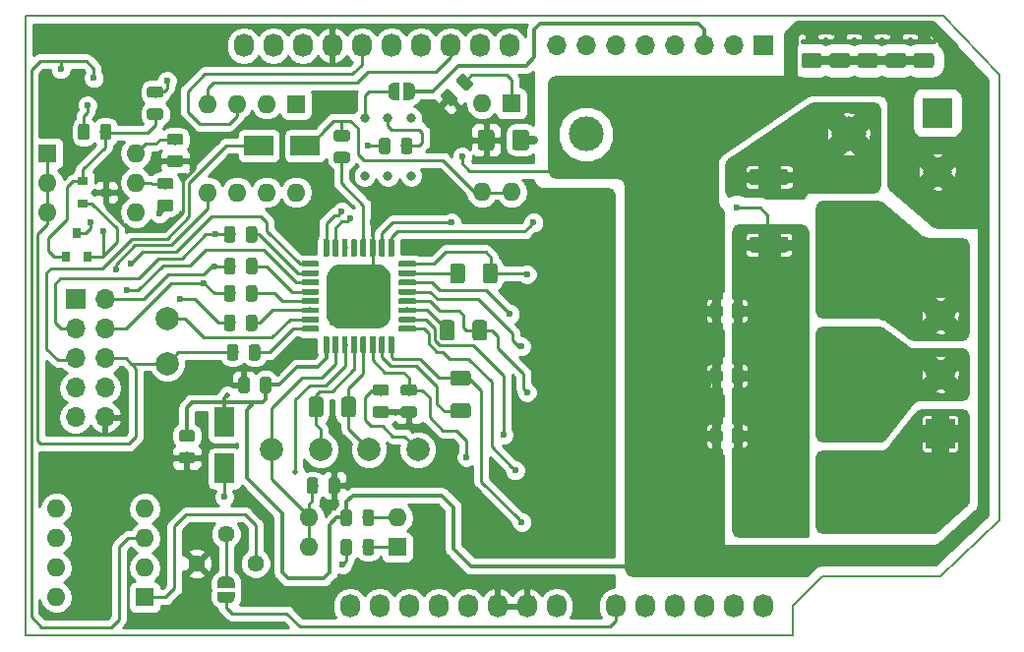
<source format=gbr>
%TF.GenerationSoftware,KiCad,Pcbnew,(5.1.2-1)-1*%
%TF.CreationDate,2019-08-21T19:10:38+02:00*%
%TF.ProjectId,Kiel_50,4b69656c-5f35-4302-9e6b-696361645f70,rev?*%
%TF.SameCoordinates,PX69db1f0PY7882d48*%
%TF.FileFunction,Copper,L2,Bot*%
%TF.FilePolarity,Positive*%
%FSLAX46Y46*%
G04 Gerber Fmt 4.6, Leading zero omitted, Abs format (unit mm)*
G04 Created by KiCad (PCBNEW (5.1.2-1)-1) date 2019-08-21 19:10:38*
%MOMM*%
%LPD*%
G04 APERTURE LIST*
%ADD10C,0.150000*%
%ADD11C,0.800000*%
%ADD12C,1.440000*%
%ADD13C,0.100000*%
%ADD14C,5.500000*%
%ADD15C,0.500000*%
%ADD16C,1.250000*%
%ADD17C,0.975000*%
%ADD18O,1.600000X1.600000*%
%ADD19R,1.600000X1.600000*%
%ADD20C,1.350000*%
%ADD21C,2.000000*%
%ADD22C,2.500000*%
%ADD23R,2.500000X2.500000*%
%ADD24O,1.700000X1.700000*%
%ADD25R,1.700000X1.700000*%
%ADD26R,0.900000X0.800000*%
%ADD27R,0.800000X0.900000*%
%ADD28C,3.000000*%
%ADD29C,1.425000*%
%ADD30R,1.800000X2.500000*%
%ADD31R,2.500000X1.800000*%
%ADD32O,1.727200X2.032000*%
%ADD33C,0.700000*%
%ADD34C,0.600000*%
%ADD35C,0.250000*%
%ADD36C,0.350000*%
%ADD37C,1.200000*%
%ADD38C,0.300000*%
%ADD39C,0.750000*%
%ADD40C,0.800000*%
%ADD41C,0.254000*%
G04 APERTURE END LIST*
D10*
X68580000Y5080000D02*
X78740000Y5080000D01*
X83820000Y9906000D02*
X78740000Y5080000D01*
X78994000Y53340000D02*
X78740000Y53340000D01*
X83820000Y48260000D02*
X78994000Y53340000D01*
X83820000Y9906000D02*
X83820000Y48260000D01*
X64516000Y53340000D02*
X78994000Y53340000D01*
X64516000Y53340000D02*
X0Y53340000D01*
X66040000Y2540000D02*
X68580000Y5080000D01*
X66040000Y0D02*
X66040000Y2540000D01*
X0Y0D02*
X66040000Y0D01*
X0Y53340000D02*
X0Y0D01*
D11*
X33210000Y39577000D03*
X31210000Y39577000D03*
X29210000Y39577000D03*
X33210000Y44577000D03*
X31210000Y44577000D03*
X29210000Y44577000D03*
D12*
X19812000Y6223000D03*
X17272000Y8763000D03*
X14732000Y6223000D03*
D13*
G36*
X30395327Y31954359D02*
G01*
X30509048Y31937490D01*
X30620568Y31909556D01*
X30728814Y31870825D01*
X30832741Y31821671D01*
X30931351Y31762567D01*
X31023692Y31694082D01*
X31108876Y31616876D01*
X31186082Y31531692D01*
X31254567Y31439351D01*
X31313671Y31340741D01*
X31362825Y31236814D01*
X31401556Y31128568D01*
X31429490Y31017048D01*
X31446359Y30903327D01*
X31452000Y30788500D01*
X31452000Y27631500D01*
X31446359Y27516673D01*
X31429490Y27402952D01*
X31401556Y27291432D01*
X31362825Y27183186D01*
X31313671Y27079259D01*
X31254567Y26980649D01*
X31186082Y26888308D01*
X31108876Y26803124D01*
X31023692Y26725918D01*
X30931351Y26657433D01*
X30832741Y26598329D01*
X30728814Y26549175D01*
X30620568Y26510444D01*
X30509048Y26482510D01*
X30395327Y26465641D01*
X30280500Y26460000D01*
X27123500Y26460000D01*
X27008673Y26465641D01*
X26894952Y26482510D01*
X26783432Y26510444D01*
X26675186Y26549175D01*
X26571259Y26598329D01*
X26472649Y26657433D01*
X26380308Y26725918D01*
X26295124Y26803124D01*
X26217918Y26888308D01*
X26149433Y26980649D01*
X26090329Y27079259D01*
X26041175Y27183186D01*
X26002444Y27291432D01*
X25974510Y27402952D01*
X25957641Y27516673D01*
X25952000Y27631500D01*
X25952000Y30788500D01*
X25957641Y30903327D01*
X25974510Y31017048D01*
X26002444Y31128568D01*
X26041175Y31236814D01*
X26090329Y31340741D01*
X26149433Y31439351D01*
X26217918Y31531692D01*
X26295124Y31616876D01*
X26380308Y31694082D01*
X26472649Y31762567D01*
X26571259Y31821671D01*
X26675186Y31870825D01*
X26783432Y31909556D01*
X26894952Y31937490D01*
X27008673Y31954359D01*
X27123500Y31960000D01*
X30280500Y31960000D01*
X30395327Y31954359D01*
X30395327Y31954359D01*
G37*
D14*
X28702000Y29210000D03*
D13*
G36*
X26039252Y25784398D02*
G01*
X26051386Y25782598D01*
X26063286Y25779618D01*
X26074835Y25775485D01*
X26085925Y25770240D01*
X26096446Y25763934D01*
X26106299Y25756626D01*
X26115388Y25748388D01*
X26123626Y25739299D01*
X26130934Y25729446D01*
X26137240Y25718925D01*
X26142485Y25707835D01*
X26146618Y25696286D01*
X26149598Y25684386D01*
X26151398Y25672252D01*
X26152000Y25660000D01*
X26152000Y24410000D01*
X26151398Y24397748D01*
X26149598Y24385614D01*
X26146618Y24373714D01*
X26142485Y24362165D01*
X26137240Y24351075D01*
X26130934Y24340554D01*
X26123626Y24330701D01*
X26115388Y24321612D01*
X26106299Y24313374D01*
X26096446Y24306066D01*
X26085925Y24299760D01*
X26074835Y24294515D01*
X26063286Y24290382D01*
X26051386Y24287402D01*
X26039252Y24285602D01*
X26027000Y24285000D01*
X25777000Y24285000D01*
X25764748Y24285602D01*
X25752614Y24287402D01*
X25740714Y24290382D01*
X25729165Y24294515D01*
X25718075Y24299760D01*
X25707554Y24306066D01*
X25697701Y24313374D01*
X25688612Y24321612D01*
X25680374Y24330701D01*
X25673066Y24340554D01*
X25666760Y24351075D01*
X25661515Y24362165D01*
X25657382Y24373714D01*
X25654402Y24385614D01*
X25652602Y24397748D01*
X25652000Y24410000D01*
X25652000Y25660000D01*
X25652602Y25672252D01*
X25654402Y25684386D01*
X25657382Y25696286D01*
X25661515Y25707835D01*
X25666760Y25718925D01*
X25673066Y25729446D01*
X25680374Y25739299D01*
X25688612Y25748388D01*
X25697701Y25756626D01*
X25707554Y25763934D01*
X25718075Y25770240D01*
X25729165Y25775485D01*
X25740714Y25779618D01*
X25752614Y25782598D01*
X25764748Y25784398D01*
X25777000Y25785000D01*
X26027000Y25785000D01*
X26039252Y25784398D01*
X26039252Y25784398D01*
G37*
D15*
X25902000Y25035000D03*
D13*
G36*
X26839252Y25784398D02*
G01*
X26851386Y25782598D01*
X26863286Y25779618D01*
X26874835Y25775485D01*
X26885925Y25770240D01*
X26896446Y25763934D01*
X26906299Y25756626D01*
X26915388Y25748388D01*
X26923626Y25739299D01*
X26930934Y25729446D01*
X26937240Y25718925D01*
X26942485Y25707835D01*
X26946618Y25696286D01*
X26949598Y25684386D01*
X26951398Y25672252D01*
X26952000Y25660000D01*
X26952000Y24410000D01*
X26951398Y24397748D01*
X26949598Y24385614D01*
X26946618Y24373714D01*
X26942485Y24362165D01*
X26937240Y24351075D01*
X26930934Y24340554D01*
X26923626Y24330701D01*
X26915388Y24321612D01*
X26906299Y24313374D01*
X26896446Y24306066D01*
X26885925Y24299760D01*
X26874835Y24294515D01*
X26863286Y24290382D01*
X26851386Y24287402D01*
X26839252Y24285602D01*
X26827000Y24285000D01*
X26577000Y24285000D01*
X26564748Y24285602D01*
X26552614Y24287402D01*
X26540714Y24290382D01*
X26529165Y24294515D01*
X26518075Y24299760D01*
X26507554Y24306066D01*
X26497701Y24313374D01*
X26488612Y24321612D01*
X26480374Y24330701D01*
X26473066Y24340554D01*
X26466760Y24351075D01*
X26461515Y24362165D01*
X26457382Y24373714D01*
X26454402Y24385614D01*
X26452602Y24397748D01*
X26452000Y24410000D01*
X26452000Y25660000D01*
X26452602Y25672252D01*
X26454402Y25684386D01*
X26457382Y25696286D01*
X26461515Y25707835D01*
X26466760Y25718925D01*
X26473066Y25729446D01*
X26480374Y25739299D01*
X26488612Y25748388D01*
X26497701Y25756626D01*
X26507554Y25763934D01*
X26518075Y25770240D01*
X26529165Y25775485D01*
X26540714Y25779618D01*
X26552614Y25782598D01*
X26564748Y25784398D01*
X26577000Y25785000D01*
X26827000Y25785000D01*
X26839252Y25784398D01*
X26839252Y25784398D01*
G37*
D15*
X26702000Y25035000D03*
D13*
G36*
X27639252Y25784398D02*
G01*
X27651386Y25782598D01*
X27663286Y25779618D01*
X27674835Y25775485D01*
X27685925Y25770240D01*
X27696446Y25763934D01*
X27706299Y25756626D01*
X27715388Y25748388D01*
X27723626Y25739299D01*
X27730934Y25729446D01*
X27737240Y25718925D01*
X27742485Y25707835D01*
X27746618Y25696286D01*
X27749598Y25684386D01*
X27751398Y25672252D01*
X27752000Y25660000D01*
X27752000Y24410000D01*
X27751398Y24397748D01*
X27749598Y24385614D01*
X27746618Y24373714D01*
X27742485Y24362165D01*
X27737240Y24351075D01*
X27730934Y24340554D01*
X27723626Y24330701D01*
X27715388Y24321612D01*
X27706299Y24313374D01*
X27696446Y24306066D01*
X27685925Y24299760D01*
X27674835Y24294515D01*
X27663286Y24290382D01*
X27651386Y24287402D01*
X27639252Y24285602D01*
X27627000Y24285000D01*
X27377000Y24285000D01*
X27364748Y24285602D01*
X27352614Y24287402D01*
X27340714Y24290382D01*
X27329165Y24294515D01*
X27318075Y24299760D01*
X27307554Y24306066D01*
X27297701Y24313374D01*
X27288612Y24321612D01*
X27280374Y24330701D01*
X27273066Y24340554D01*
X27266760Y24351075D01*
X27261515Y24362165D01*
X27257382Y24373714D01*
X27254402Y24385614D01*
X27252602Y24397748D01*
X27252000Y24410000D01*
X27252000Y25660000D01*
X27252602Y25672252D01*
X27254402Y25684386D01*
X27257382Y25696286D01*
X27261515Y25707835D01*
X27266760Y25718925D01*
X27273066Y25729446D01*
X27280374Y25739299D01*
X27288612Y25748388D01*
X27297701Y25756626D01*
X27307554Y25763934D01*
X27318075Y25770240D01*
X27329165Y25775485D01*
X27340714Y25779618D01*
X27352614Y25782598D01*
X27364748Y25784398D01*
X27377000Y25785000D01*
X27627000Y25785000D01*
X27639252Y25784398D01*
X27639252Y25784398D01*
G37*
D15*
X27502000Y25035000D03*
D13*
G36*
X28439252Y25784398D02*
G01*
X28451386Y25782598D01*
X28463286Y25779618D01*
X28474835Y25775485D01*
X28485925Y25770240D01*
X28496446Y25763934D01*
X28506299Y25756626D01*
X28515388Y25748388D01*
X28523626Y25739299D01*
X28530934Y25729446D01*
X28537240Y25718925D01*
X28542485Y25707835D01*
X28546618Y25696286D01*
X28549598Y25684386D01*
X28551398Y25672252D01*
X28552000Y25660000D01*
X28552000Y24410000D01*
X28551398Y24397748D01*
X28549598Y24385614D01*
X28546618Y24373714D01*
X28542485Y24362165D01*
X28537240Y24351075D01*
X28530934Y24340554D01*
X28523626Y24330701D01*
X28515388Y24321612D01*
X28506299Y24313374D01*
X28496446Y24306066D01*
X28485925Y24299760D01*
X28474835Y24294515D01*
X28463286Y24290382D01*
X28451386Y24287402D01*
X28439252Y24285602D01*
X28427000Y24285000D01*
X28177000Y24285000D01*
X28164748Y24285602D01*
X28152614Y24287402D01*
X28140714Y24290382D01*
X28129165Y24294515D01*
X28118075Y24299760D01*
X28107554Y24306066D01*
X28097701Y24313374D01*
X28088612Y24321612D01*
X28080374Y24330701D01*
X28073066Y24340554D01*
X28066760Y24351075D01*
X28061515Y24362165D01*
X28057382Y24373714D01*
X28054402Y24385614D01*
X28052602Y24397748D01*
X28052000Y24410000D01*
X28052000Y25660000D01*
X28052602Y25672252D01*
X28054402Y25684386D01*
X28057382Y25696286D01*
X28061515Y25707835D01*
X28066760Y25718925D01*
X28073066Y25729446D01*
X28080374Y25739299D01*
X28088612Y25748388D01*
X28097701Y25756626D01*
X28107554Y25763934D01*
X28118075Y25770240D01*
X28129165Y25775485D01*
X28140714Y25779618D01*
X28152614Y25782598D01*
X28164748Y25784398D01*
X28177000Y25785000D01*
X28427000Y25785000D01*
X28439252Y25784398D01*
X28439252Y25784398D01*
G37*
D15*
X28302000Y25035000D03*
D13*
G36*
X29239252Y25784398D02*
G01*
X29251386Y25782598D01*
X29263286Y25779618D01*
X29274835Y25775485D01*
X29285925Y25770240D01*
X29296446Y25763934D01*
X29306299Y25756626D01*
X29315388Y25748388D01*
X29323626Y25739299D01*
X29330934Y25729446D01*
X29337240Y25718925D01*
X29342485Y25707835D01*
X29346618Y25696286D01*
X29349598Y25684386D01*
X29351398Y25672252D01*
X29352000Y25660000D01*
X29352000Y24410000D01*
X29351398Y24397748D01*
X29349598Y24385614D01*
X29346618Y24373714D01*
X29342485Y24362165D01*
X29337240Y24351075D01*
X29330934Y24340554D01*
X29323626Y24330701D01*
X29315388Y24321612D01*
X29306299Y24313374D01*
X29296446Y24306066D01*
X29285925Y24299760D01*
X29274835Y24294515D01*
X29263286Y24290382D01*
X29251386Y24287402D01*
X29239252Y24285602D01*
X29227000Y24285000D01*
X28977000Y24285000D01*
X28964748Y24285602D01*
X28952614Y24287402D01*
X28940714Y24290382D01*
X28929165Y24294515D01*
X28918075Y24299760D01*
X28907554Y24306066D01*
X28897701Y24313374D01*
X28888612Y24321612D01*
X28880374Y24330701D01*
X28873066Y24340554D01*
X28866760Y24351075D01*
X28861515Y24362165D01*
X28857382Y24373714D01*
X28854402Y24385614D01*
X28852602Y24397748D01*
X28852000Y24410000D01*
X28852000Y25660000D01*
X28852602Y25672252D01*
X28854402Y25684386D01*
X28857382Y25696286D01*
X28861515Y25707835D01*
X28866760Y25718925D01*
X28873066Y25729446D01*
X28880374Y25739299D01*
X28888612Y25748388D01*
X28897701Y25756626D01*
X28907554Y25763934D01*
X28918075Y25770240D01*
X28929165Y25775485D01*
X28940714Y25779618D01*
X28952614Y25782598D01*
X28964748Y25784398D01*
X28977000Y25785000D01*
X29227000Y25785000D01*
X29239252Y25784398D01*
X29239252Y25784398D01*
G37*
D15*
X29102000Y25035000D03*
D13*
G36*
X30039252Y25784398D02*
G01*
X30051386Y25782598D01*
X30063286Y25779618D01*
X30074835Y25775485D01*
X30085925Y25770240D01*
X30096446Y25763934D01*
X30106299Y25756626D01*
X30115388Y25748388D01*
X30123626Y25739299D01*
X30130934Y25729446D01*
X30137240Y25718925D01*
X30142485Y25707835D01*
X30146618Y25696286D01*
X30149598Y25684386D01*
X30151398Y25672252D01*
X30152000Y25660000D01*
X30152000Y24410000D01*
X30151398Y24397748D01*
X30149598Y24385614D01*
X30146618Y24373714D01*
X30142485Y24362165D01*
X30137240Y24351075D01*
X30130934Y24340554D01*
X30123626Y24330701D01*
X30115388Y24321612D01*
X30106299Y24313374D01*
X30096446Y24306066D01*
X30085925Y24299760D01*
X30074835Y24294515D01*
X30063286Y24290382D01*
X30051386Y24287402D01*
X30039252Y24285602D01*
X30027000Y24285000D01*
X29777000Y24285000D01*
X29764748Y24285602D01*
X29752614Y24287402D01*
X29740714Y24290382D01*
X29729165Y24294515D01*
X29718075Y24299760D01*
X29707554Y24306066D01*
X29697701Y24313374D01*
X29688612Y24321612D01*
X29680374Y24330701D01*
X29673066Y24340554D01*
X29666760Y24351075D01*
X29661515Y24362165D01*
X29657382Y24373714D01*
X29654402Y24385614D01*
X29652602Y24397748D01*
X29652000Y24410000D01*
X29652000Y25660000D01*
X29652602Y25672252D01*
X29654402Y25684386D01*
X29657382Y25696286D01*
X29661515Y25707835D01*
X29666760Y25718925D01*
X29673066Y25729446D01*
X29680374Y25739299D01*
X29688612Y25748388D01*
X29697701Y25756626D01*
X29707554Y25763934D01*
X29718075Y25770240D01*
X29729165Y25775485D01*
X29740714Y25779618D01*
X29752614Y25782598D01*
X29764748Y25784398D01*
X29777000Y25785000D01*
X30027000Y25785000D01*
X30039252Y25784398D01*
X30039252Y25784398D01*
G37*
D15*
X29902000Y25035000D03*
D13*
G36*
X30839252Y25784398D02*
G01*
X30851386Y25782598D01*
X30863286Y25779618D01*
X30874835Y25775485D01*
X30885925Y25770240D01*
X30896446Y25763934D01*
X30906299Y25756626D01*
X30915388Y25748388D01*
X30923626Y25739299D01*
X30930934Y25729446D01*
X30937240Y25718925D01*
X30942485Y25707835D01*
X30946618Y25696286D01*
X30949598Y25684386D01*
X30951398Y25672252D01*
X30952000Y25660000D01*
X30952000Y24410000D01*
X30951398Y24397748D01*
X30949598Y24385614D01*
X30946618Y24373714D01*
X30942485Y24362165D01*
X30937240Y24351075D01*
X30930934Y24340554D01*
X30923626Y24330701D01*
X30915388Y24321612D01*
X30906299Y24313374D01*
X30896446Y24306066D01*
X30885925Y24299760D01*
X30874835Y24294515D01*
X30863286Y24290382D01*
X30851386Y24287402D01*
X30839252Y24285602D01*
X30827000Y24285000D01*
X30577000Y24285000D01*
X30564748Y24285602D01*
X30552614Y24287402D01*
X30540714Y24290382D01*
X30529165Y24294515D01*
X30518075Y24299760D01*
X30507554Y24306066D01*
X30497701Y24313374D01*
X30488612Y24321612D01*
X30480374Y24330701D01*
X30473066Y24340554D01*
X30466760Y24351075D01*
X30461515Y24362165D01*
X30457382Y24373714D01*
X30454402Y24385614D01*
X30452602Y24397748D01*
X30452000Y24410000D01*
X30452000Y25660000D01*
X30452602Y25672252D01*
X30454402Y25684386D01*
X30457382Y25696286D01*
X30461515Y25707835D01*
X30466760Y25718925D01*
X30473066Y25729446D01*
X30480374Y25739299D01*
X30488612Y25748388D01*
X30497701Y25756626D01*
X30507554Y25763934D01*
X30518075Y25770240D01*
X30529165Y25775485D01*
X30540714Y25779618D01*
X30552614Y25782598D01*
X30564748Y25784398D01*
X30577000Y25785000D01*
X30827000Y25785000D01*
X30839252Y25784398D01*
X30839252Y25784398D01*
G37*
D15*
X30702000Y25035000D03*
D13*
G36*
X31639252Y25784398D02*
G01*
X31651386Y25782598D01*
X31663286Y25779618D01*
X31674835Y25775485D01*
X31685925Y25770240D01*
X31696446Y25763934D01*
X31706299Y25756626D01*
X31715388Y25748388D01*
X31723626Y25739299D01*
X31730934Y25729446D01*
X31737240Y25718925D01*
X31742485Y25707835D01*
X31746618Y25696286D01*
X31749598Y25684386D01*
X31751398Y25672252D01*
X31752000Y25660000D01*
X31752000Y24410000D01*
X31751398Y24397748D01*
X31749598Y24385614D01*
X31746618Y24373714D01*
X31742485Y24362165D01*
X31737240Y24351075D01*
X31730934Y24340554D01*
X31723626Y24330701D01*
X31715388Y24321612D01*
X31706299Y24313374D01*
X31696446Y24306066D01*
X31685925Y24299760D01*
X31674835Y24294515D01*
X31663286Y24290382D01*
X31651386Y24287402D01*
X31639252Y24285602D01*
X31627000Y24285000D01*
X31377000Y24285000D01*
X31364748Y24285602D01*
X31352614Y24287402D01*
X31340714Y24290382D01*
X31329165Y24294515D01*
X31318075Y24299760D01*
X31307554Y24306066D01*
X31297701Y24313374D01*
X31288612Y24321612D01*
X31280374Y24330701D01*
X31273066Y24340554D01*
X31266760Y24351075D01*
X31261515Y24362165D01*
X31257382Y24373714D01*
X31254402Y24385614D01*
X31252602Y24397748D01*
X31252000Y24410000D01*
X31252000Y25660000D01*
X31252602Y25672252D01*
X31254402Y25684386D01*
X31257382Y25696286D01*
X31261515Y25707835D01*
X31266760Y25718925D01*
X31273066Y25729446D01*
X31280374Y25739299D01*
X31288612Y25748388D01*
X31297701Y25756626D01*
X31307554Y25763934D01*
X31318075Y25770240D01*
X31329165Y25775485D01*
X31340714Y25779618D01*
X31352614Y25782598D01*
X31364748Y25784398D01*
X31377000Y25785000D01*
X31627000Y25785000D01*
X31639252Y25784398D01*
X31639252Y25784398D01*
G37*
D15*
X31502000Y25035000D03*
D13*
G36*
X33514252Y26659398D02*
G01*
X33526386Y26657598D01*
X33538286Y26654618D01*
X33549835Y26650485D01*
X33560925Y26645240D01*
X33571446Y26638934D01*
X33581299Y26631626D01*
X33590388Y26623388D01*
X33598626Y26614299D01*
X33605934Y26604446D01*
X33612240Y26593925D01*
X33617485Y26582835D01*
X33621618Y26571286D01*
X33624598Y26559386D01*
X33626398Y26547252D01*
X33627000Y26535000D01*
X33627000Y26285000D01*
X33626398Y26272748D01*
X33624598Y26260614D01*
X33621618Y26248714D01*
X33617485Y26237165D01*
X33612240Y26226075D01*
X33605934Y26215554D01*
X33598626Y26205701D01*
X33590388Y26196612D01*
X33581299Y26188374D01*
X33571446Y26181066D01*
X33560925Y26174760D01*
X33549835Y26169515D01*
X33538286Y26165382D01*
X33526386Y26162402D01*
X33514252Y26160602D01*
X33502000Y26160000D01*
X32252000Y26160000D01*
X32239748Y26160602D01*
X32227614Y26162402D01*
X32215714Y26165382D01*
X32204165Y26169515D01*
X32193075Y26174760D01*
X32182554Y26181066D01*
X32172701Y26188374D01*
X32163612Y26196612D01*
X32155374Y26205701D01*
X32148066Y26215554D01*
X32141760Y26226075D01*
X32136515Y26237165D01*
X32132382Y26248714D01*
X32129402Y26260614D01*
X32127602Y26272748D01*
X32127000Y26285000D01*
X32127000Y26535000D01*
X32127602Y26547252D01*
X32129402Y26559386D01*
X32132382Y26571286D01*
X32136515Y26582835D01*
X32141760Y26593925D01*
X32148066Y26604446D01*
X32155374Y26614299D01*
X32163612Y26623388D01*
X32172701Y26631626D01*
X32182554Y26638934D01*
X32193075Y26645240D01*
X32204165Y26650485D01*
X32215714Y26654618D01*
X32227614Y26657598D01*
X32239748Y26659398D01*
X32252000Y26660000D01*
X33502000Y26660000D01*
X33514252Y26659398D01*
X33514252Y26659398D01*
G37*
D15*
X32877000Y26410000D03*
D13*
G36*
X33514252Y27459398D02*
G01*
X33526386Y27457598D01*
X33538286Y27454618D01*
X33549835Y27450485D01*
X33560925Y27445240D01*
X33571446Y27438934D01*
X33581299Y27431626D01*
X33590388Y27423388D01*
X33598626Y27414299D01*
X33605934Y27404446D01*
X33612240Y27393925D01*
X33617485Y27382835D01*
X33621618Y27371286D01*
X33624598Y27359386D01*
X33626398Y27347252D01*
X33627000Y27335000D01*
X33627000Y27085000D01*
X33626398Y27072748D01*
X33624598Y27060614D01*
X33621618Y27048714D01*
X33617485Y27037165D01*
X33612240Y27026075D01*
X33605934Y27015554D01*
X33598626Y27005701D01*
X33590388Y26996612D01*
X33581299Y26988374D01*
X33571446Y26981066D01*
X33560925Y26974760D01*
X33549835Y26969515D01*
X33538286Y26965382D01*
X33526386Y26962402D01*
X33514252Y26960602D01*
X33502000Y26960000D01*
X32252000Y26960000D01*
X32239748Y26960602D01*
X32227614Y26962402D01*
X32215714Y26965382D01*
X32204165Y26969515D01*
X32193075Y26974760D01*
X32182554Y26981066D01*
X32172701Y26988374D01*
X32163612Y26996612D01*
X32155374Y27005701D01*
X32148066Y27015554D01*
X32141760Y27026075D01*
X32136515Y27037165D01*
X32132382Y27048714D01*
X32129402Y27060614D01*
X32127602Y27072748D01*
X32127000Y27085000D01*
X32127000Y27335000D01*
X32127602Y27347252D01*
X32129402Y27359386D01*
X32132382Y27371286D01*
X32136515Y27382835D01*
X32141760Y27393925D01*
X32148066Y27404446D01*
X32155374Y27414299D01*
X32163612Y27423388D01*
X32172701Y27431626D01*
X32182554Y27438934D01*
X32193075Y27445240D01*
X32204165Y27450485D01*
X32215714Y27454618D01*
X32227614Y27457598D01*
X32239748Y27459398D01*
X32252000Y27460000D01*
X33502000Y27460000D01*
X33514252Y27459398D01*
X33514252Y27459398D01*
G37*
D15*
X32877000Y27210000D03*
D13*
G36*
X33514252Y28259398D02*
G01*
X33526386Y28257598D01*
X33538286Y28254618D01*
X33549835Y28250485D01*
X33560925Y28245240D01*
X33571446Y28238934D01*
X33581299Y28231626D01*
X33590388Y28223388D01*
X33598626Y28214299D01*
X33605934Y28204446D01*
X33612240Y28193925D01*
X33617485Y28182835D01*
X33621618Y28171286D01*
X33624598Y28159386D01*
X33626398Y28147252D01*
X33627000Y28135000D01*
X33627000Y27885000D01*
X33626398Y27872748D01*
X33624598Y27860614D01*
X33621618Y27848714D01*
X33617485Y27837165D01*
X33612240Y27826075D01*
X33605934Y27815554D01*
X33598626Y27805701D01*
X33590388Y27796612D01*
X33581299Y27788374D01*
X33571446Y27781066D01*
X33560925Y27774760D01*
X33549835Y27769515D01*
X33538286Y27765382D01*
X33526386Y27762402D01*
X33514252Y27760602D01*
X33502000Y27760000D01*
X32252000Y27760000D01*
X32239748Y27760602D01*
X32227614Y27762402D01*
X32215714Y27765382D01*
X32204165Y27769515D01*
X32193075Y27774760D01*
X32182554Y27781066D01*
X32172701Y27788374D01*
X32163612Y27796612D01*
X32155374Y27805701D01*
X32148066Y27815554D01*
X32141760Y27826075D01*
X32136515Y27837165D01*
X32132382Y27848714D01*
X32129402Y27860614D01*
X32127602Y27872748D01*
X32127000Y27885000D01*
X32127000Y28135000D01*
X32127602Y28147252D01*
X32129402Y28159386D01*
X32132382Y28171286D01*
X32136515Y28182835D01*
X32141760Y28193925D01*
X32148066Y28204446D01*
X32155374Y28214299D01*
X32163612Y28223388D01*
X32172701Y28231626D01*
X32182554Y28238934D01*
X32193075Y28245240D01*
X32204165Y28250485D01*
X32215714Y28254618D01*
X32227614Y28257598D01*
X32239748Y28259398D01*
X32252000Y28260000D01*
X33502000Y28260000D01*
X33514252Y28259398D01*
X33514252Y28259398D01*
G37*
D15*
X32877000Y28010000D03*
D13*
G36*
X33514252Y29059398D02*
G01*
X33526386Y29057598D01*
X33538286Y29054618D01*
X33549835Y29050485D01*
X33560925Y29045240D01*
X33571446Y29038934D01*
X33581299Y29031626D01*
X33590388Y29023388D01*
X33598626Y29014299D01*
X33605934Y29004446D01*
X33612240Y28993925D01*
X33617485Y28982835D01*
X33621618Y28971286D01*
X33624598Y28959386D01*
X33626398Y28947252D01*
X33627000Y28935000D01*
X33627000Y28685000D01*
X33626398Y28672748D01*
X33624598Y28660614D01*
X33621618Y28648714D01*
X33617485Y28637165D01*
X33612240Y28626075D01*
X33605934Y28615554D01*
X33598626Y28605701D01*
X33590388Y28596612D01*
X33581299Y28588374D01*
X33571446Y28581066D01*
X33560925Y28574760D01*
X33549835Y28569515D01*
X33538286Y28565382D01*
X33526386Y28562402D01*
X33514252Y28560602D01*
X33502000Y28560000D01*
X32252000Y28560000D01*
X32239748Y28560602D01*
X32227614Y28562402D01*
X32215714Y28565382D01*
X32204165Y28569515D01*
X32193075Y28574760D01*
X32182554Y28581066D01*
X32172701Y28588374D01*
X32163612Y28596612D01*
X32155374Y28605701D01*
X32148066Y28615554D01*
X32141760Y28626075D01*
X32136515Y28637165D01*
X32132382Y28648714D01*
X32129402Y28660614D01*
X32127602Y28672748D01*
X32127000Y28685000D01*
X32127000Y28935000D01*
X32127602Y28947252D01*
X32129402Y28959386D01*
X32132382Y28971286D01*
X32136515Y28982835D01*
X32141760Y28993925D01*
X32148066Y29004446D01*
X32155374Y29014299D01*
X32163612Y29023388D01*
X32172701Y29031626D01*
X32182554Y29038934D01*
X32193075Y29045240D01*
X32204165Y29050485D01*
X32215714Y29054618D01*
X32227614Y29057598D01*
X32239748Y29059398D01*
X32252000Y29060000D01*
X33502000Y29060000D01*
X33514252Y29059398D01*
X33514252Y29059398D01*
G37*
D15*
X32877000Y28810000D03*
D13*
G36*
X33514252Y29859398D02*
G01*
X33526386Y29857598D01*
X33538286Y29854618D01*
X33549835Y29850485D01*
X33560925Y29845240D01*
X33571446Y29838934D01*
X33581299Y29831626D01*
X33590388Y29823388D01*
X33598626Y29814299D01*
X33605934Y29804446D01*
X33612240Y29793925D01*
X33617485Y29782835D01*
X33621618Y29771286D01*
X33624598Y29759386D01*
X33626398Y29747252D01*
X33627000Y29735000D01*
X33627000Y29485000D01*
X33626398Y29472748D01*
X33624598Y29460614D01*
X33621618Y29448714D01*
X33617485Y29437165D01*
X33612240Y29426075D01*
X33605934Y29415554D01*
X33598626Y29405701D01*
X33590388Y29396612D01*
X33581299Y29388374D01*
X33571446Y29381066D01*
X33560925Y29374760D01*
X33549835Y29369515D01*
X33538286Y29365382D01*
X33526386Y29362402D01*
X33514252Y29360602D01*
X33502000Y29360000D01*
X32252000Y29360000D01*
X32239748Y29360602D01*
X32227614Y29362402D01*
X32215714Y29365382D01*
X32204165Y29369515D01*
X32193075Y29374760D01*
X32182554Y29381066D01*
X32172701Y29388374D01*
X32163612Y29396612D01*
X32155374Y29405701D01*
X32148066Y29415554D01*
X32141760Y29426075D01*
X32136515Y29437165D01*
X32132382Y29448714D01*
X32129402Y29460614D01*
X32127602Y29472748D01*
X32127000Y29485000D01*
X32127000Y29735000D01*
X32127602Y29747252D01*
X32129402Y29759386D01*
X32132382Y29771286D01*
X32136515Y29782835D01*
X32141760Y29793925D01*
X32148066Y29804446D01*
X32155374Y29814299D01*
X32163612Y29823388D01*
X32172701Y29831626D01*
X32182554Y29838934D01*
X32193075Y29845240D01*
X32204165Y29850485D01*
X32215714Y29854618D01*
X32227614Y29857598D01*
X32239748Y29859398D01*
X32252000Y29860000D01*
X33502000Y29860000D01*
X33514252Y29859398D01*
X33514252Y29859398D01*
G37*
D15*
X32877000Y29610000D03*
D13*
G36*
X33514252Y30659398D02*
G01*
X33526386Y30657598D01*
X33538286Y30654618D01*
X33549835Y30650485D01*
X33560925Y30645240D01*
X33571446Y30638934D01*
X33581299Y30631626D01*
X33590388Y30623388D01*
X33598626Y30614299D01*
X33605934Y30604446D01*
X33612240Y30593925D01*
X33617485Y30582835D01*
X33621618Y30571286D01*
X33624598Y30559386D01*
X33626398Y30547252D01*
X33627000Y30535000D01*
X33627000Y30285000D01*
X33626398Y30272748D01*
X33624598Y30260614D01*
X33621618Y30248714D01*
X33617485Y30237165D01*
X33612240Y30226075D01*
X33605934Y30215554D01*
X33598626Y30205701D01*
X33590388Y30196612D01*
X33581299Y30188374D01*
X33571446Y30181066D01*
X33560925Y30174760D01*
X33549835Y30169515D01*
X33538286Y30165382D01*
X33526386Y30162402D01*
X33514252Y30160602D01*
X33502000Y30160000D01*
X32252000Y30160000D01*
X32239748Y30160602D01*
X32227614Y30162402D01*
X32215714Y30165382D01*
X32204165Y30169515D01*
X32193075Y30174760D01*
X32182554Y30181066D01*
X32172701Y30188374D01*
X32163612Y30196612D01*
X32155374Y30205701D01*
X32148066Y30215554D01*
X32141760Y30226075D01*
X32136515Y30237165D01*
X32132382Y30248714D01*
X32129402Y30260614D01*
X32127602Y30272748D01*
X32127000Y30285000D01*
X32127000Y30535000D01*
X32127602Y30547252D01*
X32129402Y30559386D01*
X32132382Y30571286D01*
X32136515Y30582835D01*
X32141760Y30593925D01*
X32148066Y30604446D01*
X32155374Y30614299D01*
X32163612Y30623388D01*
X32172701Y30631626D01*
X32182554Y30638934D01*
X32193075Y30645240D01*
X32204165Y30650485D01*
X32215714Y30654618D01*
X32227614Y30657598D01*
X32239748Y30659398D01*
X32252000Y30660000D01*
X33502000Y30660000D01*
X33514252Y30659398D01*
X33514252Y30659398D01*
G37*
D15*
X32877000Y30410000D03*
D13*
G36*
X33514252Y31459398D02*
G01*
X33526386Y31457598D01*
X33538286Y31454618D01*
X33549835Y31450485D01*
X33560925Y31445240D01*
X33571446Y31438934D01*
X33581299Y31431626D01*
X33590388Y31423388D01*
X33598626Y31414299D01*
X33605934Y31404446D01*
X33612240Y31393925D01*
X33617485Y31382835D01*
X33621618Y31371286D01*
X33624598Y31359386D01*
X33626398Y31347252D01*
X33627000Y31335000D01*
X33627000Y31085000D01*
X33626398Y31072748D01*
X33624598Y31060614D01*
X33621618Y31048714D01*
X33617485Y31037165D01*
X33612240Y31026075D01*
X33605934Y31015554D01*
X33598626Y31005701D01*
X33590388Y30996612D01*
X33581299Y30988374D01*
X33571446Y30981066D01*
X33560925Y30974760D01*
X33549835Y30969515D01*
X33538286Y30965382D01*
X33526386Y30962402D01*
X33514252Y30960602D01*
X33502000Y30960000D01*
X32252000Y30960000D01*
X32239748Y30960602D01*
X32227614Y30962402D01*
X32215714Y30965382D01*
X32204165Y30969515D01*
X32193075Y30974760D01*
X32182554Y30981066D01*
X32172701Y30988374D01*
X32163612Y30996612D01*
X32155374Y31005701D01*
X32148066Y31015554D01*
X32141760Y31026075D01*
X32136515Y31037165D01*
X32132382Y31048714D01*
X32129402Y31060614D01*
X32127602Y31072748D01*
X32127000Y31085000D01*
X32127000Y31335000D01*
X32127602Y31347252D01*
X32129402Y31359386D01*
X32132382Y31371286D01*
X32136515Y31382835D01*
X32141760Y31393925D01*
X32148066Y31404446D01*
X32155374Y31414299D01*
X32163612Y31423388D01*
X32172701Y31431626D01*
X32182554Y31438934D01*
X32193075Y31445240D01*
X32204165Y31450485D01*
X32215714Y31454618D01*
X32227614Y31457598D01*
X32239748Y31459398D01*
X32252000Y31460000D01*
X33502000Y31460000D01*
X33514252Y31459398D01*
X33514252Y31459398D01*
G37*
D15*
X32877000Y31210000D03*
D13*
G36*
X33514252Y32259398D02*
G01*
X33526386Y32257598D01*
X33538286Y32254618D01*
X33549835Y32250485D01*
X33560925Y32245240D01*
X33571446Y32238934D01*
X33581299Y32231626D01*
X33590388Y32223388D01*
X33598626Y32214299D01*
X33605934Y32204446D01*
X33612240Y32193925D01*
X33617485Y32182835D01*
X33621618Y32171286D01*
X33624598Y32159386D01*
X33626398Y32147252D01*
X33627000Y32135000D01*
X33627000Y31885000D01*
X33626398Y31872748D01*
X33624598Y31860614D01*
X33621618Y31848714D01*
X33617485Y31837165D01*
X33612240Y31826075D01*
X33605934Y31815554D01*
X33598626Y31805701D01*
X33590388Y31796612D01*
X33581299Y31788374D01*
X33571446Y31781066D01*
X33560925Y31774760D01*
X33549835Y31769515D01*
X33538286Y31765382D01*
X33526386Y31762402D01*
X33514252Y31760602D01*
X33502000Y31760000D01*
X32252000Y31760000D01*
X32239748Y31760602D01*
X32227614Y31762402D01*
X32215714Y31765382D01*
X32204165Y31769515D01*
X32193075Y31774760D01*
X32182554Y31781066D01*
X32172701Y31788374D01*
X32163612Y31796612D01*
X32155374Y31805701D01*
X32148066Y31815554D01*
X32141760Y31826075D01*
X32136515Y31837165D01*
X32132382Y31848714D01*
X32129402Y31860614D01*
X32127602Y31872748D01*
X32127000Y31885000D01*
X32127000Y32135000D01*
X32127602Y32147252D01*
X32129402Y32159386D01*
X32132382Y32171286D01*
X32136515Y32182835D01*
X32141760Y32193925D01*
X32148066Y32204446D01*
X32155374Y32214299D01*
X32163612Y32223388D01*
X32172701Y32231626D01*
X32182554Y32238934D01*
X32193075Y32245240D01*
X32204165Y32250485D01*
X32215714Y32254618D01*
X32227614Y32257598D01*
X32239748Y32259398D01*
X32252000Y32260000D01*
X33502000Y32260000D01*
X33514252Y32259398D01*
X33514252Y32259398D01*
G37*
D15*
X32877000Y32010000D03*
D13*
G36*
X31639252Y34134398D02*
G01*
X31651386Y34132598D01*
X31663286Y34129618D01*
X31674835Y34125485D01*
X31685925Y34120240D01*
X31696446Y34113934D01*
X31706299Y34106626D01*
X31715388Y34098388D01*
X31723626Y34089299D01*
X31730934Y34079446D01*
X31737240Y34068925D01*
X31742485Y34057835D01*
X31746618Y34046286D01*
X31749598Y34034386D01*
X31751398Y34022252D01*
X31752000Y34010000D01*
X31752000Y32760000D01*
X31751398Y32747748D01*
X31749598Y32735614D01*
X31746618Y32723714D01*
X31742485Y32712165D01*
X31737240Y32701075D01*
X31730934Y32690554D01*
X31723626Y32680701D01*
X31715388Y32671612D01*
X31706299Y32663374D01*
X31696446Y32656066D01*
X31685925Y32649760D01*
X31674835Y32644515D01*
X31663286Y32640382D01*
X31651386Y32637402D01*
X31639252Y32635602D01*
X31627000Y32635000D01*
X31377000Y32635000D01*
X31364748Y32635602D01*
X31352614Y32637402D01*
X31340714Y32640382D01*
X31329165Y32644515D01*
X31318075Y32649760D01*
X31307554Y32656066D01*
X31297701Y32663374D01*
X31288612Y32671612D01*
X31280374Y32680701D01*
X31273066Y32690554D01*
X31266760Y32701075D01*
X31261515Y32712165D01*
X31257382Y32723714D01*
X31254402Y32735614D01*
X31252602Y32747748D01*
X31252000Y32760000D01*
X31252000Y34010000D01*
X31252602Y34022252D01*
X31254402Y34034386D01*
X31257382Y34046286D01*
X31261515Y34057835D01*
X31266760Y34068925D01*
X31273066Y34079446D01*
X31280374Y34089299D01*
X31288612Y34098388D01*
X31297701Y34106626D01*
X31307554Y34113934D01*
X31318075Y34120240D01*
X31329165Y34125485D01*
X31340714Y34129618D01*
X31352614Y34132598D01*
X31364748Y34134398D01*
X31377000Y34135000D01*
X31627000Y34135000D01*
X31639252Y34134398D01*
X31639252Y34134398D01*
G37*
D15*
X31502000Y33385000D03*
D13*
G36*
X30839252Y34134398D02*
G01*
X30851386Y34132598D01*
X30863286Y34129618D01*
X30874835Y34125485D01*
X30885925Y34120240D01*
X30896446Y34113934D01*
X30906299Y34106626D01*
X30915388Y34098388D01*
X30923626Y34089299D01*
X30930934Y34079446D01*
X30937240Y34068925D01*
X30942485Y34057835D01*
X30946618Y34046286D01*
X30949598Y34034386D01*
X30951398Y34022252D01*
X30952000Y34010000D01*
X30952000Y32760000D01*
X30951398Y32747748D01*
X30949598Y32735614D01*
X30946618Y32723714D01*
X30942485Y32712165D01*
X30937240Y32701075D01*
X30930934Y32690554D01*
X30923626Y32680701D01*
X30915388Y32671612D01*
X30906299Y32663374D01*
X30896446Y32656066D01*
X30885925Y32649760D01*
X30874835Y32644515D01*
X30863286Y32640382D01*
X30851386Y32637402D01*
X30839252Y32635602D01*
X30827000Y32635000D01*
X30577000Y32635000D01*
X30564748Y32635602D01*
X30552614Y32637402D01*
X30540714Y32640382D01*
X30529165Y32644515D01*
X30518075Y32649760D01*
X30507554Y32656066D01*
X30497701Y32663374D01*
X30488612Y32671612D01*
X30480374Y32680701D01*
X30473066Y32690554D01*
X30466760Y32701075D01*
X30461515Y32712165D01*
X30457382Y32723714D01*
X30454402Y32735614D01*
X30452602Y32747748D01*
X30452000Y32760000D01*
X30452000Y34010000D01*
X30452602Y34022252D01*
X30454402Y34034386D01*
X30457382Y34046286D01*
X30461515Y34057835D01*
X30466760Y34068925D01*
X30473066Y34079446D01*
X30480374Y34089299D01*
X30488612Y34098388D01*
X30497701Y34106626D01*
X30507554Y34113934D01*
X30518075Y34120240D01*
X30529165Y34125485D01*
X30540714Y34129618D01*
X30552614Y34132598D01*
X30564748Y34134398D01*
X30577000Y34135000D01*
X30827000Y34135000D01*
X30839252Y34134398D01*
X30839252Y34134398D01*
G37*
D15*
X30702000Y33385000D03*
D13*
G36*
X30039252Y34134398D02*
G01*
X30051386Y34132598D01*
X30063286Y34129618D01*
X30074835Y34125485D01*
X30085925Y34120240D01*
X30096446Y34113934D01*
X30106299Y34106626D01*
X30115388Y34098388D01*
X30123626Y34089299D01*
X30130934Y34079446D01*
X30137240Y34068925D01*
X30142485Y34057835D01*
X30146618Y34046286D01*
X30149598Y34034386D01*
X30151398Y34022252D01*
X30152000Y34010000D01*
X30152000Y32760000D01*
X30151398Y32747748D01*
X30149598Y32735614D01*
X30146618Y32723714D01*
X30142485Y32712165D01*
X30137240Y32701075D01*
X30130934Y32690554D01*
X30123626Y32680701D01*
X30115388Y32671612D01*
X30106299Y32663374D01*
X30096446Y32656066D01*
X30085925Y32649760D01*
X30074835Y32644515D01*
X30063286Y32640382D01*
X30051386Y32637402D01*
X30039252Y32635602D01*
X30027000Y32635000D01*
X29777000Y32635000D01*
X29764748Y32635602D01*
X29752614Y32637402D01*
X29740714Y32640382D01*
X29729165Y32644515D01*
X29718075Y32649760D01*
X29707554Y32656066D01*
X29697701Y32663374D01*
X29688612Y32671612D01*
X29680374Y32680701D01*
X29673066Y32690554D01*
X29666760Y32701075D01*
X29661515Y32712165D01*
X29657382Y32723714D01*
X29654402Y32735614D01*
X29652602Y32747748D01*
X29652000Y32760000D01*
X29652000Y34010000D01*
X29652602Y34022252D01*
X29654402Y34034386D01*
X29657382Y34046286D01*
X29661515Y34057835D01*
X29666760Y34068925D01*
X29673066Y34079446D01*
X29680374Y34089299D01*
X29688612Y34098388D01*
X29697701Y34106626D01*
X29707554Y34113934D01*
X29718075Y34120240D01*
X29729165Y34125485D01*
X29740714Y34129618D01*
X29752614Y34132598D01*
X29764748Y34134398D01*
X29777000Y34135000D01*
X30027000Y34135000D01*
X30039252Y34134398D01*
X30039252Y34134398D01*
G37*
D15*
X29902000Y33385000D03*
D13*
G36*
X29239252Y34134398D02*
G01*
X29251386Y34132598D01*
X29263286Y34129618D01*
X29274835Y34125485D01*
X29285925Y34120240D01*
X29296446Y34113934D01*
X29306299Y34106626D01*
X29315388Y34098388D01*
X29323626Y34089299D01*
X29330934Y34079446D01*
X29337240Y34068925D01*
X29342485Y34057835D01*
X29346618Y34046286D01*
X29349598Y34034386D01*
X29351398Y34022252D01*
X29352000Y34010000D01*
X29352000Y32760000D01*
X29351398Y32747748D01*
X29349598Y32735614D01*
X29346618Y32723714D01*
X29342485Y32712165D01*
X29337240Y32701075D01*
X29330934Y32690554D01*
X29323626Y32680701D01*
X29315388Y32671612D01*
X29306299Y32663374D01*
X29296446Y32656066D01*
X29285925Y32649760D01*
X29274835Y32644515D01*
X29263286Y32640382D01*
X29251386Y32637402D01*
X29239252Y32635602D01*
X29227000Y32635000D01*
X28977000Y32635000D01*
X28964748Y32635602D01*
X28952614Y32637402D01*
X28940714Y32640382D01*
X28929165Y32644515D01*
X28918075Y32649760D01*
X28907554Y32656066D01*
X28897701Y32663374D01*
X28888612Y32671612D01*
X28880374Y32680701D01*
X28873066Y32690554D01*
X28866760Y32701075D01*
X28861515Y32712165D01*
X28857382Y32723714D01*
X28854402Y32735614D01*
X28852602Y32747748D01*
X28852000Y32760000D01*
X28852000Y34010000D01*
X28852602Y34022252D01*
X28854402Y34034386D01*
X28857382Y34046286D01*
X28861515Y34057835D01*
X28866760Y34068925D01*
X28873066Y34079446D01*
X28880374Y34089299D01*
X28888612Y34098388D01*
X28897701Y34106626D01*
X28907554Y34113934D01*
X28918075Y34120240D01*
X28929165Y34125485D01*
X28940714Y34129618D01*
X28952614Y34132598D01*
X28964748Y34134398D01*
X28977000Y34135000D01*
X29227000Y34135000D01*
X29239252Y34134398D01*
X29239252Y34134398D01*
G37*
D15*
X29102000Y33385000D03*
D13*
G36*
X28439252Y34134398D02*
G01*
X28451386Y34132598D01*
X28463286Y34129618D01*
X28474835Y34125485D01*
X28485925Y34120240D01*
X28496446Y34113934D01*
X28506299Y34106626D01*
X28515388Y34098388D01*
X28523626Y34089299D01*
X28530934Y34079446D01*
X28537240Y34068925D01*
X28542485Y34057835D01*
X28546618Y34046286D01*
X28549598Y34034386D01*
X28551398Y34022252D01*
X28552000Y34010000D01*
X28552000Y32760000D01*
X28551398Y32747748D01*
X28549598Y32735614D01*
X28546618Y32723714D01*
X28542485Y32712165D01*
X28537240Y32701075D01*
X28530934Y32690554D01*
X28523626Y32680701D01*
X28515388Y32671612D01*
X28506299Y32663374D01*
X28496446Y32656066D01*
X28485925Y32649760D01*
X28474835Y32644515D01*
X28463286Y32640382D01*
X28451386Y32637402D01*
X28439252Y32635602D01*
X28427000Y32635000D01*
X28177000Y32635000D01*
X28164748Y32635602D01*
X28152614Y32637402D01*
X28140714Y32640382D01*
X28129165Y32644515D01*
X28118075Y32649760D01*
X28107554Y32656066D01*
X28097701Y32663374D01*
X28088612Y32671612D01*
X28080374Y32680701D01*
X28073066Y32690554D01*
X28066760Y32701075D01*
X28061515Y32712165D01*
X28057382Y32723714D01*
X28054402Y32735614D01*
X28052602Y32747748D01*
X28052000Y32760000D01*
X28052000Y34010000D01*
X28052602Y34022252D01*
X28054402Y34034386D01*
X28057382Y34046286D01*
X28061515Y34057835D01*
X28066760Y34068925D01*
X28073066Y34079446D01*
X28080374Y34089299D01*
X28088612Y34098388D01*
X28097701Y34106626D01*
X28107554Y34113934D01*
X28118075Y34120240D01*
X28129165Y34125485D01*
X28140714Y34129618D01*
X28152614Y34132598D01*
X28164748Y34134398D01*
X28177000Y34135000D01*
X28427000Y34135000D01*
X28439252Y34134398D01*
X28439252Y34134398D01*
G37*
D15*
X28302000Y33385000D03*
D13*
G36*
X27639252Y34134398D02*
G01*
X27651386Y34132598D01*
X27663286Y34129618D01*
X27674835Y34125485D01*
X27685925Y34120240D01*
X27696446Y34113934D01*
X27706299Y34106626D01*
X27715388Y34098388D01*
X27723626Y34089299D01*
X27730934Y34079446D01*
X27737240Y34068925D01*
X27742485Y34057835D01*
X27746618Y34046286D01*
X27749598Y34034386D01*
X27751398Y34022252D01*
X27752000Y34010000D01*
X27752000Y32760000D01*
X27751398Y32747748D01*
X27749598Y32735614D01*
X27746618Y32723714D01*
X27742485Y32712165D01*
X27737240Y32701075D01*
X27730934Y32690554D01*
X27723626Y32680701D01*
X27715388Y32671612D01*
X27706299Y32663374D01*
X27696446Y32656066D01*
X27685925Y32649760D01*
X27674835Y32644515D01*
X27663286Y32640382D01*
X27651386Y32637402D01*
X27639252Y32635602D01*
X27627000Y32635000D01*
X27377000Y32635000D01*
X27364748Y32635602D01*
X27352614Y32637402D01*
X27340714Y32640382D01*
X27329165Y32644515D01*
X27318075Y32649760D01*
X27307554Y32656066D01*
X27297701Y32663374D01*
X27288612Y32671612D01*
X27280374Y32680701D01*
X27273066Y32690554D01*
X27266760Y32701075D01*
X27261515Y32712165D01*
X27257382Y32723714D01*
X27254402Y32735614D01*
X27252602Y32747748D01*
X27252000Y32760000D01*
X27252000Y34010000D01*
X27252602Y34022252D01*
X27254402Y34034386D01*
X27257382Y34046286D01*
X27261515Y34057835D01*
X27266760Y34068925D01*
X27273066Y34079446D01*
X27280374Y34089299D01*
X27288612Y34098388D01*
X27297701Y34106626D01*
X27307554Y34113934D01*
X27318075Y34120240D01*
X27329165Y34125485D01*
X27340714Y34129618D01*
X27352614Y34132598D01*
X27364748Y34134398D01*
X27377000Y34135000D01*
X27627000Y34135000D01*
X27639252Y34134398D01*
X27639252Y34134398D01*
G37*
D15*
X27502000Y33385000D03*
D13*
G36*
X26839252Y34134398D02*
G01*
X26851386Y34132598D01*
X26863286Y34129618D01*
X26874835Y34125485D01*
X26885925Y34120240D01*
X26896446Y34113934D01*
X26906299Y34106626D01*
X26915388Y34098388D01*
X26923626Y34089299D01*
X26930934Y34079446D01*
X26937240Y34068925D01*
X26942485Y34057835D01*
X26946618Y34046286D01*
X26949598Y34034386D01*
X26951398Y34022252D01*
X26952000Y34010000D01*
X26952000Y32760000D01*
X26951398Y32747748D01*
X26949598Y32735614D01*
X26946618Y32723714D01*
X26942485Y32712165D01*
X26937240Y32701075D01*
X26930934Y32690554D01*
X26923626Y32680701D01*
X26915388Y32671612D01*
X26906299Y32663374D01*
X26896446Y32656066D01*
X26885925Y32649760D01*
X26874835Y32644515D01*
X26863286Y32640382D01*
X26851386Y32637402D01*
X26839252Y32635602D01*
X26827000Y32635000D01*
X26577000Y32635000D01*
X26564748Y32635602D01*
X26552614Y32637402D01*
X26540714Y32640382D01*
X26529165Y32644515D01*
X26518075Y32649760D01*
X26507554Y32656066D01*
X26497701Y32663374D01*
X26488612Y32671612D01*
X26480374Y32680701D01*
X26473066Y32690554D01*
X26466760Y32701075D01*
X26461515Y32712165D01*
X26457382Y32723714D01*
X26454402Y32735614D01*
X26452602Y32747748D01*
X26452000Y32760000D01*
X26452000Y34010000D01*
X26452602Y34022252D01*
X26454402Y34034386D01*
X26457382Y34046286D01*
X26461515Y34057835D01*
X26466760Y34068925D01*
X26473066Y34079446D01*
X26480374Y34089299D01*
X26488612Y34098388D01*
X26497701Y34106626D01*
X26507554Y34113934D01*
X26518075Y34120240D01*
X26529165Y34125485D01*
X26540714Y34129618D01*
X26552614Y34132598D01*
X26564748Y34134398D01*
X26577000Y34135000D01*
X26827000Y34135000D01*
X26839252Y34134398D01*
X26839252Y34134398D01*
G37*
D15*
X26702000Y33385000D03*
D13*
G36*
X26039252Y34134398D02*
G01*
X26051386Y34132598D01*
X26063286Y34129618D01*
X26074835Y34125485D01*
X26085925Y34120240D01*
X26096446Y34113934D01*
X26106299Y34106626D01*
X26115388Y34098388D01*
X26123626Y34089299D01*
X26130934Y34079446D01*
X26137240Y34068925D01*
X26142485Y34057835D01*
X26146618Y34046286D01*
X26149598Y34034386D01*
X26151398Y34022252D01*
X26152000Y34010000D01*
X26152000Y32760000D01*
X26151398Y32747748D01*
X26149598Y32735614D01*
X26146618Y32723714D01*
X26142485Y32712165D01*
X26137240Y32701075D01*
X26130934Y32690554D01*
X26123626Y32680701D01*
X26115388Y32671612D01*
X26106299Y32663374D01*
X26096446Y32656066D01*
X26085925Y32649760D01*
X26074835Y32644515D01*
X26063286Y32640382D01*
X26051386Y32637402D01*
X26039252Y32635602D01*
X26027000Y32635000D01*
X25777000Y32635000D01*
X25764748Y32635602D01*
X25752614Y32637402D01*
X25740714Y32640382D01*
X25729165Y32644515D01*
X25718075Y32649760D01*
X25707554Y32656066D01*
X25697701Y32663374D01*
X25688612Y32671612D01*
X25680374Y32680701D01*
X25673066Y32690554D01*
X25666760Y32701075D01*
X25661515Y32712165D01*
X25657382Y32723714D01*
X25654402Y32735614D01*
X25652602Y32747748D01*
X25652000Y32760000D01*
X25652000Y34010000D01*
X25652602Y34022252D01*
X25654402Y34034386D01*
X25657382Y34046286D01*
X25661515Y34057835D01*
X25666760Y34068925D01*
X25673066Y34079446D01*
X25680374Y34089299D01*
X25688612Y34098388D01*
X25697701Y34106626D01*
X25707554Y34113934D01*
X25718075Y34120240D01*
X25729165Y34125485D01*
X25740714Y34129618D01*
X25752614Y34132598D01*
X25764748Y34134398D01*
X25777000Y34135000D01*
X26027000Y34135000D01*
X26039252Y34134398D01*
X26039252Y34134398D01*
G37*
D15*
X25902000Y33385000D03*
D13*
G36*
X25164252Y32259398D02*
G01*
X25176386Y32257598D01*
X25188286Y32254618D01*
X25199835Y32250485D01*
X25210925Y32245240D01*
X25221446Y32238934D01*
X25231299Y32231626D01*
X25240388Y32223388D01*
X25248626Y32214299D01*
X25255934Y32204446D01*
X25262240Y32193925D01*
X25267485Y32182835D01*
X25271618Y32171286D01*
X25274598Y32159386D01*
X25276398Y32147252D01*
X25277000Y32135000D01*
X25277000Y31885000D01*
X25276398Y31872748D01*
X25274598Y31860614D01*
X25271618Y31848714D01*
X25267485Y31837165D01*
X25262240Y31826075D01*
X25255934Y31815554D01*
X25248626Y31805701D01*
X25240388Y31796612D01*
X25231299Y31788374D01*
X25221446Y31781066D01*
X25210925Y31774760D01*
X25199835Y31769515D01*
X25188286Y31765382D01*
X25176386Y31762402D01*
X25164252Y31760602D01*
X25152000Y31760000D01*
X23902000Y31760000D01*
X23889748Y31760602D01*
X23877614Y31762402D01*
X23865714Y31765382D01*
X23854165Y31769515D01*
X23843075Y31774760D01*
X23832554Y31781066D01*
X23822701Y31788374D01*
X23813612Y31796612D01*
X23805374Y31805701D01*
X23798066Y31815554D01*
X23791760Y31826075D01*
X23786515Y31837165D01*
X23782382Y31848714D01*
X23779402Y31860614D01*
X23777602Y31872748D01*
X23777000Y31885000D01*
X23777000Y32135000D01*
X23777602Y32147252D01*
X23779402Y32159386D01*
X23782382Y32171286D01*
X23786515Y32182835D01*
X23791760Y32193925D01*
X23798066Y32204446D01*
X23805374Y32214299D01*
X23813612Y32223388D01*
X23822701Y32231626D01*
X23832554Y32238934D01*
X23843075Y32245240D01*
X23854165Y32250485D01*
X23865714Y32254618D01*
X23877614Y32257598D01*
X23889748Y32259398D01*
X23902000Y32260000D01*
X25152000Y32260000D01*
X25164252Y32259398D01*
X25164252Y32259398D01*
G37*
D15*
X24527000Y32010000D03*
D13*
G36*
X25164252Y31459398D02*
G01*
X25176386Y31457598D01*
X25188286Y31454618D01*
X25199835Y31450485D01*
X25210925Y31445240D01*
X25221446Y31438934D01*
X25231299Y31431626D01*
X25240388Y31423388D01*
X25248626Y31414299D01*
X25255934Y31404446D01*
X25262240Y31393925D01*
X25267485Y31382835D01*
X25271618Y31371286D01*
X25274598Y31359386D01*
X25276398Y31347252D01*
X25277000Y31335000D01*
X25277000Y31085000D01*
X25276398Y31072748D01*
X25274598Y31060614D01*
X25271618Y31048714D01*
X25267485Y31037165D01*
X25262240Y31026075D01*
X25255934Y31015554D01*
X25248626Y31005701D01*
X25240388Y30996612D01*
X25231299Y30988374D01*
X25221446Y30981066D01*
X25210925Y30974760D01*
X25199835Y30969515D01*
X25188286Y30965382D01*
X25176386Y30962402D01*
X25164252Y30960602D01*
X25152000Y30960000D01*
X23902000Y30960000D01*
X23889748Y30960602D01*
X23877614Y30962402D01*
X23865714Y30965382D01*
X23854165Y30969515D01*
X23843075Y30974760D01*
X23832554Y30981066D01*
X23822701Y30988374D01*
X23813612Y30996612D01*
X23805374Y31005701D01*
X23798066Y31015554D01*
X23791760Y31026075D01*
X23786515Y31037165D01*
X23782382Y31048714D01*
X23779402Y31060614D01*
X23777602Y31072748D01*
X23777000Y31085000D01*
X23777000Y31335000D01*
X23777602Y31347252D01*
X23779402Y31359386D01*
X23782382Y31371286D01*
X23786515Y31382835D01*
X23791760Y31393925D01*
X23798066Y31404446D01*
X23805374Y31414299D01*
X23813612Y31423388D01*
X23822701Y31431626D01*
X23832554Y31438934D01*
X23843075Y31445240D01*
X23854165Y31450485D01*
X23865714Y31454618D01*
X23877614Y31457598D01*
X23889748Y31459398D01*
X23902000Y31460000D01*
X25152000Y31460000D01*
X25164252Y31459398D01*
X25164252Y31459398D01*
G37*
D15*
X24527000Y31210000D03*
D13*
G36*
X25164252Y30659398D02*
G01*
X25176386Y30657598D01*
X25188286Y30654618D01*
X25199835Y30650485D01*
X25210925Y30645240D01*
X25221446Y30638934D01*
X25231299Y30631626D01*
X25240388Y30623388D01*
X25248626Y30614299D01*
X25255934Y30604446D01*
X25262240Y30593925D01*
X25267485Y30582835D01*
X25271618Y30571286D01*
X25274598Y30559386D01*
X25276398Y30547252D01*
X25277000Y30535000D01*
X25277000Y30285000D01*
X25276398Y30272748D01*
X25274598Y30260614D01*
X25271618Y30248714D01*
X25267485Y30237165D01*
X25262240Y30226075D01*
X25255934Y30215554D01*
X25248626Y30205701D01*
X25240388Y30196612D01*
X25231299Y30188374D01*
X25221446Y30181066D01*
X25210925Y30174760D01*
X25199835Y30169515D01*
X25188286Y30165382D01*
X25176386Y30162402D01*
X25164252Y30160602D01*
X25152000Y30160000D01*
X23902000Y30160000D01*
X23889748Y30160602D01*
X23877614Y30162402D01*
X23865714Y30165382D01*
X23854165Y30169515D01*
X23843075Y30174760D01*
X23832554Y30181066D01*
X23822701Y30188374D01*
X23813612Y30196612D01*
X23805374Y30205701D01*
X23798066Y30215554D01*
X23791760Y30226075D01*
X23786515Y30237165D01*
X23782382Y30248714D01*
X23779402Y30260614D01*
X23777602Y30272748D01*
X23777000Y30285000D01*
X23777000Y30535000D01*
X23777602Y30547252D01*
X23779402Y30559386D01*
X23782382Y30571286D01*
X23786515Y30582835D01*
X23791760Y30593925D01*
X23798066Y30604446D01*
X23805374Y30614299D01*
X23813612Y30623388D01*
X23822701Y30631626D01*
X23832554Y30638934D01*
X23843075Y30645240D01*
X23854165Y30650485D01*
X23865714Y30654618D01*
X23877614Y30657598D01*
X23889748Y30659398D01*
X23902000Y30660000D01*
X25152000Y30660000D01*
X25164252Y30659398D01*
X25164252Y30659398D01*
G37*
D15*
X24527000Y30410000D03*
D13*
G36*
X25164252Y29859398D02*
G01*
X25176386Y29857598D01*
X25188286Y29854618D01*
X25199835Y29850485D01*
X25210925Y29845240D01*
X25221446Y29838934D01*
X25231299Y29831626D01*
X25240388Y29823388D01*
X25248626Y29814299D01*
X25255934Y29804446D01*
X25262240Y29793925D01*
X25267485Y29782835D01*
X25271618Y29771286D01*
X25274598Y29759386D01*
X25276398Y29747252D01*
X25277000Y29735000D01*
X25277000Y29485000D01*
X25276398Y29472748D01*
X25274598Y29460614D01*
X25271618Y29448714D01*
X25267485Y29437165D01*
X25262240Y29426075D01*
X25255934Y29415554D01*
X25248626Y29405701D01*
X25240388Y29396612D01*
X25231299Y29388374D01*
X25221446Y29381066D01*
X25210925Y29374760D01*
X25199835Y29369515D01*
X25188286Y29365382D01*
X25176386Y29362402D01*
X25164252Y29360602D01*
X25152000Y29360000D01*
X23902000Y29360000D01*
X23889748Y29360602D01*
X23877614Y29362402D01*
X23865714Y29365382D01*
X23854165Y29369515D01*
X23843075Y29374760D01*
X23832554Y29381066D01*
X23822701Y29388374D01*
X23813612Y29396612D01*
X23805374Y29405701D01*
X23798066Y29415554D01*
X23791760Y29426075D01*
X23786515Y29437165D01*
X23782382Y29448714D01*
X23779402Y29460614D01*
X23777602Y29472748D01*
X23777000Y29485000D01*
X23777000Y29735000D01*
X23777602Y29747252D01*
X23779402Y29759386D01*
X23782382Y29771286D01*
X23786515Y29782835D01*
X23791760Y29793925D01*
X23798066Y29804446D01*
X23805374Y29814299D01*
X23813612Y29823388D01*
X23822701Y29831626D01*
X23832554Y29838934D01*
X23843075Y29845240D01*
X23854165Y29850485D01*
X23865714Y29854618D01*
X23877614Y29857598D01*
X23889748Y29859398D01*
X23902000Y29860000D01*
X25152000Y29860000D01*
X25164252Y29859398D01*
X25164252Y29859398D01*
G37*
D15*
X24527000Y29610000D03*
D13*
G36*
X25164252Y29059398D02*
G01*
X25176386Y29057598D01*
X25188286Y29054618D01*
X25199835Y29050485D01*
X25210925Y29045240D01*
X25221446Y29038934D01*
X25231299Y29031626D01*
X25240388Y29023388D01*
X25248626Y29014299D01*
X25255934Y29004446D01*
X25262240Y28993925D01*
X25267485Y28982835D01*
X25271618Y28971286D01*
X25274598Y28959386D01*
X25276398Y28947252D01*
X25277000Y28935000D01*
X25277000Y28685000D01*
X25276398Y28672748D01*
X25274598Y28660614D01*
X25271618Y28648714D01*
X25267485Y28637165D01*
X25262240Y28626075D01*
X25255934Y28615554D01*
X25248626Y28605701D01*
X25240388Y28596612D01*
X25231299Y28588374D01*
X25221446Y28581066D01*
X25210925Y28574760D01*
X25199835Y28569515D01*
X25188286Y28565382D01*
X25176386Y28562402D01*
X25164252Y28560602D01*
X25152000Y28560000D01*
X23902000Y28560000D01*
X23889748Y28560602D01*
X23877614Y28562402D01*
X23865714Y28565382D01*
X23854165Y28569515D01*
X23843075Y28574760D01*
X23832554Y28581066D01*
X23822701Y28588374D01*
X23813612Y28596612D01*
X23805374Y28605701D01*
X23798066Y28615554D01*
X23791760Y28626075D01*
X23786515Y28637165D01*
X23782382Y28648714D01*
X23779402Y28660614D01*
X23777602Y28672748D01*
X23777000Y28685000D01*
X23777000Y28935000D01*
X23777602Y28947252D01*
X23779402Y28959386D01*
X23782382Y28971286D01*
X23786515Y28982835D01*
X23791760Y28993925D01*
X23798066Y29004446D01*
X23805374Y29014299D01*
X23813612Y29023388D01*
X23822701Y29031626D01*
X23832554Y29038934D01*
X23843075Y29045240D01*
X23854165Y29050485D01*
X23865714Y29054618D01*
X23877614Y29057598D01*
X23889748Y29059398D01*
X23902000Y29060000D01*
X25152000Y29060000D01*
X25164252Y29059398D01*
X25164252Y29059398D01*
G37*
D15*
X24527000Y28810000D03*
D13*
G36*
X25164252Y28259398D02*
G01*
X25176386Y28257598D01*
X25188286Y28254618D01*
X25199835Y28250485D01*
X25210925Y28245240D01*
X25221446Y28238934D01*
X25231299Y28231626D01*
X25240388Y28223388D01*
X25248626Y28214299D01*
X25255934Y28204446D01*
X25262240Y28193925D01*
X25267485Y28182835D01*
X25271618Y28171286D01*
X25274598Y28159386D01*
X25276398Y28147252D01*
X25277000Y28135000D01*
X25277000Y27885000D01*
X25276398Y27872748D01*
X25274598Y27860614D01*
X25271618Y27848714D01*
X25267485Y27837165D01*
X25262240Y27826075D01*
X25255934Y27815554D01*
X25248626Y27805701D01*
X25240388Y27796612D01*
X25231299Y27788374D01*
X25221446Y27781066D01*
X25210925Y27774760D01*
X25199835Y27769515D01*
X25188286Y27765382D01*
X25176386Y27762402D01*
X25164252Y27760602D01*
X25152000Y27760000D01*
X23902000Y27760000D01*
X23889748Y27760602D01*
X23877614Y27762402D01*
X23865714Y27765382D01*
X23854165Y27769515D01*
X23843075Y27774760D01*
X23832554Y27781066D01*
X23822701Y27788374D01*
X23813612Y27796612D01*
X23805374Y27805701D01*
X23798066Y27815554D01*
X23791760Y27826075D01*
X23786515Y27837165D01*
X23782382Y27848714D01*
X23779402Y27860614D01*
X23777602Y27872748D01*
X23777000Y27885000D01*
X23777000Y28135000D01*
X23777602Y28147252D01*
X23779402Y28159386D01*
X23782382Y28171286D01*
X23786515Y28182835D01*
X23791760Y28193925D01*
X23798066Y28204446D01*
X23805374Y28214299D01*
X23813612Y28223388D01*
X23822701Y28231626D01*
X23832554Y28238934D01*
X23843075Y28245240D01*
X23854165Y28250485D01*
X23865714Y28254618D01*
X23877614Y28257598D01*
X23889748Y28259398D01*
X23902000Y28260000D01*
X25152000Y28260000D01*
X25164252Y28259398D01*
X25164252Y28259398D01*
G37*
D15*
X24527000Y28010000D03*
D13*
G36*
X25164252Y27459398D02*
G01*
X25176386Y27457598D01*
X25188286Y27454618D01*
X25199835Y27450485D01*
X25210925Y27445240D01*
X25221446Y27438934D01*
X25231299Y27431626D01*
X25240388Y27423388D01*
X25248626Y27414299D01*
X25255934Y27404446D01*
X25262240Y27393925D01*
X25267485Y27382835D01*
X25271618Y27371286D01*
X25274598Y27359386D01*
X25276398Y27347252D01*
X25277000Y27335000D01*
X25277000Y27085000D01*
X25276398Y27072748D01*
X25274598Y27060614D01*
X25271618Y27048714D01*
X25267485Y27037165D01*
X25262240Y27026075D01*
X25255934Y27015554D01*
X25248626Y27005701D01*
X25240388Y26996612D01*
X25231299Y26988374D01*
X25221446Y26981066D01*
X25210925Y26974760D01*
X25199835Y26969515D01*
X25188286Y26965382D01*
X25176386Y26962402D01*
X25164252Y26960602D01*
X25152000Y26960000D01*
X23902000Y26960000D01*
X23889748Y26960602D01*
X23877614Y26962402D01*
X23865714Y26965382D01*
X23854165Y26969515D01*
X23843075Y26974760D01*
X23832554Y26981066D01*
X23822701Y26988374D01*
X23813612Y26996612D01*
X23805374Y27005701D01*
X23798066Y27015554D01*
X23791760Y27026075D01*
X23786515Y27037165D01*
X23782382Y27048714D01*
X23779402Y27060614D01*
X23777602Y27072748D01*
X23777000Y27085000D01*
X23777000Y27335000D01*
X23777602Y27347252D01*
X23779402Y27359386D01*
X23782382Y27371286D01*
X23786515Y27382835D01*
X23791760Y27393925D01*
X23798066Y27404446D01*
X23805374Y27414299D01*
X23813612Y27423388D01*
X23822701Y27431626D01*
X23832554Y27438934D01*
X23843075Y27445240D01*
X23854165Y27450485D01*
X23865714Y27454618D01*
X23877614Y27457598D01*
X23889748Y27459398D01*
X23902000Y27460000D01*
X25152000Y27460000D01*
X25164252Y27459398D01*
X25164252Y27459398D01*
G37*
D15*
X24527000Y27210000D03*
D13*
G36*
X25164252Y26659398D02*
G01*
X25176386Y26657598D01*
X25188286Y26654618D01*
X25199835Y26650485D01*
X25210925Y26645240D01*
X25221446Y26638934D01*
X25231299Y26631626D01*
X25240388Y26623388D01*
X25248626Y26614299D01*
X25255934Y26604446D01*
X25262240Y26593925D01*
X25267485Y26582835D01*
X25271618Y26571286D01*
X25274598Y26559386D01*
X25276398Y26547252D01*
X25277000Y26535000D01*
X25277000Y26285000D01*
X25276398Y26272748D01*
X25274598Y26260614D01*
X25271618Y26248714D01*
X25267485Y26237165D01*
X25262240Y26226075D01*
X25255934Y26215554D01*
X25248626Y26205701D01*
X25240388Y26196612D01*
X25231299Y26188374D01*
X25221446Y26181066D01*
X25210925Y26174760D01*
X25199835Y26169515D01*
X25188286Y26165382D01*
X25176386Y26162402D01*
X25164252Y26160602D01*
X25152000Y26160000D01*
X23902000Y26160000D01*
X23889748Y26160602D01*
X23877614Y26162402D01*
X23865714Y26165382D01*
X23854165Y26169515D01*
X23843075Y26174760D01*
X23832554Y26181066D01*
X23822701Y26188374D01*
X23813612Y26196612D01*
X23805374Y26205701D01*
X23798066Y26215554D01*
X23791760Y26226075D01*
X23786515Y26237165D01*
X23782382Y26248714D01*
X23779402Y26260614D01*
X23777602Y26272748D01*
X23777000Y26285000D01*
X23777000Y26535000D01*
X23777602Y26547252D01*
X23779402Y26559386D01*
X23782382Y26571286D01*
X23786515Y26582835D01*
X23791760Y26593925D01*
X23798066Y26604446D01*
X23805374Y26614299D01*
X23813612Y26623388D01*
X23822701Y26631626D01*
X23832554Y26638934D01*
X23843075Y26645240D01*
X23854165Y26650485D01*
X23865714Y26654618D01*
X23877614Y26657598D01*
X23889748Y26659398D01*
X23902000Y26660000D01*
X25152000Y26660000D01*
X25164252Y26659398D01*
X25164252Y26659398D01*
G37*
D15*
X24527000Y26410000D03*
D13*
G36*
X73166504Y50150796D02*
G01*
X73190773Y50147196D01*
X73214571Y50141235D01*
X73237671Y50132970D01*
X73259849Y50122480D01*
X73280893Y50109867D01*
X73300598Y50095253D01*
X73318777Y50078777D01*
X73335253Y50060598D01*
X73349867Y50040893D01*
X73362480Y50019849D01*
X73372970Y49997671D01*
X73381235Y49974571D01*
X73387196Y49950773D01*
X73390796Y49926504D01*
X73392000Y49902000D01*
X73392000Y49152000D01*
X73390796Y49127496D01*
X73387196Y49103227D01*
X73381235Y49079429D01*
X73372970Y49056329D01*
X73362480Y49034151D01*
X73349867Y49013107D01*
X73335253Y48993402D01*
X73318777Y48975223D01*
X73300598Y48958747D01*
X73280893Y48944133D01*
X73259849Y48931520D01*
X73237671Y48921030D01*
X73214571Y48912765D01*
X73190773Y48906804D01*
X73166504Y48903204D01*
X73142000Y48902000D01*
X71892000Y48902000D01*
X71867496Y48903204D01*
X71843227Y48906804D01*
X71819429Y48912765D01*
X71796329Y48921030D01*
X71774151Y48931520D01*
X71753107Y48944133D01*
X71733402Y48958747D01*
X71715223Y48975223D01*
X71698747Y48993402D01*
X71684133Y49013107D01*
X71671520Y49034151D01*
X71661030Y49056329D01*
X71652765Y49079429D01*
X71646804Y49103227D01*
X71643204Y49127496D01*
X71642000Y49152000D01*
X71642000Y49902000D01*
X71643204Y49926504D01*
X71646804Y49950773D01*
X71652765Y49974571D01*
X71661030Y49997671D01*
X71671520Y50019849D01*
X71684133Y50040893D01*
X71698747Y50060598D01*
X71715223Y50078777D01*
X71733402Y50095253D01*
X71753107Y50109867D01*
X71774151Y50122480D01*
X71796329Y50132970D01*
X71819429Y50141235D01*
X71843227Y50147196D01*
X71867496Y50150796D01*
X71892000Y50152000D01*
X73142000Y50152000D01*
X73166504Y50150796D01*
X73166504Y50150796D01*
G37*
D16*
X72517000Y49527000D03*
D13*
G36*
X73166504Y52950796D02*
G01*
X73190773Y52947196D01*
X73214571Y52941235D01*
X73237671Y52932970D01*
X73259849Y52922480D01*
X73280893Y52909867D01*
X73300598Y52895253D01*
X73318777Y52878777D01*
X73335253Y52860598D01*
X73349867Y52840893D01*
X73362480Y52819849D01*
X73372970Y52797671D01*
X73381235Y52774571D01*
X73387196Y52750773D01*
X73390796Y52726504D01*
X73392000Y52702000D01*
X73392000Y51952000D01*
X73390796Y51927496D01*
X73387196Y51903227D01*
X73381235Y51879429D01*
X73372970Y51856329D01*
X73362480Y51834151D01*
X73349867Y51813107D01*
X73335253Y51793402D01*
X73318777Y51775223D01*
X73300598Y51758747D01*
X73280893Y51744133D01*
X73259849Y51731520D01*
X73237671Y51721030D01*
X73214571Y51712765D01*
X73190773Y51706804D01*
X73166504Y51703204D01*
X73142000Y51702000D01*
X71892000Y51702000D01*
X71867496Y51703204D01*
X71843227Y51706804D01*
X71819429Y51712765D01*
X71796329Y51721030D01*
X71774151Y51731520D01*
X71753107Y51744133D01*
X71733402Y51758747D01*
X71715223Y51775223D01*
X71698747Y51793402D01*
X71684133Y51813107D01*
X71671520Y51834151D01*
X71661030Y51856329D01*
X71652765Y51879429D01*
X71646804Y51903227D01*
X71643204Y51927496D01*
X71642000Y51952000D01*
X71642000Y52702000D01*
X71643204Y52726504D01*
X71646804Y52750773D01*
X71652765Y52774571D01*
X71661030Y52797671D01*
X71671520Y52819849D01*
X71684133Y52840893D01*
X71698747Y52860598D01*
X71715223Y52878777D01*
X71733402Y52895253D01*
X71753107Y52909867D01*
X71774151Y52922480D01*
X71796329Y52932970D01*
X71819429Y52941235D01*
X71843227Y52947196D01*
X71867496Y52950796D01*
X71892000Y52952000D01*
X73142000Y52952000D01*
X73166504Y52950796D01*
X73166504Y52950796D01*
G37*
D16*
X72517000Y52327000D03*
D13*
G36*
X75579504Y50150796D02*
G01*
X75603773Y50147196D01*
X75627571Y50141235D01*
X75650671Y50132970D01*
X75672849Y50122480D01*
X75693893Y50109867D01*
X75713598Y50095253D01*
X75731777Y50078777D01*
X75748253Y50060598D01*
X75762867Y50040893D01*
X75775480Y50019849D01*
X75785970Y49997671D01*
X75794235Y49974571D01*
X75800196Y49950773D01*
X75803796Y49926504D01*
X75805000Y49902000D01*
X75805000Y49152000D01*
X75803796Y49127496D01*
X75800196Y49103227D01*
X75794235Y49079429D01*
X75785970Y49056329D01*
X75775480Y49034151D01*
X75762867Y49013107D01*
X75748253Y48993402D01*
X75731777Y48975223D01*
X75713598Y48958747D01*
X75693893Y48944133D01*
X75672849Y48931520D01*
X75650671Y48921030D01*
X75627571Y48912765D01*
X75603773Y48906804D01*
X75579504Y48903204D01*
X75555000Y48902000D01*
X74305000Y48902000D01*
X74280496Y48903204D01*
X74256227Y48906804D01*
X74232429Y48912765D01*
X74209329Y48921030D01*
X74187151Y48931520D01*
X74166107Y48944133D01*
X74146402Y48958747D01*
X74128223Y48975223D01*
X74111747Y48993402D01*
X74097133Y49013107D01*
X74084520Y49034151D01*
X74074030Y49056329D01*
X74065765Y49079429D01*
X74059804Y49103227D01*
X74056204Y49127496D01*
X74055000Y49152000D01*
X74055000Y49902000D01*
X74056204Y49926504D01*
X74059804Y49950773D01*
X74065765Y49974571D01*
X74074030Y49997671D01*
X74084520Y50019849D01*
X74097133Y50040893D01*
X74111747Y50060598D01*
X74128223Y50078777D01*
X74146402Y50095253D01*
X74166107Y50109867D01*
X74187151Y50122480D01*
X74209329Y50132970D01*
X74232429Y50141235D01*
X74256227Y50147196D01*
X74280496Y50150796D01*
X74305000Y50152000D01*
X75555000Y50152000D01*
X75579504Y50150796D01*
X75579504Y50150796D01*
G37*
D16*
X74930000Y49527000D03*
D13*
G36*
X75579504Y52950796D02*
G01*
X75603773Y52947196D01*
X75627571Y52941235D01*
X75650671Y52932970D01*
X75672849Y52922480D01*
X75693893Y52909867D01*
X75713598Y52895253D01*
X75731777Y52878777D01*
X75748253Y52860598D01*
X75762867Y52840893D01*
X75775480Y52819849D01*
X75785970Y52797671D01*
X75794235Y52774571D01*
X75800196Y52750773D01*
X75803796Y52726504D01*
X75805000Y52702000D01*
X75805000Y51952000D01*
X75803796Y51927496D01*
X75800196Y51903227D01*
X75794235Y51879429D01*
X75785970Y51856329D01*
X75775480Y51834151D01*
X75762867Y51813107D01*
X75748253Y51793402D01*
X75731777Y51775223D01*
X75713598Y51758747D01*
X75693893Y51744133D01*
X75672849Y51731520D01*
X75650671Y51721030D01*
X75627571Y51712765D01*
X75603773Y51706804D01*
X75579504Y51703204D01*
X75555000Y51702000D01*
X74305000Y51702000D01*
X74280496Y51703204D01*
X74256227Y51706804D01*
X74232429Y51712765D01*
X74209329Y51721030D01*
X74187151Y51731520D01*
X74166107Y51744133D01*
X74146402Y51758747D01*
X74128223Y51775223D01*
X74111747Y51793402D01*
X74097133Y51813107D01*
X74084520Y51834151D01*
X74074030Y51856329D01*
X74065765Y51879429D01*
X74059804Y51903227D01*
X74056204Y51927496D01*
X74055000Y51952000D01*
X74055000Y52702000D01*
X74056204Y52726504D01*
X74059804Y52750773D01*
X74065765Y52774571D01*
X74074030Y52797671D01*
X74084520Y52819849D01*
X74097133Y52840893D01*
X74111747Y52860598D01*
X74128223Y52878777D01*
X74146402Y52895253D01*
X74166107Y52909867D01*
X74187151Y52922480D01*
X74209329Y52932970D01*
X74232429Y52941235D01*
X74256227Y52947196D01*
X74280496Y52950796D01*
X74305000Y52952000D01*
X75555000Y52952000D01*
X75579504Y52950796D01*
X75579504Y52950796D01*
G37*
D16*
X74930000Y52327000D03*
D13*
G36*
X70753504Y50150796D02*
G01*
X70777773Y50147196D01*
X70801571Y50141235D01*
X70824671Y50132970D01*
X70846849Y50122480D01*
X70867893Y50109867D01*
X70887598Y50095253D01*
X70905777Y50078777D01*
X70922253Y50060598D01*
X70936867Y50040893D01*
X70949480Y50019849D01*
X70959970Y49997671D01*
X70968235Y49974571D01*
X70974196Y49950773D01*
X70977796Y49926504D01*
X70979000Y49902000D01*
X70979000Y49152000D01*
X70977796Y49127496D01*
X70974196Y49103227D01*
X70968235Y49079429D01*
X70959970Y49056329D01*
X70949480Y49034151D01*
X70936867Y49013107D01*
X70922253Y48993402D01*
X70905777Y48975223D01*
X70887598Y48958747D01*
X70867893Y48944133D01*
X70846849Y48931520D01*
X70824671Y48921030D01*
X70801571Y48912765D01*
X70777773Y48906804D01*
X70753504Y48903204D01*
X70729000Y48902000D01*
X69479000Y48902000D01*
X69454496Y48903204D01*
X69430227Y48906804D01*
X69406429Y48912765D01*
X69383329Y48921030D01*
X69361151Y48931520D01*
X69340107Y48944133D01*
X69320402Y48958747D01*
X69302223Y48975223D01*
X69285747Y48993402D01*
X69271133Y49013107D01*
X69258520Y49034151D01*
X69248030Y49056329D01*
X69239765Y49079429D01*
X69233804Y49103227D01*
X69230204Y49127496D01*
X69229000Y49152000D01*
X69229000Y49902000D01*
X69230204Y49926504D01*
X69233804Y49950773D01*
X69239765Y49974571D01*
X69248030Y49997671D01*
X69258520Y50019849D01*
X69271133Y50040893D01*
X69285747Y50060598D01*
X69302223Y50078777D01*
X69320402Y50095253D01*
X69340107Y50109867D01*
X69361151Y50122480D01*
X69383329Y50132970D01*
X69406429Y50141235D01*
X69430227Y50147196D01*
X69454496Y50150796D01*
X69479000Y50152000D01*
X70729000Y50152000D01*
X70753504Y50150796D01*
X70753504Y50150796D01*
G37*
D16*
X70104000Y49527000D03*
D13*
G36*
X70753504Y52950796D02*
G01*
X70777773Y52947196D01*
X70801571Y52941235D01*
X70824671Y52932970D01*
X70846849Y52922480D01*
X70867893Y52909867D01*
X70887598Y52895253D01*
X70905777Y52878777D01*
X70922253Y52860598D01*
X70936867Y52840893D01*
X70949480Y52819849D01*
X70959970Y52797671D01*
X70968235Y52774571D01*
X70974196Y52750773D01*
X70977796Y52726504D01*
X70979000Y52702000D01*
X70979000Y51952000D01*
X70977796Y51927496D01*
X70974196Y51903227D01*
X70968235Y51879429D01*
X70959970Y51856329D01*
X70949480Y51834151D01*
X70936867Y51813107D01*
X70922253Y51793402D01*
X70905777Y51775223D01*
X70887598Y51758747D01*
X70867893Y51744133D01*
X70846849Y51731520D01*
X70824671Y51721030D01*
X70801571Y51712765D01*
X70777773Y51706804D01*
X70753504Y51703204D01*
X70729000Y51702000D01*
X69479000Y51702000D01*
X69454496Y51703204D01*
X69430227Y51706804D01*
X69406429Y51712765D01*
X69383329Y51721030D01*
X69361151Y51731520D01*
X69340107Y51744133D01*
X69320402Y51758747D01*
X69302223Y51775223D01*
X69285747Y51793402D01*
X69271133Y51813107D01*
X69258520Y51834151D01*
X69248030Y51856329D01*
X69239765Y51879429D01*
X69233804Y51903227D01*
X69230204Y51927496D01*
X69229000Y51952000D01*
X69229000Y52702000D01*
X69230204Y52726504D01*
X69233804Y52750773D01*
X69239765Y52774571D01*
X69248030Y52797671D01*
X69258520Y52819849D01*
X69271133Y52840893D01*
X69285747Y52860598D01*
X69302223Y52878777D01*
X69320402Y52895253D01*
X69340107Y52909867D01*
X69361151Y52922480D01*
X69383329Y52932970D01*
X69406429Y52941235D01*
X69430227Y52947196D01*
X69454496Y52950796D01*
X69479000Y52952000D01*
X70729000Y52952000D01*
X70753504Y52950796D01*
X70753504Y52950796D01*
G37*
D16*
X70104000Y52327000D03*
D13*
G36*
X77992504Y50150796D02*
G01*
X78016773Y50147196D01*
X78040571Y50141235D01*
X78063671Y50132970D01*
X78085849Y50122480D01*
X78106893Y50109867D01*
X78126598Y50095253D01*
X78144777Y50078777D01*
X78161253Y50060598D01*
X78175867Y50040893D01*
X78188480Y50019849D01*
X78198970Y49997671D01*
X78207235Y49974571D01*
X78213196Y49950773D01*
X78216796Y49926504D01*
X78218000Y49902000D01*
X78218000Y49152000D01*
X78216796Y49127496D01*
X78213196Y49103227D01*
X78207235Y49079429D01*
X78198970Y49056329D01*
X78188480Y49034151D01*
X78175867Y49013107D01*
X78161253Y48993402D01*
X78144777Y48975223D01*
X78126598Y48958747D01*
X78106893Y48944133D01*
X78085849Y48931520D01*
X78063671Y48921030D01*
X78040571Y48912765D01*
X78016773Y48906804D01*
X77992504Y48903204D01*
X77968000Y48902000D01*
X76718000Y48902000D01*
X76693496Y48903204D01*
X76669227Y48906804D01*
X76645429Y48912765D01*
X76622329Y48921030D01*
X76600151Y48931520D01*
X76579107Y48944133D01*
X76559402Y48958747D01*
X76541223Y48975223D01*
X76524747Y48993402D01*
X76510133Y49013107D01*
X76497520Y49034151D01*
X76487030Y49056329D01*
X76478765Y49079429D01*
X76472804Y49103227D01*
X76469204Y49127496D01*
X76468000Y49152000D01*
X76468000Y49902000D01*
X76469204Y49926504D01*
X76472804Y49950773D01*
X76478765Y49974571D01*
X76487030Y49997671D01*
X76497520Y50019849D01*
X76510133Y50040893D01*
X76524747Y50060598D01*
X76541223Y50078777D01*
X76559402Y50095253D01*
X76579107Y50109867D01*
X76600151Y50122480D01*
X76622329Y50132970D01*
X76645429Y50141235D01*
X76669227Y50147196D01*
X76693496Y50150796D01*
X76718000Y50152000D01*
X77968000Y50152000D01*
X77992504Y50150796D01*
X77992504Y50150796D01*
G37*
D16*
X77343000Y49527000D03*
D13*
G36*
X77992504Y52950796D02*
G01*
X78016773Y52947196D01*
X78040571Y52941235D01*
X78063671Y52932970D01*
X78085849Y52922480D01*
X78106893Y52909867D01*
X78126598Y52895253D01*
X78144777Y52878777D01*
X78161253Y52860598D01*
X78175867Y52840893D01*
X78188480Y52819849D01*
X78198970Y52797671D01*
X78207235Y52774571D01*
X78213196Y52750773D01*
X78216796Y52726504D01*
X78218000Y52702000D01*
X78218000Y51952000D01*
X78216796Y51927496D01*
X78213196Y51903227D01*
X78207235Y51879429D01*
X78198970Y51856329D01*
X78188480Y51834151D01*
X78175867Y51813107D01*
X78161253Y51793402D01*
X78144777Y51775223D01*
X78126598Y51758747D01*
X78106893Y51744133D01*
X78085849Y51731520D01*
X78063671Y51721030D01*
X78040571Y51712765D01*
X78016773Y51706804D01*
X77992504Y51703204D01*
X77968000Y51702000D01*
X76718000Y51702000D01*
X76693496Y51703204D01*
X76669227Y51706804D01*
X76645429Y51712765D01*
X76622329Y51721030D01*
X76600151Y51731520D01*
X76579107Y51744133D01*
X76559402Y51758747D01*
X76541223Y51775223D01*
X76524747Y51793402D01*
X76510133Y51813107D01*
X76497520Y51834151D01*
X76487030Y51856329D01*
X76478765Y51879429D01*
X76472804Y51903227D01*
X76469204Y51927496D01*
X76468000Y51952000D01*
X76468000Y52702000D01*
X76469204Y52726504D01*
X76472804Y52750773D01*
X76478765Y52774571D01*
X76487030Y52797671D01*
X76497520Y52819849D01*
X76510133Y52840893D01*
X76524747Y52860598D01*
X76541223Y52878777D01*
X76559402Y52895253D01*
X76579107Y52909867D01*
X76600151Y52922480D01*
X76622329Y52932970D01*
X76645429Y52941235D01*
X76669227Y52947196D01*
X76693496Y52950796D01*
X76718000Y52952000D01*
X77968000Y52952000D01*
X77992504Y52950796D01*
X77992504Y52950796D01*
G37*
D16*
X77343000Y52327000D03*
D13*
G36*
X19078642Y22288826D02*
G01*
X19102303Y22285316D01*
X19125507Y22279504D01*
X19148029Y22271446D01*
X19169653Y22261218D01*
X19190170Y22248921D01*
X19209383Y22234671D01*
X19227107Y22218607D01*
X19243171Y22200883D01*
X19257421Y22181670D01*
X19269718Y22161153D01*
X19279946Y22139529D01*
X19288004Y22117007D01*
X19293816Y22093803D01*
X19297326Y22070142D01*
X19298500Y22046250D01*
X19298500Y21133750D01*
X19297326Y21109858D01*
X19293816Y21086197D01*
X19288004Y21062993D01*
X19279946Y21040471D01*
X19269718Y21018847D01*
X19257421Y20998330D01*
X19243171Y20979117D01*
X19227107Y20961393D01*
X19209383Y20945329D01*
X19190170Y20931079D01*
X19169653Y20918782D01*
X19148029Y20908554D01*
X19125507Y20900496D01*
X19102303Y20894684D01*
X19078642Y20891174D01*
X19054750Y20890000D01*
X18567250Y20890000D01*
X18543358Y20891174D01*
X18519697Y20894684D01*
X18496493Y20900496D01*
X18473971Y20908554D01*
X18452347Y20918782D01*
X18431830Y20931079D01*
X18412617Y20945329D01*
X18394893Y20961393D01*
X18378829Y20979117D01*
X18364579Y20998330D01*
X18352282Y21018847D01*
X18342054Y21040471D01*
X18333996Y21062993D01*
X18328184Y21086197D01*
X18324674Y21109858D01*
X18323500Y21133750D01*
X18323500Y22046250D01*
X18324674Y22070142D01*
X18328184Y22093803D01*
X18333996Y22117007D01*
X18342054Y22139529D01*
X18352282Y22161153D01*
X18364579Y22181670D01*
X18378829Y22200883D01*
X18394893Y22218607D01*
X18412617Y22234671D01*
X18431830Y22248921D01*
X18452347Y22261218D01*
X18473971Y22271446D01*
X18496493Y22279504D01*
X18519697Y22285316D01*
X18543358Y22288826D01*
X18567250Y22290000D01*
X19054750Y22290000D01*
X19078642Y22288826D01*
X19078642Y22288826D01*
G37*
D17*
X18811000Y21590000D03*
D13*
G36*
X20953642Y22288826D02*
G01*
X20977303Y22285316D01*
X21000507Y22279504D01*
X21023029Y22271446D01*
X21044653Y22261218D01*
X21065170Y22248921D01*
X21084383Y22234671D01*
X21102107Y22218607D01*
X21118171Y22200883D01*
X21132421Y22181670D01*
X21144718Y22161153D01*
X21154946Y22139529D01*
X21163004Y22117007D01*
X21168816Y22093803D01*
X21172326Y22070142D01*
X21173500Y22046250D01*
X21173500Y21133750D01*
X21172326Y21109858D01*
X21168816Y21086197D01*
X21163004Y21062993D01*
X21154946Y21040471D01*
X21144718Y21018847D01*
X21132421Y20998330D01*
X21118171Y20979117D01*
X21102107Y20961393D01*
X21084383Y20945329D01*
X21065170Y20931079D01*
X21044653Y20918782D01*
X21023029Y20908554D01*
X21000507Y20900496D01*
X20977303Y20894684D01*
X20953642Y20891174D01*
X20929750Y20890000D01*
X20442250Y20890000D01*
X20418358Y20891174D01*
X20394697Y20894684D01*
X20371493Y20900496D01*
X20348971Y20908554D01*
X20327347Y20918782D01*
X20306830Y20931079D01*
X20287617Y20945329D01*
X20269893Y20961393D01*
X20253829Y20979117D01*
X20239579Y20998330D01*
X20227282Y21018847D01*
X20217054Y21040471D01*
X20208996Y21062993D01*
X20203184Y21086197D01*
X20199674Y21109858D01*
X20198500Y21133750D01*
X20198500Y22046250D01*
X20199674Y22070142D01*
X20203184Y22093803D01*
X20208996Y22117007D01*
X20217054Y22139529D01*
X20227282Y22161153D01*
X20239579Y22181670D01*
X20253829Y22200883D01*
X20269893Y22218607D01*
X20287617Y22234671D01*
X20306830Y22248921D01*
X20327347Y22261218D01*
X20348971Y22271446D01*
X20371493Y22279504D01*
X20394697Y22285316D01*
X20418358Y22288826D01*
X20442250Y22290000D01*
X20929750Y22290000D01*
X20953642Y22288826D01*
X20953642Y22288826D01*
G37*
D17*
X20686000Y21590000D03*
D13*
G36*
X68340504Y50150796D02*
G01*
X68364773Y50147196D01*
X68388571Y50141235D01*
X68411671Y50132970D01*
X68433849Y50122480D01*
X68454893Y50109867D01*
X68474598Y50095253D01*
X68492777Y50078777D01*
X68509253Y50060598D01*
X68523867Y50040893D01*
X68536480Y50019849D01*
X68546970Y49997671D01*
X68555235Y49974571D01*
X68561196Y49950773D01*
X68564796Y49926504D01*
X68566000Y49902000D01*
X68566000Y49152000D01*
X68564796Y49127496D01*
X68561196Y49103227D01*
X68555235Y49079429D01*
X68546970Y49056329D01*
X68536480Y49034151D01*
X68523867Y49013107D01*
X68509253Y48993402D01*
X68492777Y48975223D01*
X68474598Y48958747D01*
X68454893Y48944133D01*
X68433849Y48931520D01*
X68411671Y48921030D01*
X68388571Y48912765D01*
X68364773Y48906804D01*
X68340504Y48903204D01*
X68316000Y48902000D01*
X67066000Y48902000D01*
X67041496Y48903204D01*
X67017227Y48906804D01*
X66993429Y48912765D01*
X66970329Y48921030D01*
X66948151Y48931520D01*
X66927107Y48944133D01*
X66907402Y48958747D01*
X66889223Y48975223D01*
X66872747Y48993402D01*
X66858133Y49013107D01*
X66845520Y49034151D01*
X66835030Y49056329D01*
X66826765Y49079429D01*
X66820804Y49103227D01*
X66817204Y49127496D01*
X66816000Y49152000D01*
X66816000Y49902000D01*
X66817204Y49926504D01*
X66820804Y49950773D01*
X66826765Y49974571D01*
X66835030Y49997671D01*
X66845520Y50019849D01*
X66858133Y50040893D01*
X66872747Y50060598D01*
X66889223Y50078777D01*
X66907402Y50095253D01*
X66927107Y50109867D01*
X66948151Y50122480D01*
X66970329Y50132970D01*
X66993429Y50141235D01*
X67017227Y50147196D01*
X67041496Y50150796D01*
X67066000Y50152000D01*
X68316000Y50152000D01*
X68340504Y50150796D01*
X68340504Y50150796D01*
G37*
D16*
X67691000Y49527000D03*
D13*
G36*
X68340504Y52950796D02*
G01*
X68364773Y52947196D01*
X68388571Y52941235D01*
X68411671Y52932970D01*
X68433849Y52922480D01*
X68454893Y52909867D01*
X68474598Y52895253D01*
X68492777Y52878777D01*
X68509253Y52860598D01*
X68523867Y52840893D01*
X68536480Y52819849D01*
X68546970Y52797671D01*
X68555235Y52774571D01*
X68561196Y52750773D01*
X68564796Y52726504D01*
X68566000Y52702000D01*
X68566000Y51952000D01*
X68564796Y51927496D01*
X68561196Y51903227D01*
X68555235Y51879429D01*
X68546970Y51856329D01*
X68536480Y51834151D01*
X68523867Y51813107D01*
X68509253Y51793402D01*
X68492777Y51775223D01*
X68474598Y51758747D01*
X68454893Y51744133D01*
X68433849Y51731520D01*
X68411671Y51721030D01*
X68388571Y51712765D01*
X68364773Y51706804D01*
X68340504Y51703204D01*
X68316000Y51702000D01*
X67066000Y51702000D01*
X67041496Y51703204D01*
X67017227Y51706804D01*
X66993429Y51712765D01*
X66970329Y51721030D01*
X66948151Y51731520D01*
X66927107Y51744133D01*
X66907402Y51758747D01*
X66889223Y51775223D01*
X66872747Y51793402D01*
X66858133Y51813107D01*
X66845520Y51834151D01*
X66835030Y51856329D01*
X66826765Y51879429D01*
X66820804Y51903227D01*
X66817204Y51927496D01*
X66816000Y51952000D01*
X66816000Y52702000D01*
X66817204Y52726504D01*
X66820804Y52750773D01*
X66826765Y52774571D01*
X66835030Y52797671D01*
X66845520Y52819849D01*
X66858133Y52840893D01*
X66872747Y52860598D01*
X66889223Y52878777D01*
X66907402Y52895253D01*
X66927107Y52909867D01*
X66948151Y52922480D01*
X66970329Y52932970D01*
X66993429Y52941235D01*
X67017227Y52947196D01*
X67041496Y52950796D01*
X67066000Y52952000D01*
X68316000Y52952000D01*
X68340504Y52950796D01*
X68340504Y52950796D01*
G37*
D16*
X67691000Y52327000D03*
D13*
G36*
X14386642Y15804826D02*
G01*
X14410303Y15801316D01*
X14433507Y15795504D01*
X14456029Y15787446D01*
X14477653Y15777218D01*
X14498170Y15764921D01*
X14517383Y15750671D01*
X14535107Y15734607D01*
X14551171Y15716883D01*
X14565421Y15697670D01*
X14577718Y15677153D01*
X14587946Y15655529D01*
X14596004Y15633007D01*
X14601816Y15609803D01*
X14605326Y15586142D01*
X14606500Y15562250D01*
X14606500Y15074750D01*
X14605326Y15050858D01*
X14601816Y15027197D01*
X14596004Y15003993D01*
X14587946Y14981471D01*
X14577718Y14959847D01*
X14565421Y14939330D01*
X14551171Y14920117D01*
X14535107Y14902393D01*
X14517383Y14886329D01*
X14498170Y14872079D01*
X14477653Y14859782D01*
X14456029Y14849554D01*
X14433507Y14841496D01*
X14410303Y14835684D01*
X14386642Y14832174D01*
X14362750Y14831000D01*
X13450250Y14831000D01*
X13426358Y14832174D01*
X13402697Y14835684D01*
X13379493Y14841496D01*
X13356971Y14849554D01*
X13335347Y14859782D01*
X13314830Y14872079D01*
X13295617Y14886329D01*
X13277893Y14902393D01*
X13261829Y14920117D01*
X13247579Y14939330D01*
X13235282Y14959847D01*
X13225054Y14981471D01*
X13216996Y15003993D01*
X13211184Y15027197D01*
X13207674Y15050858D01*
X13206500Y15074750D01*
X13206500Y15562250D01*
X13207674Y15586142D01*
X13211184Y15609803D01*
X13216996Y15633007D01*
X13225054Y15655529D01*
X13235282Y15677153D01*
X13247579Y15697670D01*
X13261829Y15716883D01*
X13277893Y15734607D01*
X13295617Y15750671D01*
X13314830Y15764921D01*
X13335347Y15777218D01*
X13356971Y15787446D01*
X13379493Y15795504D01*
X13402697Y15801316D01*
X13426358Y15804826D01*
X13450250Y15806000D01*
X14362750Y15806000D01*
X14386642Y15804826D01*
X14386642Y15804826D01*
G37*
D17*
X13906500Y15318500D03*
D13*
G36*
X14386642Y17679826D02*
G01*
X14410303Y17676316D01*
X14433507Y17670504D01*
X14456029Y17662446D01*
X14477653Y17652218D01*
X14498170Y17639921D01*
X14517383Y17625671D01*
X14535107Y17609607D01*
X14551171Y17591883D01*
X14565421Y17572670D01*
X14577718Y17552153D01*
X14587946Y17530529D01*
X14596004Y17508007D01*
X14601816Y17484803D01*
X14605326Y17461142D01*
X14606500Y17437250D01*
X14606500Y16949750D01*
X14605326Y16925858D01*
X14601816Y16902197D01*
X14596004Y16878993D01*
X14587946Y16856471D01*
X14577718Y16834847D01*
X14565421Y16814330D01*
X14551171Y16795117D01*
X14535107Y16777393D01*
X14517383Y16761329D01*
X14498170Y16747079D01*
X14477653Y16734782D01*
X14456029Y16724554D01*
X14433507Y16716496D01*
X14410303Y16710684D01*
X14386642Y16707174D01*
X14362750Y16706000D01*
X13450250Y16706000D01*
X13426358Y16707174D01*
X13402697Y16710684D01*
X13379493Y16716496D01*
X13356971Y16724554D01*
X13335347Y16734782D01*
X13314830Y16747079D01*
X13295617Y16761329D01*
X13277893Y16777393D01*
X13261829Y16795117D01*
X13247579Y16814330D01*
X13235282Y16834847D01*
X13225054Y16856471D01*
X13216996Y16878993D01*
X13211184Y16902197D01*
X13207674Y16925858D01*
X13206500Y16949750D01*
X13206500Y17437250D01*
X13207674Y17461142D01*
X13211184Y17484803D01*
X13216996Y17508007D01*
X13225054Y17530529D01*
X13235282Y17552153D01*
X13247579Y17572670D01*
X13261829Y17591883D01*
X13277893Y17609607D01*
X13295617Y17625671D01*
X13314830Y17639921D01*
X13335347Y17652218D01*
X13356971Y17662446D01*
X13379493Y17670504D01*
X13402697Y17676316D01*
X13426358Y17679826D01*
X13450250Y17681000D01*
X14362750Y17681000D01*
X14386642Y17679826D01*
X14386642Y17679826D01*
G37*
D17*
X13906500Y17193500D03*
D18*
X41851999Y38183999D03*
X39311999Y45803999D03*
X39311999Y38183999D03*
D19*
X41851999Y45803999D03*
D18*
X24384000Y7620000D03*
X32004000Y10160000D03*
X24384000Y10160000D03*
D19*
X32004000Y7620000D03*
D13*
G36*
X65457505Y34349796D02*
G01*
X65481773Y34346196D01*
X65505572Y34340235D01*
X65528671Y34331970D01*
X65550850Y34321480D01*
X65571893Y34308868D01*
X65591599Y34294253D01*
X65609777Y34277777D01*
X65626253Y34259599D01*
X65640868Y34239893D01*
X65653480Y34218850D01*
X65663970Y34196671D01*
X65672235Y34173572D01*
X65678196Y34149773D01*
X65681796Y34125505D01*
X65683000Y34101001D01*
X65683000Y33250999D01*
X65681796Y33226495D01*
X65678196Y33202227D01*
X65672235Y33178428D01*
X65663970Y33155329D01*
X65653480Y33133150D01*
X65640868Y33112107D01*
X65626253Y33092401D01*
X65609777Y33074223D01*
X65591599Y33057747D01*
X65571893Y33043132D01*
X65550850Y33030520D01*
X65528671Y33020030D01*
X65505572Y33011765D01*
X65481773Y33005804D01*
X65457505Y33002204D01*
X65433001Y33001000D01*
X62582999Y33001000D01*
X62558495Y33002204D01*
X62534227Y33005804D01*
X62510428Y33011765D01*
X62487329Y33020030D01*
X62465150Y33030520D01*
X62444107Y33043132D01*
X62424401Y33057747D01*
X62406223Y33074223D01*
X62389747Y33092401D01*
X62375132Y33112107D01*
X62362520Y33133150D01*
X62352030Y33155329D01*
X62343765Y33178428D01*
X62337804Y33202227D01*
X62334204Y33226495D01*
X62333000Y33250999D01*
X62333000Y34101001D01*
X62334204Y34125505D01*
X62337804Y34149773D01*
X62343765Y34173572D01*
X62352030Y34196671D01*
X62362520Y34218850D01*
X62375132Y34239893D01*
X62389747Y34259599D01*
X62406223Y34277777D01*
X62424401Y34294253D01*
X62444107Y34308868D01*
X62465150Y34321480D01*
X62487329Y34331970D01*
X62510428Y34340235D01*
X62534227Y34346196D01*
X62558495Y34349796D01*
X62582999Y34351000D01*
X65433001Y34351000D01*
X65457505Y34349796D01*
X65457505Y34349796D01*
G37*
D20*
X64008000Y33676000D03*
D13*
G36*
X65457505Y40149796D02*
G01*
X65481773Y40146196D01*
X65505572Y40140235D01*
X65528671Y40131970D01*
X65550850Y40121480D01*
X65571893Y40108868D01*
X65591599Y40094253D01*
X65609777Y40077777D01*
X65626253Y40059599D01*
X65640868Y40039893D01*
X65653480Y40018850D01*
X65663970Y39996671D01*
X65672235Y39973572D01*
X65678196Y39949773D01*
X65681796Y39925505D01*
X65683000Y39901001D01*
X65683000Y39050999D01*
X65681796Y39026495D01*
X65678196Y39002227D01*
X65672235Y38978428D01*
X65663970Y38955329D01*
X65653480Y38933150D01*
X65640868Y38912107D01*
X65626253Y38892401D01*
X65609777Y38874223D01*
X65591599Y38857747D01*
X65571893Y38843132D01*
X65550850Y38830520D01*
X65528671Y38820030D01*
X65505572Y38811765D01*
X65481773Y38805804D01*
X65457505Y38802204D01*
X65433001Y38801000D01*
X62582999Y38801000D01*
X62558495Y38802204D01*
X62534227Y38805804D01*
X62510428Y38811765D01*
X62487329Y38820030D01*
X62465150Y38830520D01*
X62444107Y38843132D01*
X62424401Y38857747D01*
X62406223Y38874223D01*
X62389747Y38892401D01*
X62375132Y38912107D01*
X62362520Y38933150D01*
X62352030Y38955329D01*
X62343765Y38978428D01*
X62337804Y39002227D01*
X62334204Y39026495D01*
X62333000Y39050999D01*
X62333000Y39901001D01*
X62334204Y39925505D01*
X62337804Y39949773D01*
X62343765Y39973572D01*
X62352030Y39996671D01*
X62362520Y40018850D01*
X62375132Y40039893D01*
X62389747Y40059599D01*
X62406223Y40077777D01*
X62424401Y40094253D01*
X62444107Y40108868D01*
X62465150Y40121480D01*
X62487329Y40131970D01*
X62510428Y40140235D01*
X62534227Y40146196D01*
X62558495Y40149796D01*
X62582999Y40151000D01*
X65433001Y40151000D01*
X65457505Y40149796D01*
X65457505Y40149796D01*
G37*
D20*
X64008000Y39476000D03*
D21*
X33782000Y16002000D03*
X29591000Y16002000D03*
X25400000Y16002000D03*
D18*
X9525000Y41529000D03*
X1905000Y36449000D03*
X9525000Y38989000D03*
X1905000Y38989000D03*
X9525000Y36449000D03*
D19*
X1905000Y41529000D03*
D15*
X17272000Y3287000D03*
D13*
G36*
X18021398Y3287000D02*
G01*
X18021398Y3262466D01*
X18016588Y3213635D01*
X18007016Y3165510D01*
X17992772Y3118555D01*
X17973995Y3073222D01*
X17950864Y3029949D01*
X17923604Y2989150D01*
X17892476Y2951221D01*
X17857779Y2916524D01*
X17819850Y2885396D01*
X17779051Y2858136D01*
X17735778Y2835005D01*
X17690445Y2816228D01*
X17643490Y2801984D01*
X17595365Y2792412D01*
X17546534Y2787602D01*
X17522000Y2787602D01*
X17522000Y2787000D01*
X17022000Y2787000D01*
X17022000Y2787602D01*
X16997466Y2787602D01*
X16948635Y2792412D01*
X16900510Y2801984D01*
X16853555Y2816228D01*
X16808222Y2835005D01*
X16764949Y2858136D01*
X16724150Y2885396D01*
X16686221Y2916524D01*
X16651524Y2951221D01*
X16620396Y2989150D01*
X16593136Y3029949D01*
X16570005Y3073222D01*
X16551228Y3118555D01*
X16536984Y3165510D01*
X16527412Y3213635D01*
X16522602Y3262466D01*
X16522602Y3287000D01*
X16522000Y3287000D01*
X16522000Y3787000D01*
X18022000Y3787000D01*
X18022000Y3287000D01*
X18021398Y3287000D01*
X18021398Y3287000D01*
G37*
D15*
X17272000Y4587000D03*
D13*
G36*
X16522000Y4087000D02*
G01*
X16522000Y4587000D01*
X16522602Y4587000D01*
X16522602Y4611534D01*
X16527412Y4660365D01*
X16536984Y4708490D01*
X16551228Y4755445D01*
X16570005Y4800778D01*
X16593136Y4844051D01*
X16620396Y4884850D01*
X16651524Y4922779D01*
X16686221Y4957476D01*
X16724150Y4988604D01*
X16764949Y5015864D01*
X16808222Y5038995D01*
X16853555Y5057772D01*
X16900510Y5072016D01*
X16948635Y5081588D01*
X16997466Y5086398D01*
X17022000Y5086398D01*
X17022000Y5087000D01*
X17522000Y5087000D01*
X17522000Y5086398D01*
X17546534Y5086398D01*
X17595365Y5081588D01*
X17643490Y5072016D01*
X17690445Y5057772D01*
X17735778Y5038995D01*
X17779051Y5015864D01*
X17819850Y4988604D01*
X17857779Y4957476D01*
X17892476Y4922779D01*
X17923604Y4884850D01*
X17950864Y4844051D01*
X17973995Y4800778D01*
X17992772Y4755445D01*
X18007016Y4708490D01*
X18016588Y4660365D01*
X18021398Y4611534D01*
X18021398Y4587000D01*
X18022000Y4587000D01*
X18022000Y4087000D01*
X16522000Y4087000D01*
X16522000Y4087000D01*
G37*
D15*
X33034999Y46863000D03*
D13*
G36*
X33034999Y47612398D02*
G01*
X33059533Y47612398D01*
X33108364Y47607588D01*
X33156489Y47598016D01*
X33203444Y47583772D01*
X33248777Y47564995D01*
X33292050Y47541864D01*
X33332849Y47514604D01*
X33370778Y47483476D01*
X33405475Y47448779D01*
X33436603Y47410850D01*
X33463863Y47370051D01*
X33486994Y47326778D01*
X33505771Y47281445D01*
X33520015Y47234490D01*
X33529587Y47186365D01*
X33534397Y47137534D01*
X33534397Y47113000D01*
X33534999Y47113000D01*
X33534999Y46613000D01*
X33534397Y46613000D01*
X33534397Y46588466D01*
X33529587Y46539635D01*
X33520015Y46491510D01*
X33505771Y46444555D01*
X33486994Y46399222D01*
X33463863Y46355949D01*
X33436603Y46315150D01*
X33405475Y46277221D01*
X33370778Y46242524D01*
X33332849Y46211396D01*
X33292050Y46184136D01*
X33248777Y46161005D01*
X33203444Y46142228D01*
X33156489Y46127984D01*
X33108364Y46118412D01*
X33059533Y46113602D01*
X33034999Y46113602D01*
X33034999Y46113000D01*
X32534999Y46113000D01*
X32534999Y47613000D01*
X33034999Y47613000D01*
X33034999Y47612398D01*
X33034999Y47612398D01*
G37*
D15*
X31735001Y46863000D03*
D13*
G36*
X32235001Y46113000D02*
G01*
X31735001Y46113000D01*
X31735001Y46113602D01*
X31710467Y46113602D01*
X31661636Y46118412D01*
X31613511Y46127984D01*
X31566556Y46142228D01*
X31521223Y46161005D01*
X31477950Y46184136D01*
X31437151Y46211396D01*
X31399222Y46242524D01*
X31364525Y46277221D01*
X31333397Y46315150D01*
X31306137Y46355949D01*
X31283006Y46399222D01*
X31264229Y46444555D01*
X31249985Y46491510D01*
X31240413Y46539635D01*
X31235603Y46588466D01*
X31235603Y46613000D01*
X31235001Y46613000D01*
X31235001Y47113000D01*
X31235603Y47113000D01*
X31235603Y47137534D01*
X31240413Y47186365D01*
X31249985Y47234490D01*
X31264229Y47281445D01*
X31283006Y47326778D01*
X31306137Y47370051D01*
X31333397Y47410850D01*
X31364525Y47448779D01*
X31399222Y47483476D01*
X31437151Y47514604D01*
X31477950Y47541864D01*
X31521223Y47564995D01*
X31566556Y47583772D01*
X31613511Y47598016D01*
X31661636Y47607588D01*
X31710467Y47612398D01*
X31735001Y47612398D01*
X31735001Y47613000D01*
X32235001Y47613000D01*
X32235001Y46113000D01*
X32235001Y46113000D01*
G37*
D22*
X78486000Y39941500D03*
D23*
X78486000Y45021500D03*
D24*
X45720000Y50800000D03*
X48260000Y50800000D03*
X50800000Y50800000D03*
X53340000Y50800000D03*
X55880000Y50800000D03*
X58420000Y50800000D03*
X60960000Y50800000D03*
D25*
X63500000Y50800000D03*
D21*
X12192000Y23431500D03*
X12192000Y27305000D03*
X21209000Y16002000D03*
D18*
X23304500Y38163500D03*
X15684500Y45783500D03*
X20764500Y38163500D03*
X18224500Y45783500D03*
X18224500Y38163500D03*
X20764500Y45783500D03*
X15684500Y38163500D03*
D19*
X23304500Y45783500D03*
D18*
X2667000Y3302000D03*
X10287000Y10922000D03*
X2667000Y5842000D03*
X10287000Y8382000D03*
X2667000Y8382000D03*
X10287000Y5842000D03*
X2667000Y10922000D03*
D19*
X10287000Y3302000D03*
D13*
G36*
X33082142Y42862826D02*
G01*
X33105803Y42859316D01*
X33129007Y42853504D01*
X33151529Y42845446D01*
X33173153Y42835218D01*
X33193670Y42822921D01*
X33212883Y42808671D01*
X33230607Y42792607D01*
X33246671Y42774883D01*
X33260921Y42755670D01*
X33273218Y42735153D01*
X33283446Y42713529D01*
X33291504Y42691007D01*
X33297316Y42667803D01*
X33300826Y42644142D01*
X33302000Y42620250D01*
X33302000Y41707750D01*
X33300826Y41683858D01*
X33297316Y41660197D01*
X33291504Y41636993D01*
X33283446Y41614471D01*
X33273218Y41592847D01*
X33260921Y41572330D01*
X33246671Y41553117D01*
X33230607Y41535393D01*
X33212883Y41519329D01*
X33193670Y41505079D01*
X33173153Y41492782D01*
X33151529Y41482554D01*
X33129007Y41474496D01*
X33105803Y41468684D01*
X33082142Y41465174D01*
X33058250Y41464000D01*
X32570750Y41464000D01*
X32546858Y41465174D01*
X32523197Y41468684D01*
X32499993Y41474496D01*
X32477471Y41482554D01*
X32455847Y41492782D01*
X32435330Y41505079D01*
X32416117Y41519329D01*
X32398393Y41535393D01*
X32382329Y41553117D01*
X32368079Y41572330D01*
X32355782Y41592847D01*
X32345554Y41614471D01*
X32337496Y41636993D01*
X32331684Y41660197D01*
X32328174Y41683858D01*
X32327000Y41707750D01*
X32327000Y42620250D01*
X32328174Y42644142D01*
X32331684Y42667803D01*
X32337496Y42691007D01*
X32345554Y42713529D01*
X32355782Y42735153D01*
X32368079Y42755670D01*
X32382329Y42774883D01*
X32398393Y42792607D01*
X32416117Y42808671D01*
X32435330Y42822921D01*
X32455847Y42835218D01*
X32477471Y42845446D01*
X32499993Y42853504D01*
X32523197Y42859316D01*
X32546858Y42862826D01*
X32570750Y42864000D01*
X33058250Y42864000D01*
X33082142Y42862826D01*
X33082142Y42862826D01*
G37*
D17*
X32814500Y42164000D03*
D13*
G36*
X31207142Y42862826D02*
G01*
X31230803Y42859316D01*
X31254007Y42853504D01*
X31276529Y42845446D01*
X31298153Y42835218D01*
X31318670Y42822921D01*
X31337883Y42808671D01*
X31355607Y42792607D01*
X31371671Y42774883D01*
X31385921Y42755670D01*
X31398218Y42735153D01*
X31408446Y42713529D01*
X31416504Y42691007D01*
X31422316Y42667803D01*
X31425826Y42644142D01*
X31427000Y42620250D01*
X31427000Y41707750D01*
X31425826Y41683858D01*
X31422316Y41660197D01*
X31416504Y41636993D01*
X31408446Y41614471D01*
X31398218Y41592847D01*
X31385921Y41572330D01*
X31371671Y41553117D01*
X31355607Y41535393D01*
X31337883Y41519329D01*
X31318670Y41505079D01*
X31298153Y41492782D01*
X31276529Y41482554D01*
X31254007Y41474496D01*
X31230803Y41468684D01*
X31207142Y41465174D01*
X31183250Y41464000D01*
X30695750Y41464000D01*
X30671858Y41465174D01*
X30648197Y41468684D01*
X30624993Y41474496D01*
X30602471Y41482554D01*
X30580847Y41492782D01*
X30560330Y41505079D01*
X30541117Y41519329D01*
X30523393Y41535393D01*
X30507329Y41553117D01*
X30493079Y41572330D01*
X30480782Y41592847D01*
X30470554Y41614471D01*
X30462496Y41636993D01*
X30456684Y41660197D01*
X30453174Y41683858D01*
X30452000Y41707750D01*
X30452000Y42620250D01*
X30453174Y42644142D01*
X30456684Y42667803D01*
X30462496Y42691007D01*
X30470554Y42713529D01*
X30480782Y42735153D01*
X30493079Y42755670D01*
X30507329Y42774883D01*
X30523393Y42792607D01*
X30541117Y42808671D01*
X30560330Y42822921D01*
X30580847Y42835218D01*
X30602471Y42845446D01*
X30624993Y42853504D01*
X30648197Y42859316D01*
X30671858Y42862826D01*
X30695750Y42864000D01*
X31183250Y42864000D01*
X31207142Y42862826D01*
X31207142Y42862826D01*
G37*
D17*
X30939500Y42164000D03*
D13*
G36*
X18126142Y25082826D02*
G01*
X18149803Y25079316D01*
X18173007Y25073504D01*
X18195529Y25065446D01*
X18217153Y25055218D01*
X18237670Y25042921D01*
X18256883Y25028671D01*
X18274607Y25012607D01*
X18290671Y24994883D01*
X18304921Y24975670D01*
X18317218Y24955153D01*
X18327446Y24933529D01*
X18335504Y24911007D01*
X18341316Y24887803D01*
X18344826Y24864142D01*
X18346000Y24840250D01*
X18346000Y23927750D01*
X18344826Y23903858D01*
X18341316Y23880197D01*
X18335504Y23856993D01*
X18327446Y23834471D01*
X18317218Y23812847D01*
X18304921Y23792330D01*
X18290671Y23773117D01*
X18274607Y23755393D01*
X18256883Y23739329D01*
X18237670Y23725079D01*
X18217153Y23712782D01*
X18195529Y23702554D01*
X18173007Y23694496D01*
X18149803Y23688684D01*
X18126142Y23685174D01*
X18102250Y23684000D01*
X17614750Y23684000D01*
X17590858Y23685174D01*
X17567197Y23688684D01*
X17543993Y23694496D01*
X17521471Y23702554D01*
X17499847Y23712782D01*
X17479330Y23725079D01*
X17460117Y23739329D01*
X17442393Y23755393D01*
X17426329Y23773117D01*
X17412079Y23792330D01*
X17399782Y23812847D01*
X17389554Y23834471D01*
X17381496Y23856993D01*
X17375684Y23880197D01*
X17372174Y23903858D01*
X17371000Y23927750D01*
X17371000Y24840250D01*
X17372174Y24864142D01*
X17375684Y24887803D01*
X17381496Y24911007D01*
X17389554Y24933529D01*
X17399782Y24955153D01*
X17412079Y24975670D01*
X17426329Y24994883D01*
X17442393Y25012607D01*
X17460117Y25028671D01*
X17479330Y25042921D01*
X17499847Y25055218D01*
X17521471Y25065446D01*
X17543993Y25073504D01*
X17567197Y25079316D01*
X17590858Y25082826D01*
X17614750Y25084000D01*
X18102250Y25084000D01*
X18126142Y25082826D01*
X18126142Y25082826D01*
G37*
D17*
X17858500Y24384000D03*
D13*
G36*
X20001142Y25082826D02*
G01*
X20024803Y25079316D01*
X20048007Y25073504D01*
X20070529Y25065446D01*
X20092153Y25055218D01*
X20112670Y25042921D01*
X20131883Y25028671D01*
X20149607Y25012607D01*
X20165671Y24994883D01*
X20179921Y24975670D01*
X20192218Y24955153D01*
X20202446Y24933529D01*
X20210504Y24911007D01*
X20216316Y24887803D01*
X20219826Y24864142D01*
X20221000Y24840250D01*
X20221000Y23927750D01*
X20219826Y23903858D01*
X20216316Y23880197D01*
X20210504Y23856993D01*
X20202446Y23834471D01*
X20192218Y23812847D01*
X20179921Y23792330D01*
X20165671Y23773117D01*
X20149607Y23755393D01*
X20131883Y23739329D01*
X20112670Y23725079D01*
X20092153Y23712782D01*
X20070529Y23702554D01*
X20048007Y23694496D01*
X20024803Y23688684D01*
X20001142Y23685174D01*
X19977250Y23684000D01*
X19489750Y23684000D01*
X19465858Y23685174D01*
X19442197Y23688684D01*
X19418993Y23694496D01*
X19396471Y23702554D01*
X19374847Y23712782D01*
X19354330Y23725079D01*
X19335117Y23739329D01*
X19317393Y23755393D01*
X19301329Y23773117D01*
X19287079Y23792330D01*
X19274782Y23812847D01*
X19264554Y23834471D01*
X19256496Y23856993D01*
X19250684Y23880197D01*
X19247174Y23903858D01*
X19246000Y23927750D01*
X19246000Y24840250D01*
X19247174Y24864142D01*
X19250684Y24887803D01*
X19256496Y24911007D01*
X19264554Y24933529D01*
X19274782Y24955153D01*
X19287079Y24975670D01*
X19301329Y24994883D01*
X19317393Y25012607D01*
X19335117Y25028671D01*
X19354330Y25042921D01*
X19374847Y25055218D01*
X19396471Y25065446D01*
X19418993Y25073504D01*
X19442197Y25079316D01*
X19465858Y25082826D01*
X19489750Y25084000D01*
X19977250Y25084000D01*
X20001142Y25082826D01*
X20001142Y25082826D01*
G37*
D17*
X19733500Y24384000D03*
D13*
G36*
X17872142Y35242826D02*
G01*
X17895803Y35239316D01*
X17919007Y35233504D01*
X17941529Y35225446D01*
X17963153Y35215218D01*
X17983670Y35202921D01*
X18002883Y35188671D01*
X18020607Y35172607D01*
X18036671Y35154883D01*
X18050921Y35135670D01*
X18063218Y35115153D01*
X18073446Y35093529D01*
X18081504Y35071007D01*
X18087316Y35047803D01*
X18090826Y35024142D01*
X18092000Y35000250D01*
X18092000Y34087750D01*
X18090826Y34063858D01*
X18087316Y34040197D01*
X18081504Y34016993D01*
X18073446Y33994471D01*
X18063218Y33972847D01*
X18050921Y33952330D01*
X18036671Y33933117D01*
X18020607Y33915393D01*
X18002883Y33899329D01*
X17983670Y33885079D01*
X17963153Y33872782D01*
X17941529Y33862554D01*
X17919007Y33854496D01*
X17895803Y33848684D01*
X17872142Y33845174D01*
X17848250Y33844000D01*
X17360750Y33844000D01*
X17336858Y33845174D01*
X17313197Y33848684D01*
X17289993Y33854496D01*
X17267471Y33862554D01*
X17245847Y33872782D01*
X17225330Y33885079D01*
X17206117Y33899329D01*
X17188393Y33915393D01*
X17172329Y33933117D01*
X17158079Y33952330D01*
X17145782Y33972847D01*
X17135554Y33994471D01*
X17127496Y34016993D01*
X17121684Y34040197D01*
X17118174Y34063858D01*
X17117000Y34087750D01*
X17117000Y35000250D01*
X17118174Y35024142D01*
X17121684Y35047803D01*
X17127496Y35071007D01*
X17135554Y35093529D01*
X17145782Y35115153D01*
X17158079Y35135670D01*
X17172329Y35154883D01*
X17188393Y35172607D01*
X17206117Y35188671D01*
X17225330Y35202921D01*
X17245847Y35215218D01*
X17267471Y35225446D01*
X17289993Y35233504D01*
X17313197Y35239316D01*
X17336858Y35242826D01*
X17360750Y35244000D01*
X17848250Y35244000D01*
X17872142Y35242826D01*
X17872142Y35242826D01*
G37*
D17*
X17604500Y34544000D03*
D13*
G36*
X19747142Y35242826D02*
G01*
X19770803Y35239316D01*
X19794007Y35233504D01*
X19816529Y35225446D01*
X19838153Y35215218D01*
X19858670Y35202921D01*
X19877883Y35188671D01*
X19895607Y35172607D01*
X19911671Y35154883D01*
X19925921Y35135670D01*
X19938218Y35115153D01*
X19948446Y35093529D01*
X19956504Y35071007D01*
X19962316Y35047803D01*
X19965826Y35024142D01*
X19967000Y35000250D01*
X19967000Y34087750D01*
X19965826Y34063858D01*
X19962316Y34040197D01*
X19956504Y34016993D01*
X19948446Y33994471D01*
X19938218Y33972847D01*
X19925921Y33952330D01*
X19911671Y33933117D01*
X19895607Y33915393D01*
X19877883Y33899329D01*
X19858670Y33885079D01*
X19838153Y33872782D01*
X19816529Y33862554D01*
X19794007Y33854496D01*
X19770803Y33848684D01*
X19747142Y33845174D01*
X19723250Y33844000D01*
X19235750Y33844000D01*
X19211858Y33845174D01*
X19188197Y33848684D01*
X19164993Y33854496D01*
X19142471Y33862554D01*
X19120847Y33872782D01*
X19100330Y33885079D01*
X19081117Y33899329D01*
X19063393Y33915393D01*
X19047329Y33933117D01*
X19033079Y33952330D01*
X19020782Y33972847D01*
X19010554Y33994471D01*
X19002496Y34016993D01*
X18996684Y34040197D01*
X18993174Y34063858D01*
X18992000Y34087750D01*
X18992000Y35000250D01*
X18993174Y35024142D01*
X18996684Y35047803D01*
X19002496Y35071007D01*
X19010554Y35093529D01*
X19020782Y35115153D01*
X19033079Y35135670D01*
X19047329Y35154883D01*
X19063393Y35172607D01*
X19081117Y35188671D01*
X19100330Y35202921D01*
X19120847Y35215218D01*
X19142471Y35225446D01*
X19164993Y35233504D01*
X19188197Y35239316D01*
X19211858Y35242826D01*
X19235750Y35244000D01*
X19723250Y35244000D01*
X19747142Y35242826D01*
X19747142Y35242826D01*
G37*
D17*
X19479500Y34544000D03*
D13*
G36*
X17874442Y32512326D02*
G01*
X17898103Y32508816D01*
X17921307Y32503004D01*
X17943829Y32494946D01*
X17965453Y32484718D01*
X17985970Y32472421D01*
X18005183Y32458171D01*
X18022907Y32442107D01*
X18038971Y32424383D01*
X18053221Y32405170D01*
X18065518Y32384653D01*
X18075746Y32363029D01*
X18083804Y32340507D01*
X18089616Y32317303D01*
X18093126Y32293642D01*
X18094300Y32269750D01*
X18094300Y31357250D01*
X18093126Y31333358D01*
X18089616Y31309697D01*
X18083804Y31286493D01*
X18075746Y31263971D01*
X18065518Y31242347D01*
X18053221Y31221830D01*
X18038971Y31202617D01*
X18022907Y31184893D01*
X18005183Y31168829D01*
X17985970Y31154579D01*
X17965453Y31142282D01*
X17943829Y31132054D01*
X17921307Y31123996D01*
X17898103Y31118184D01*
X17874442Y31114674D01*
X17850550Y31113500D01*
X17363050Y31113500D01*
X17339158Y31114674D01*
X17315497Y31118184D01*
X17292293Y31123996D01*
X17269771Y31132054D01*
X17248147Y31142282D01*
X17227630Y31154579D01*
X17208417Y31168829D01*
X17190693Y31184893D01*
X17174629Y31202617D01*
X17160379Y31221830D01*
X17148082Y31242347D01*
X17137854Y31263971D01*
X17129796Y31286493D01*
X17123984Y31309697D01*
X17120474Y31333358D01*
X17119300Y31357250D01*
X17119300Y32269750D01*
X17120474Y32293642D01*
X17123984Y32317303D01*
X17129796Y32340507D01*
X17137854Y32363029D01*
X17148082Y32384653D01*
X17160379Y32405170D01*
X17174629Y32424383D01*
X17190693Y32442107D01*
X17208417Y32458171D01*
X17227630Y32472421D01*
X17248147Y32484718D01*
X17269771Y32494946D01*
X17292293Y32503004D01*
X17315497Y32508816D01*
X17339158Y32512326D01*
X17363050Y32513500D01*
X17850550Y32513500D01*
X17874442Y32512326D01*
X17874442Y32512326D01*
G37*
D17*
X17606800Y31813500D03*
D13*
G36*
X19749442Y32512326D02*
G01*
X19773103Y32508816D01*
X19796307Y32503004D01*
X19818829Y32494946D01*
X19840453Y32484718D01*
X19860970Y32472421D01*
X19880183Y32458171D01*
X19897907Y32442107D01*
X19913971Y32424383D01*
X19928221Y32405170D01*
X19940518Y32384653D01*
X19950746Y32363029D01*
X19958804Y32340507D01*
X19964616Y32317303D01*
X19968126Y32293642D01*
X19969300Y32269750D01*
X19969300Y31357250D01*
X19968126Y31333358D01*
X19964616Y31309697D01*
X19958804Y31286493D01*
X19950746Y31263971D01*
X19940518Y31242347D01*
X19928221Y31221830D01*
X19913971Y31202617D01*
X19897907Y31184893D01*
X19880183Y31168829D01*
X19860970Y31154579D01*
X19840453Y31142282D01*
X19818829Y31132054D01*
X19796307Y31123996D01*
X19773103Y31118184D01*
X19749442Y31114674D01*
X19725550Y31113500D01*
X19238050Y31113500D01*
X19214158Y31114674D01*
X19190497Y31118184D01*
X19167293Y31123996D01*
X19144771Y31132054D01*
X19123147Y31142282D01*
X19102630Y31154579D01*
X19083417Y31168829D01*
X19065693Y31184893D01*
X19049629Y31202617D01*
X19035379Y31221830D01*
X19023082Y31242347D01*
X19012854Y31263971D01*
X19004796Y31286493D01*
X18998984Y31309697D01*
X18995474Y31333358D01*
X18994300Y31357250D01*
X18994300Y32269750D01*
X18995474Y32293642D01*
X18998984Y32317303D01*
X19004796Y32340507D01*
X19012854Y32363029D01*
X19023082Y32384653D01*
X19035379Y32405170D01*
X19049629Y32424383D01*
X19065693Y32442107D01*
X19083417Y32458171D01*
X19102630Y32472421D01*
X19123147Y32484718D01*
X19144771Y32494946D01*
X19167293Y32503004D01*
X19190497Y32508816D01*
X19214158Y32512326D01*
X19238050Y32513500D01*
X19725550Y32513500D01*
X19749442Y32512326D01*
X19749442Y32512326D01*
G37*
D17*
X19481800Y31813500D03*
D13*
G36*
X17872142Y30162826D02*
G01*
X17895803Y30159316D01*
X17919007Y30153504D01*
X17941529Y30145446D01*
X17963153Y30135218D01*
X17983670Y30122921D01*
X18002883Y30108671D01*
X18020607Y30092607D01*
X18036671Y30074883D01*
X18050921Y30055670D01*
X18063218Y30035153D01*
X18073446Y30013529D01*
X18081504Y29991007D01*
X18087316Y29967803D01*
X18090826Y29944142D01*
X18092000Y29920250D01*
X18092000Y29007750D01*
X18090826Y28983858D01*
X18087316Y28960197D01*
X18081504Y28936993D01*
X18073446Y28914471D01*
X18063218Y28892847D01*
X18050921Y28872330D01*
X18036671Y28853117D01*
X18020607Y28835393D01*
X18002883Y28819329D01*
X17983670Y28805079D01*
X17963153Y28792782D01*
X17941529Y28782554D01*
X17919007Y28774496D01*
X17895803Y28768684D01*
X17872142Y28765174D01*
X17848250Y28764000D01*
X17360750Y28764000D01*
X17336858Y28765174D01*
X17313197Y28768684D01*
X17289993Y28774496D01*
X17267471Y28782554D01*
X17245847Y28792782D01*
X17225330Y28805079D01*
X17206117Y28819329D01*
X17188393Y28835393D01*
X17172329Y28853117D01*
X17158079Y28872330D01*
X17145782Y28892847D01*
X17135554Y28914471D01*
X17127496Y28936993D01*
X17121684Y28960197D01*
X17118174Y28983858D01*
X17117000Y29007750D01*
X17117000Y29920250D01*
X17118174Y29944142D01*
X17121684Y29967803D01*
X17127496Y29991007D01*
X17135554Y30013529D01*
X17145782Y30035153D01*
X17158079Y30055670D01*
X17172329Y30074883D01*
X17188393Y30092607D01*
X17206117Y30108671D01*
X17225330Y30122921D01*
X17245847Y30135218D01*
X17267471Y30145446D01*
X17289993Y30153504D01*
X17313197Y30159316D01*
X17336858Y30162826D01*
X17360750Y30164000D01*
X17848250Y30164000D01*
X17872142Y30162826D01*
X17872142Y30162826D01*
G37*
D17*
X17604500Y29464000D03*
D13*
G36*
X19747142Y30162826D02*
G01*
X19770803Y30159316D01*
X19794007Y30153504D01*
X19816529Y30145446D01*
X19838153Y30135218D01*
X19858670Y30122921D01*
X19877883Y30108671D01*
X19895607Y30092607D01*
X19911671Y30074883D01*
X19925921Y30055670D01*
X19938218Y30035153D01*
X19948446Y30013529D01*
X19956504Y29991007D01*
X19962316Y29967803D01*
X19965826Y29944142D01*
X19967000Y29920250D01*
X19967000Y29007750D01*
X19965826Y28983858D01*
X19962316Y28960197D01*
X19956504Y28936993D01*
X19948446Y28914471D01*
X19938218Y28892847D01*
X19925921Y28872330D01*
X19911671Y28853117D01*
X19895607Y28835393D01*
X19877883Y28819329D01*
X19858670Y28805079D01*
X19838153Y28792782D01*
X19816529Y28782554D01*
X19794007Y28774496D01*
X19770803Y28768684D01*
X19747142Y28765174D01*
X19723250Y28764000D01*
X19235750Y28764000D01*
X19211858Y28765174D01*
X19188197Y28768684D01*
X19164993Y28774496D01*
X19142471Y28782554D01*
X19120847Y28792782D01*
X19100330Y28805079D01*
X19081117Y28819329D01*
X19063393Y28835393D01*
X19047329Y28853117D01*
X19033079Y28872330D01*
X19020782Y28892847D01*
X19010554Y28914471D01*
X19002496Y28936993D01*
X18996684Y28960197D01*
X18993174Y28983858D01*
X18992000Y29007750D01*
X18992000Y29920250D01*
X18993174Y29944142D01*
X18996684Y29967803D01*
X19002496Y29991007D01*
X19010554Y30013529D01*
X19020782Y30035153D01*
X19033079Y30055670D01*
X19047329Y30074883D01*
X19063393Y30092607D01*
X19081117Y30108671D01*
X19100330Y30122921D01*
X19120847Y30135218D01*
X19142471Y30145446D01*
X19164993Y30153504D01*
X19188197Y30159316D01*
X19211858Y30162826D01*
X19235750Y30164000D01*
X19723250Y30164000D01*
X19747142Y30162826D01*
X19747142Y30162826D01*
G37*
D17*
X19479500Y29464000D03*
D13*
G36*
X17872142Y27622826D02*
G01*
X17895803Y27619316D01*
X17919007Y27613504D01*
X17941529Y27605446D01*
X17963153Y27595218D01*
X17983670Y27582921D01*
X18002883Y27568671D01*
X18020607Y27552607D01*
X18036671Y27534883D01*
X18050921Y27515670D01*
X18063218Y27495153D01*
X18073446Y27473529D01*
X18081504Y27451007D01*
X18087316Y27427803D01*
X18090826Y27404142D01*
X18092000Y27380250D01*
X18092000Y26467750D01*
X18090826Y26443858D01*
X18087316Y26420197D01*
X18081504Y26396993D01*
X18073446Y26374471D01*
X18063218Y26352847D01*
X18050921Y26332330D01*
X18036671Y26313117D01*
X18020607Y26295393D01*
X18002883Y26279329D01*
X17983670Y26265079D01*
X17963153Y26252782D01*
X17941529Y26242554D01*
X17919007Y26234496D01*
X17895803Y26228684D01*
X17872142Y26225174D01*
X17848250Y26224000D01*
X17360750Y26224000D01*
X17336858Y26225174D01*
X17313197Y26228684D01*
X17289993Y26234496D01*
X17267471Y26242554D01*
X17245847Y26252782D01*
X17225330Y26265079D01*
X17206117Y26279329D01*
X17188393Y26295393D01*
X17172329Y26313117D01*
X17158079Y26332330D01*
X17145782Y26352847D01*
X17135554Y26374471D01*
X17127496Y26396993D01*
X17121684Y26420197D01*
X17118174Y26443858D01*
X17117000Y26467750D01*
X17117000Y27380250D01*
X17118174Y27404142D01*
X17121684Y27427803D01*
X17127496Y27451007D01*
X17135554Y27473529D01*
X17145782Y27495153D01*
X17158079Y27515670D01*
X17172329Y27534883D01*
X17188393Y27552607D01*
X17206117Y27568671D01*
X17225330Y27582921D01*
X17245847Y27595218D01*
X17267471Y27605446D01*
X17289993Y27613504D01*
X17313197Y27619316D01*
X17336858Y27622826D01*
X17360750Y27624000D01*
X17848250Y27624000D01*
X17872142Y27622826D01*
X17872142Y27622826D01*
G37*
D17*
X17604500Y26924000D03*
D13*
G36*
X19747142Y27622826D02*
G01*
X19770803Y27619316D01*
X19794007Y27613504D01*
X19816529Y27605446D01*
X19838153Y27595218D01*
X19858670Y27582921D01*
X19877883Y27568671D01*
X19895607Y27552607D01*
X19911671Y27534883D01*
X19925921Y27515670D01*
X19938218Y27495153D01*
X19948446Y27473529D01*
X19956504Y27451007D01*
X19962316Y27427803D01*
X19965826Y27404142D01*
X19967000Y27380250D01*
X19967000Y26467750D01*
X19965826Y26443858D01*
X19962316Y26420197D01*
X19956504Y26396993D01*
X19948446Y26374471D01*
X19938218Y26352847D01*
X19925921Y26332330D01*
X19911671Y26313117D01*
X19895607Y26295393D01*
X19877883Y26279329D01*
X19858670Y26265079D01*
X19838153Y26252782D01*
X19816529Y26242554D01*
X19794007Y26234496D01*
X19770803Y26228684D01*
X19747142Y26225174D01*
X19723250Y26224000D01*
X19235750Y26224000D01*
X19211858Y26225174D01*
X19188197Y26228684D01*
X19164993Y26234496D01*
X19142471Y26242554D01*
X19120847Y26252782D01*
X19100330Y26265079D01*
X19081117Y26279329D01*
X19063393Y26295393D01*
X19047329Y26313117D01*
X19033079Y26332330D01*
X19020782Y26352847D01*
X19010554Y26374471D01*
X19002496Y26396993D01*
X18996684Y26420197D01*
X18993174Y26443858D01*
X18992000Y26467750D01*
X18992000Y27380250D01*
X18993174Y27404142D01*
X18996684Y27427803D01*
X19002496Y27451007D01*
X19010554Y27473529D01*
X19020782Y27495153D01*
X19033079Y27515670D01*
X19047329Y27534883D01*
X19063393Y27552607D01*
X19081117Y27568671D01*
X19100330Y27582921D01*
X19120847Y27595218D01*
X19142471Y27605446D01*
X19164993Y27613504D01*
X19188197Y27619316D01*
X19211858Y27622826D01*
X19235750Y27624000D01*
X19723250Y27624000D01*
X19747142Y27622826D01*
X19747142Y27622826D01*
G37*
D17*
X19479500Y26924000D03*
D13*
G36*
X27721642Y43524326D02*
G01*
X27745303Y43520816D01*
X27768507Y43515004D01*
X27791029Y43506946D01*
X27812653Y43496718D01*
X27833170Y43484421D01*
X27852383Y43470171D01*
X27870107Y43454107D01*
X27886171Y43436383D01*
X27900421Y43417170D01*
X27912718Y43396653D01*
X27922946Y43375029D01*
X27931004Y43352507D01*
X27936816Y43329303D01*
X27940326Y43305642D01*
X27941500Y43281750D01*
X27941500Y42794250D01*
X27940326Y42770358D01*
X27936816Y42746697D01*
X27931004Y42723493D01*
X27922946Y42700971D01*
X27912718Y42679347D01*
X27900421Y42658830D01*
X27886171Y42639617D01*
X27870107Y42621893D01*
X27852383Y42605829D01*
X27833170Y42591579D01*
X27812653Y42579282D01*
X27791029Y42569054D01*
X27768507Y42560996D01*
X27745303Y42555184D01*
X27721642Y42551674D01*
X27697750Y42550500D01*
X26785250Y42550500D01*
X26761358Y42551674D01*
X26737697Y42555184D01*
X26714493Y42560996D01*
X26691971Y42569054D01*
X26670347Y42579282D01*
X26649830Y42591579D01*
X26630617Y42605829D01*
X26612893Y42621893D01*
X26596829Y42639617D01*
X26582579Y42658830D01*
X26570282Y42679347D01*
X26560054Y42700971D01*
X26551996Y42723493D01*
X26546184Y42746697D01*
X26542674Y42770358D01*
X26541500Y42794250D01*
X26541500Y43281750D01*
X26542674Y43305642D01*
X26546184Y43329303D01*
X26551996Y43352507D01*
X26560054Y43375029D01*
X26570282Y43396653D01*
X26582579Y43417170D01*
X26596829Y43436383D01*
X26612893Y43454107D01*
X26630617Y43470171D01*
X26649830Y43484421D01*
X26670347Y43496718D01*
X26691971Y43506946D01*
X26714493Y43515004D01*
X26737697Y43520816D01*
X26761358Y43524326D01*
X26785250Y43525500D01*
X27697750Y43525500D01*
X27721642Y43524326D01*
X27721642Y43524326D01*
G37*
D17*
X27241500Y43038000D03*
D13*
G36*
X27721642Y41649326D02*
G01*
X27745303Y41645816D01*
X27768507Y41640004D01*
X27791029Y41631946D01*
X27812653Y41621718D01*
X27833170Y41609421D01*
X27852383Y41595171D01*
X27870107Y41579107D01*
X27886171Y41561383D01*
X27900421Y41542170D01*
X27912718Y41521653D01*
X27922946Y41500029D01*
X27931004Y41477507D01*
X27936816Y41454303D01*
X27940326Y41430642D01*
X27941500Y41406750D01*
X27941500Y40919250D01*
X27940326Y40895358D01*
X27936816Y40871697D01*
X27931004Y40848493D01*
X27922946Y40825971D01*
X27912718Y40804347D01*
X27900421Y40783830D01*
X27886171Y40764617D01*
X27870107Y40746893D01*
X27852383Y40730829D01*
X27833170Y40716579D01*
X27812653Y40704282D01*
X27791029Y40694054D01*
X27768507Y40685996D01*
X27745303Y40680184D01*
X27721642Y40676674D01*
X27697750Y40675500D01*
X26785250Y40675500D01*
X26761358Y40676674D01*
X26737697Y40680184D01*
X26714493Y40685996D01*
X26691971Y40694054D01*
X26670347Y40704282D01*
X26649830Y40716579D01*
X26630617Y40730829D01*
X26612893Y40746893D01*
X26596829Y40764617D01*
X26582579Y40783830D01*
X26570282Y40804347D01*
X26560054Y40825971D01*
X26551996Y40848493D01*
X26546184Y40871697D01*
X26542674Y40895358D01*
X26541500Y40919250D01*
X26541500Y41406750D01*
X26542674Y41430642D01*
X26546184Y41454303D01*
X26551996Y41477507D01*
X26560054Y41500029D01*
X26570282Y41521653D01*
X26582579Y41542170D01*
X26596829Y41561383D01*
X26612893Y41579107D01*
X26630617Y41595171D01*
X26649830Y41609421D01*
X26670347Y41621718D01*
X26691971Y41631946D01*
X26714493Y41640004D01*
X26737697Y41645816D01*
X26761358Y41649326D01*
X26785250Y41650500D01*
X27697750Y41650500D01*
X27721642Y41649326D01*
X27721642Y41649326D01*
G37*
D17*
X27241500Y41163000D03*
D13*
G36*
X26859142Y13627426D02*
G01*
X26882803Y13623916D01*
X26906007Y13618104D01*
X26928529Y13610046D01*
X26950153Y13599818D01*
X26970670Y13587521D01*
X26989883Y13573271D01*
X27007607Y13557207D01*
X27023671Y13539483D01*
X27037921Y13520270D01*
X27050218Y13499753D01*
X27060446Y13478129D01*
X27068504Y13455607D01*
X27074316Y13432403D01*
X27077826Y13408742D01*
X27079000Y13384850D01*
X27079000Y12472350D01*
X27077826Y12448458D01*
X27074316Y12424797D01*
X27068504Y12401593D01*
X27060446Y12379071D01*
X27050218Y12357447D01*
X27037921Y12336930D01*
X27023671Y12317717D01*
X27007607Y12299993D01*
X26989883Y12283929D01*
X26970670Y12269679D01*
X26950153Y12257382D01*
X26928529Y12247154D01*
X26906007Y12239096D01*
X26882803Y12233284D01*
X26859142Y12229774D01*
X26835250Y12228600D01*
X26347750Y12228600D01*
X26323858Y12229774D01*
X26300197Y12233284D01*
X26276993Y12239096D01*
X26254471Y12247154D01*
X26232847Y12257382D01*
X26212330Y12269679D01*
X26193117Y12283929D01*
X26175393Y12299993D01*
X26159329Y12317717D01*
X26145079Y12336930D01*
X26132782Y12357447D01*
X26122554Y12379071D01*
X26114496Y12401593D01*
X26108684Y12424797D01*
X26105174Y12448458D01*
X26104000Y12472350D01*
X26104000Y13384850D01*
X26105174Y13408742D01*
X26108684Y13432403D01*
X26114496Y13455607D01*
X26122554Y13478129D01*
X26132782Y13499753D01*
X26145079Y13520270D01*
X26159329Y13539483D01*
X26175393Y13557207D01*
X26193117Y13573271D01*
X26212330Y13587521D01*
X26232847Y13599818D01*
X26254471Y13610046D01*
X26276993Y13618104D01*
X26300197Y13623916D01*
X26323858Y13627426D01*
X26347750Y13628600D01*
X26835250Y13628600D01*
X26859142Y13627426D01*
X26859142Y13627426D01*
G37*
D17*
X26591500Y12928600D03*
D13*
G36*
X24984142Y13627426D02*
G01*
X25007803Y13623916D01*
X25031007Y13618104D01*
X25053529Y13610046D01*
X25075153Y13599818D01*
X25095670Y13587521D01*
X25114883Y13573271D01*
X25132607Y13557207D01*
X25148671Y13539483D01*
X25162921Y13520270D01*
X25175218Y13499753D01*
X25185446Y13478129D01*
X25193504Y13455607D01*
X25199316Y13432403D01*
X25202826Y13408742D01*
X25204000Y13384850D01*
X25204000Y12472350D01*
X25202826Y12448458D01*
X25199316Y12424797D01*
X25193504Y12401593D01*
X25185446Y12379071D01*
X25175218Y12357447D01*
X25162921Y12336930D01*
X25148671Y12317717D01*
X25132607Y12299993D01*
X25114883Y12283929D01*
X25095670Y12269679D01*
X25075153Y12257382D01*
X25053529Y12247154D01*
X25031007Y12239096D01*
X25007803Y12233284D01*
X24984142Y12229774D01*
X24960250Y12228600D01*
X24472750Y12228600D01*
X24448858Y12229774D01*
X24425197Y12233284D01*
X24401993Y12239096D01*
X24379471Y12247154D01*
X24357847Y12257382D01*
X24337330Y12269679D01*
X24318117Y12283929D01*
X24300393Y12299993D01*
X24284329Y12317717D01*
X24270079Y12336930D01*
X24257782Y12357447D01*
X24247554Y12379071D01*
X24239496Y12401593D01*
X24233684Y12424797D01*
X24230174Y12448458D01*
X24229000Y12472350D01*
X24229000Y13384850D01*
X24230174Y13408742D01*
X24233684Y13432403D01*
X24239496Y13455607D01*
X24247554Y13478129D01*
X24257782Y13499753D01*
X24270079Y13520270D01*
X24284329Y13539483D01*
X24300393Y13557207D01*
X24318117Y13573271D01*
X24337330Y13587521D01*
X24357847Y13599818D01*
X24379471Y13610046D01*
X24401993Y13618104D01*
X24425197Y13623916D01*
X24448858Y13627426D01*
X24472750Y13628600D01*
X24960250Y13628600D01*
X24984142Y13627426D01*
X24984142Y13627426D01*
G37*
D17*
X24716500Y12928600D03*
D13*
G36*
X11656142Y47270826D02*
G01*
X11679803Y47267316D01*
X11703007Y47261504D01*
X11725529Y47253446D01*
X11747153Y47243218D01*
X11767670Y47230921D01*
X11786883Y47216671D01*
X11804607Y47200607D01*
X11820671Y47182883D01*
X11834921Y47163670D01*
X11847218Y47143153D01*
X11857446Y47121529D01*
X11865504Y47099007D01*
X11871316Y47075803D01*
X11874826Y47052142D01*
X11876000Y47028250D01*
X11876000Y46540750D01*
X11874826Y46516858D01*
X11871316Y46493197D01*
X11865504Y46469993D01*
X11857446Y46447471D01*
X11847218Y46425847D01*
X11834921Y46405330D01*
X11820671Y46386117D01*
X11804607Y46368393D01*
X11786883Y46352329D01*
X11767670Y46338079D01*
X11747153Y46325782D01*
X11725529Y46315554D01*
X11703007Y46307496D01*
X11679803Y46301684D01*
X11656142Y46298174D01*
X11632250Y46297000D01*
X10719750Y46297000D01*
X10695858Y46298174D01*
X10672197Y46301684D01*
X10648993Y46307496D01*
X10626471Y46315554D01*
X10604847Y46325782D01*
X10584330Y46338079D01*
X10565117Y46352329D01*
X10547393Y46368393D01*
X10531329Y46386117D01*
X10517079Y46405330D01*
X10504782Y46425847D01*
X10494554Y46447471D01*
X10486496Y46469993D01*
X10480684Y46493197D01*
X10477174Y46516858D01*
X10476000Y46540750D01*
X10476000Y47028250D01*
X10477174Y47052142D01*
X10480684Y47075803D01*
X10486496Y47099007D01*
X10494554Y47121529D01*
X10504782Y47143153D01*
X10517079Y47163670D01*
X10531329Y47182883D01*
X10547393Y47200607D01*
X10565117Y47216671D01*
X10584330Y47230921D01*
X10604847Y47243218D01*
X10626471Y47253446D01*
X10648993Y47261504D01*
X10672197Y47267316D01*
X10695858Y47270826D01*
X10719750Y47272000D01*
X11632250Y47272000D01*
X11656142Y47270826D01*
X11656142Y47270826D01*
G37*
D17*
X11176000Y46784500D03*
D13*
G36*
X11656142Y45395826D02*
G01*
X11679803Y45392316D01*
X11703007Y45386504D01*
X11725529Y45378446D01*
X11747153Y45368218D01*
X11767670Y45355921D01*
X11786883Y45341671D01*
X11804607Y45325607D01*
X11820671Y45307883D01*
X11834921Y45288670D01*
X11847218Y45268153D01*
X11857446Y45246529D01*
X11865504Y45224007D01*
X11871316Y45200803D01*
X11874826Y45177142D01*
X11876000Y45153250D01*
X11876000Y44665750D01*
X11874826Y44641858D01*
X11871316Y44618197D01*
X11865504Y44594993D01*
X11857446Y44572471D01*
X11847218Y44550847D01*
X11834921Y44530330D01*
X11820671Y44511117D01*
X11804607Y44493393D01*
X11786883Y44477329D01*
X11767670Y44463079D01*
X11747153Y44450782D01*
X11725529Y44440554D01*
X11703007Y44432496D01*
X11679803Y44426684D01*
X11656142Y44423174D01*
X11632250Y44422000D01*
X10719750Y44422000D01*
X10695858Y44423174D01*
X10672197Y44426684D01*
X10648993Y44432496D01*
X10626471Y44440554D01*
X10604847Y44450782D01*
X10584330Y44463079D01*
X10565117Y44477329D01*
X10547393Y44493393D01*
X10531329Y44511117D01*
X10517079Y44530330D01*
X10504782Y44550847D01*
X10494554Y44572471D01*
X10486496Y44594993D01*
X10480684Y44618197D01*
X10477174Y44641858D01*
X10476000Y44665750D01*
X10476000Y45153250D01*
X10477174Y45177142D01*
X10480684Y45200803D01*
X10486496Y45224007D01*
X10494554Y45246529D01*
X10504782Y45268153D01*
X10517079Y45288670D01*
X10531329Y45307883D01*
X10547393Y45325607D01*
X10565117Y45341671D01*
X10584330Y45355921D01*
X10604847Y45368218D01*
X10626471Y45378446D01*
X10648993Y45386504D01*
X10672197Y45392316D01*
X10695858Y45395826D01*
X10719750Y45397000D01*
X11632250Y45397000D01*
X11656142Y45395826D01*
X11656142Y45395826D01*
G37*
D17*
X11176000Y44909500D03*
D13*
G36*
X5299142Y44069326D02*
G01*
X5322803Y44065816D01*
X5346007Y44060004D01*
X5368529Y44051946D01*
X5390153Y44041718D01*
X5410670Y44029421D01*
X5429883Y44015171D01*
X5447607Y43999107D01*
X5463671Y43981383D01*
X5477921Y43962170D01*
X5490218Y43941653D01*
X5500446Y43920029D01*
X5508504Y43897507D01*
X5514316Y43874303D01*
X5517826Y43850642D01*
X5519000Y43826750D01*
X5519000Y42914250D01*
X5517826Y42890358D01*
X5514316Y42866697D01*
X5508504Y42843493D01*
X5500446Y42820971D01*
X5490218Y42799347D01*
X5477921Y42778830D01*
X5463671Y42759617D01*
X5447607Y42741893D01*
X5429883Y42725829D01*
X5410670Y42711579D01*
X5390153Y42699282D01*
X5368529Y42689054D01*
X5346007Y42680996D01*
X5322803Y42675184D01*
X5299142Y42671674D01*
X5275250Y42670500D01*
X4787750Y42670500D01*
X4763858Y42671674D01*
X4740197Y42675184D01*
X4716993Y42680996D01*
X4694471Y42689054D01*
X4672847Y42699282D01*
X4652330Y42711579D01*
X4633117Y42725829D01*
X4615393Y42741893D01*
X4599329Y42759617D01*
X4585079Y42778830D01*
X4572782Y42799347D01*
X4562554Y42820971D01*
X4554496Y42843493D01*
X4548684Y42866697D01*
X4545174Y42890358D01*
X4544000Y42914250D01*
X4544000Y43826750D01*
X4545174Y43850642D01*
X4548684Y43874303D01*
X4554496Y43897507D01*
X4562554Y43920029D01*
X4572782Y43941653D01*
X4585079Y43962170D01*
X4599329Y43981383D01*
X4615393Y43999107D01*
X4633117Y44015171D01*
X4652330Y44029421D01*
X4672847Y44041718D01*
X4694471Y44051946D01*
X4716993Y44060004D01*
X4740197Y44065816D01*
X4763858Y44069326D01*
X4787750Y44070500D01*
X5275250Y44070500D01*
X5299142Y44069326D01*
X5299142Y44069326D01*
G37*
D17*
X5031500Y43370500D03*
D13*
G36*
X7174142Y44069326D02*
G01*
X7197803Y44065816D01*
X7221007Y44060004D01*
X7243529Y44051946D01*
X7265153Y44041718D01*
X7285670Y44029421D01*
X7304883Y44015171D01*
X7322607Y43999107D01*
X7338671Y43981383D01*
X7352921Y43962170D01*
X7365218Y43941653D01*
X7375446Y43920029D01*
X7383504Y43897507D01*
X7389316Y43874303D01*
X7392826Y43850642D01*
X7394000Y43826750D01*
X7394000Y42914250D01*
X7392826Y42890358D01*
X7389316Y42866697D01*
X7383504Y42843493D01*
X7375446Y42820971D01*
X7365218Y42799347D01*
X7352921Y42778830D01*
X7338671Y42759617D01*
X7322607Y42741893D01*
X7304883Y42725829D01*
X7285670Y42711579D01*
X7265153Y42699282D01*
X7243529Y42689054D01*
X7221007Y42680996D01*
X7197803Y42675184D01*
X7174142Y42671674D01*
X7150250Y42670500D01*
X6662750Y42670500D01*
X6638858Y42671674D01*
X6615197Y42675184D01*
X6591993Y42680996D01*
X6569471Y42689054D01*
X6547847Y42699282D01*
X6527330Y42711579D01*
X6508117Y42725829D01*
X6490393Y42741893D01*
X6474329Y42759617D01*
X6460079Y42778830D01*
X6447782Y42799347D01*
X6437554Y42820971D01*
X6429496Y42843493D01*
X6423684Y42866697D01*
X6420174Y42890358D01*
X6419000Y42914250D01*
X6419000Y43826750D01*
X6420174Y43850642D01*
X6423684Y43874303D01*
X6429496Y43897507D01*
X6437554Y43920029D01*
X6447782Y43941653D01*
X6460079Y43962170D01*
X6474329Y43981383D01*
X6490393Y43999107D01*
X6508117Y44015171D01*
X6527330Y44029421D01*
X6547847Y44041718D01*
X6569471Y44051946D01*
X6591993Y44060004D01*
X6615197Y44065816D01*
X6638858Y44069326D01*
X6662750Y44070500D01*
X7150250Y44070500D01*
X7174142Y44069326D01*
X7174142Y44069326D01*
G37*
D17*
X6906500Y43370500D03*
D13*
G36*
X13370642Y41331826D02*
G01*
X13394303Y41328316D01*
X13417507Y41322504D01*
X13440029Y41314446D01*
X13461653Y41304218D01*
X13482170Y41291921D01*
X13501383Y41277671D01*
X13519107Y41261607D01*
X13535171Y41243883D01*
X13549421Y41224670D01*
X13561718Y41204153D01*
X13571946Y41182529D01*
X13580004Y41160007D01*
X13585816Y41136803D01*
X13589326Y41113142D01*
X13590500Y41089250D01*
X13590500Y40601750D01*
X13589326Y40577858D01*
X13585816Y40554197D01*
X13580004Y40530993D01*
X13571946Y40508471D01*
X13561718Y40486847D01*
X13549421Y40466330D01*
X13535171Y40447117D01*
X13519107Y40429393D01*
X13501383Y40413329D01*
X13482170Y40399079D01*
X13461653Y40386782D01*
X13440029Y40376554D01*
X13417507Y40368496D01*
X13394303Y40362684D01*
X13370642Y40359174D01*
X13346750Y40358000D01*
X12434250Y40358000D01*
X12410358Y40359174D01*
X12386697Y40362684D01*
X12363493Y40368496D01*
X12340971Y40376554D01*
X12319347Y40386782D01*
X12298830Y40399079D01*
X12279617Y40413329D01*
X12261893Y40429393D01*
X12245829Y40447117D01*
X12231579Y40466330D01*
X12219282Y40486847D01*
X12209054Y40508471D01*
X12200996Y40530993D01*
X12195184Y40554197D01*
X12191674Y40577858D01*
X12190500Y40601750D01*
X12190500Y41089250D01*
X12191674Y41113142D01*
X12195184Y41136803D01*
X12200996Y41160007D01*
X12209054Y41182529D01*
X12219282Y41204153D01*
X12231579Y41224670D01*
X12245829Y41243883D01*
X12261893Y41261607D01*
X12279617Y41277671D01*
X12298830Y41291921D01*
X12319347Y41304218D01*
X12340971Y41314446D01*
X12363493Y41322504D01*
X12386697Y41328316D01*
X12410358Y41331826D01*
X12434250Y41333000D01*
X13346750Y41333000D01*
X13370642Y41331826D01*
X13370642Y41331826D01*
G37*
D17*
X12890500Y40845500D03*
D13*
G36*
X13370642Y43206826D02*
G01*
X13394303Y43203316D01*
X13417507Y43197504D01*
X13440029Y43189446D01*
X13461653Y43179218D01*
X13482170Y43166921D01*
X13501383Y43152671D01*
X13519107Y43136607D01*
X13535171Y43118883D01*
X13549421Y43099670D01*
X13561718Y43079153D01*
X13571946Y43057529D01*
X13580004Y43035007D01*
X13585816Y43011803D01*
X13589326Y42988142D01*
X13590500Y42964250D01*
X13590500Y42476750D01*
X13589326Y42452858D01*
X13585816Y42429197D01*
X13580004Y42405993D01*
X13571946Y42383471D01*
X13561718Y42361847D01*
X13549421Y42341330D01*
X13535171Y42322117D01*
X13519107Y42304393D01*
X13501383Y42288329D01*
X13482170Y42274079D01*
X13461653Y42261782D01*
X13440029Y42251554D01*
X13417507Y42243496D01*
X13394303Y42237684D01*
X13370642Y42234174D01*
X13346750Y42233000D01*
X12434250Y42233000D01*
X12410358Y42234174D01*
X12386697Y42237684D01*
X12363493Y42243496D01*
X12340971Y42251554D01*
X12319347Y42261782D01*
X12298830Y42274079D01*
X12279617Y42288329D01*
X12261893Y42304393D01*
X12245829Y42322117D01*
X12231579Y42341330D01*
X12219282Y42361847D01*
X12209054Y42383471D01*
X12200996Y42405993D01*
X12195184Y42429197D01*
X12191674Y42452858D01*
X12190500Y42476750D01*
X12190500Y42964250D01*
X12191674Y42988142D01*
X12195184Y43011803D01*
X12200996Y43035007D01*
X12209054Y43057529D01*
X12219282Y43079153D01*
X12231579Y43099670D01*
X12245829Y43118883D01*
X12261893Y43136607D01*
X12279617Y43152671D01*
X12298830Y43166921D01*
X12319347Y43179218D01*
X12340971Y43189446D01*
X12363493Y43197504D01*
X12386697Y43203316D01*
X12410358Y43206826D01*
X12434250Y43208000D01*
X13346750Y43208000D01*
X13370642Y43206826D01*
X13370642Y43206826D01*
G37*
D17*
X12890500Y42720500D03*
D13*
G36*
X12545142Y37521826D02*
G01*
X12568803Y37518316D01*
X12592007Y37512504D01*
X12614529Y37504446D01*
X12636153Y37494218D01*
X12656670Y37481921D01*
X12675883Y37467671D01*
X12693607Y37451607D01*
X12709671Y37433883D01*
X12723921Y37414670D01*
X12736218Y37394153D01*
X12746446Y37372529D01*
X12754504Y37350007D01*
X12760316Y37326803D01*
X12763826Y37303142D01*
X12765000Y37279250D01*
X12765000Y36791750D01*
X12763826Y36767858D01*
X12760316Y36744197D01*
X12754504Y36720993D01*
X12746446Y36698471D01*
X12736218Y36676847D01*
X12723921Y36656330D01*
X12709671Y36637117D01*
X12693607Y36619393D01*
X12675883Y36603329D01*
X12656670Y36589079D01*
X12636153Y36576782D01*
X12614529Y36566554D01*
X12592007Y36558496D01*
X12568803Y36552684D01*
X12545142Y36549174D01*
X12521250Y36548000D01*
X11608750Y36548000D01*
X11584858Y36549174D01*
X11561197Y36552684D01*
X11537993Y36558496D01*
X11515471Y36566554D01*
X11493847Y36576782D01*
X11473330Y36589079D01*
X11454117Y36603329D01*
X11436393Y36619393D01*
X11420329Y36637117D01*
X11406079Y36656330D01*
X11393782Y36676847D01*
X11383554Y36698471D01*
X11375496Y36720993D01*
X11369684Y36744197D01*
X11366174Y36767858D01*
X11365000Y36791750D01*
X11365000Y37279250D01*
X11366174Y37303142D01*
X11369684Y37326803D01*
X11375496Y37350007D01*
X11383554Y37372529D01*
X11393782Y37394153D01*
X11406079Y37414670D01*
X11420329Y37433883D01*
X11436393Y37451607D01*
X11454117Y37467671D01*
X11473330Y37481921D01*
X11493847Y37494218D01*
X11515471Y37504446D01*
X11537993Y37512504D01*
X11561197Y37518316D01*
X11584858Y37521826D01*
X11608750Y37523000D01*
X12521250Y37523000D01*
X12545142Y37521826D01*
X12545142Y37521826D01*
G37*
D17*
X12065000Y37035500D03*
D13*
G36*
X12545142Y39396826D02*
G01*
X12568803Y39393316D01*
X12592007Y39387504D01*
X12614529Y39379446D01*
X12636153Y39369218D01*
X12656670Y39356921D01*
X12675883Y39342671D01*
X12693607Y39326607D01*
X12709671Y39308883D01*
X12723921Y39289670D01*
X12736218Y39269153D01*
X12746446Y39247529D01*
X12754504Y39225007D01*
X12760316Y39201803D01*
X12763826Y39178142D01*
X12765000Y39154250D01*
X12765000Y38666750D01*
X12763826Y38642858D01*
X12760316Y38619197D01*
X12754504Y38595993D01*
X12746446Y38573471D01*
X12736218Y38551847D01*
X12723921Y38531330D01*
X12709671Y38512117D01*
X12693607Y38494393D01*
X12675883Y38478329D01*
X12656670Y38464079D01*
X12636153Y38451782D01*
X12614529Y38441554D01*
X12592007Y38433496D01*
X12568803Y38427684D01*
X12545142Y38424174D01*
X12521250Y38423000D01*
X11608750Y38423000D01*
X11584858Y38424174D01*
X11561197Y38427684D01*
X11537993Y38433496D01*
X11515471Y38441554D01*
X11493847Y38451782D01*
X11473330Y38464079D01*
X11454117Y38478329D01*
X11436393Y38494393D01*
X11420329Y38512117D01*
X11406079Y38531330D01*
X11393782Y38551847D01*
X11383554Y38573471D01*
X11375496Y38595993D01*
X11369684Y38619197D01*
X11366174Y38642858D01*
X11365000Y38666750D01*
X11365000Y39154250D01*
X11366174Y39178142D01*
X11369684Y39201803D01*
X11375496Y39225007D01*
X11383554Y39247529D01*
X11393782Y39269153D01*
X11406079Y39289670D01*
X11420329Y39308883D01*
X11436393Y39326607D01*
X11454117Y39342671D01*
X11473330Y39356921D01*
X11493847Y39369218D01*
X11515471Y39379446D01*
X11537993Y39387504D01*
X11561197Y39393316D01*
X11584858Y39396826D01*
X11608750Y39398000D01*
X12521250Y39398000D01*
X12545142Y39396826D01*
X12545142Y39396826D01*
G37*
D17*
X12065000Y38910500D03*
D13*
G36*
X36358219Y47064638D02*
G01*
X36381880Y47061128D01*
X36405084Y47055316D01*
X36427606Y47047258D01*
X36449230Y47037030D01*
X36469747Y47024733D01*
X36488960Y47010483D01*
X36506684Y46994419D01*
X37151919Y46349184D01*
X37167983Y46331460D01*
X37182233Y46312247D01*
X37194530Y46291730D01*
X37204758Y46270106D01*
X37212816Y46247584D01*
X37218628Y46224380D01*
X37222138Y46200719D01*
X37223312Y46176827D01*
X37222138Y46152935D01*
X37218628Y46129274D01*
X37212816Y46106070D01*
X37204758Y46083548D01*
X37194530Y46061924D01*
X37182233Y46041407D01*
X37167983Y46022194D01*
X37151919Y46004470D01*
X36807204Y45659755D01*
X36789480Y45643691D01*
X36770267Y45629441D01*
X36749750Y45617144D01*
X36728126Y45606916D01*
X36705604Y45598858D01*
X36682400Y45593046D01*
X36658739Y45589536D01*
X36634847Y45588362D01*
X36610955Y45589536D01*
X36587294Y45593046D01*
X36564090Y45598858D01*
X36541568Y45606916D01*
X36519944Y45617144D01*
X36499427Y45629441D01*
X36480214Y45643691D01*
X36462490Y45659755D01*
X35817255Y46304990D01*
X35801191Y46322714D01*
X35786941Y46341927D01*
X35774644Y46362444D01*
X35764416Y46384068D01*
X35756358Y46406590D01*
X35750546Y46429794D01*
X35747036Y46453455D01*
X35745862Y46477347D01*
X35747036Y46501239D01*
X35750546Y46524900D01*
X35756358Y46548104D01*
X35764416Y46570626D01*
X35774644Y46592250D01*
X35786941Y46612767D01*
X35801191Y46631980D01*
X35817255Y46649704D01*
X36161970Y46994419D01*
X36179694Y47010483D01*
X36198907Y47024733D01*
X36219424Y47037030D01*
X36241048Y47047258D01*
X36263570Y47055316D01*
X36286774Y47061128D01*
X36310435Y47064638D01*
X36334327Y47065812D01*
X36358219Y47064638D01*
X36358219Y47064638D01*
G37*
D17*
X36484587Y46327087D03*
D13*
G36*
X37684045Y48390464D02*
G01*
X37707706Y48386954D01*
X37730910Y48381142D01*
X37753432Y48373084D01*
X37775056Y48362856D01*
X37795573Y48350559D01*
X37814786Y48336309D01*
X37832510Y48320245D01*
X38477745Y47675010D01*
X38493809Y47657286D01*
X38508059Y47638073D01*
X38520356Y47617556D01*
X38530584Y47595932D01*
X38538642Y47573410D01*
X38544454Y47550206D01*
X38547964Y47526545D01*
X38549138Y47502653D01*
X38547964Y47478761D01*
X38544454Y47455100D01*
X38538642Y47431896D01*
X38530584Y47409374D01*
X38520356Y47387750D01*
X38508059Y47367233D01*
X38493809Y47348020D01*
X38477745Y47330296D01*
X38133030Y46985581D01*
X38115306Y46969517D01*
X38096093Y46955267D01*
X38075576Y46942970D01*
X38053952Y46932742D01*
X38031430Y46924684D01*
X38008226Y46918872D01*
X37984565Y46915362D01*
X37960673Y46914188D01*
X37936781Y46915362D01*
X37913120Y46918872D01*
X37889916Y46924684D01*
X37867394Y46932742D01*
X37845770Y46942970D01*
X37825253Y46955267D01*
X37806040Y46969517D01*
X37788316Y46985581D01*
X37143081Y47630816D01*
X37127017Y47648540D01*
X37112767Y47667753D01*
X37100470Y47688270D01*
X37090242Y47709894D01*
X37082184Y47732416D01*
X37076372Y47755620D01*
X37072862Y47779281D01*
X37071688Y47803173D01*
X37072862Y47827065D01*
X37076372Y47850726D01*
X37082184Y47873930D01*
X37090242Y47896452D01*
X37100470Y47918076D01*
X37112767Y47938593D01*
X37127017Y47957806D01*
X37143081Y47975530D01*
X37487796Y48320245D01*
X37505520Y48336309D01*
X37524733Y48350559D01*
X37545250Y48362856D01*
X37566874Y48373084D01*
X37589396Y48381142D01*
X37612600Y48386954D01*
X37636261Y48390464D01*
X37660153Y48391638D01*
X37684045Y48390464D01*
X37684045Y48390464D01*
G37*
D17*
X37810413Y47652913D03*
D13*
G36*
X27905142Y10858826D02*
G01*
X27928803Y10855316D01*
X27952007Y10849504D01*
X27974529Y10841446D01*
X27996153Y10831218D01*
X28016670Y10818921D01*
X28035883Y10804671D01*
X28053607Y10788607D01*
X28069671Y10770883D01*
X28083921Y10751670D01*
X28096218Y10731153D01*
X28106446Y10709529D01*
X28114504Y10687007D01*
X28120316Y10663803D01*
X28123826Y10640142D01*
X28125000Y10616250D01*
X28125000Y9703750D01*
X28123826Y9679858D01*
X28120316Y9656197D01*
X28114504Y9632993D01*
X28106446Y9610471D01*
X28096218Y9588847D01*
X28083921Y9568330D01*
X28069671Y9549117D01*
X28053607Y9531393D01*
X28035883Y9515329D01*
X28016670Y9501079D01*
X27996153Y9488782D01*
X27974529Y9478554D01*
X27952007Y9470496D01*
X27928803Y9464684D01*
X27905142Y9461174D01*
X27881250Y9460000D01*
X27393750Y9460000D01*
X27369858Y9461174D01*
X27346197Y9464684D01*
X27322993Y9470496D01*
X27300471Y9478554D01*
X27278847Y9488782D01*
X27258330Y9501079D01*
X27239117Y9515329D01*
X27221393Y9531393D01*
X27205329Y9549117D01*
X27191079Y9568330D01*
X27178782Y9588847D01*
X27168554Y9610471D01*
X27160496Y9632993D01*
X27154684Y9656197D01*
X27151174Y9679858D01*
X27150000Y9703750D01*
X27150000Y10616250D01*
X27151174Y10640142D01*
X27154684Y10663803D01*
X27160496Y10687007D01*
X27168554Y10709529D01*
X27178782Y10731153D01*
X27191079Y10751670D01*
X27205329Y10770883D01*
X27221393Y10788607D01*
X27239117Y10804671D01*
X27258330Y10818921D01*
X27278847Y10831218D01*
X27300471Y10841446D01*
X27322993Y10849504D01*
X27346197Y10855316D01*
X27369858Y10858826D01*
X27393750Y10860000D01*
X27881250Y10860000D01*
X27905142Y10858826D01*
X27905142Y10858826D01*
G37*
D17*
X27637500Y10160000D03*
D13*
G36*
X29780142Y10858826D02*
G01*
X29803803Y10855316D01*
X29827007Y10849504D01*
X29849529Y10841446D01*
X29871153Y10831218D01*
X29891670Y10818921D01*
X29910883Y10804671D01*
X29928607Y10788607D01*
X29944671Y10770883D01*
X29958921Y10751670D01*
X29971218Y10731153D01*
X29981446Y10709529D01*
X29989504Y10687007D01*
X29995316Y10663803D01*
X29998826Y10640142D01*
X30000000Y10616250D01*
X30000000Y9703750D01*
X29998826Y9679858D01*
X29995316Y9656197D01*
X29989504Y9632993D01*
X29981446Y9610471D01*
X29971218Y9588847D01*
X29958921Y9568330D01*
X29944671Y9549117D01*
X29928607Y9531393D01*
X29910883Y9515329D01*
X29891670Y9501079D01*
X29871153Y9488782D01*
X29849529Y9478554D01*
X29827007Y9470496D01*
X29803803Y9464684D01*
X29780142Y9461174D01*
X29756250Y9460000D01*
X29268750Y9460000D01*
X29244858Y9461174D01*
X29221197Y9464684D01*
X29197993Y9470496D01*
X29175471Y9478554D01*
X29153847Y9488782D01*
X29133330Y9501079D01*
X29114117Y9515329D01*
X29096393Y9531393D01*
X29080329Y9549117D01*
X29066079Y9568330D01*
X29053782Y9588847D01*
X29043554Y9610471D01*
X29035496Y9632993D01*
X29029684Y9656197D01*
X29026174Y9679858D01*
X29025000Y9703750D01*
X29025000Y10616250D01*
X29026174Y10640142D01*
X29029684Y10663803D01*
X29035496Y10687007D01*
X29043554Y10709529D01*
X29053782Y10731153D01*
X29066079Y10751670D01*
X29080329Y10770883D01*
X29096393Y10788607D01*
X29114117Y10804671D01*
X29133330Y10818921D01*
X29153847Y10831218D01*
X29175471Y10841446D01*
X29197993Y10849504D01*
X29221197Y10855316D01*
X29244858Y10858826D01*
X29268750Y10860000D01*
X29756250Y10860000D01*
X29780142Y10858826D01*
X29780142Y10858826D01*
G37*
D17*
X29512500Y10160000D03*
D13*
G36*
X27905142Y8318826D02*
G01*
X27928803Y8315316D01*
X27952007Y8309504D01*
X27974529Y8301446D01*
X27996153Y8291218D01*
X28016670Y8278921D01*
X28035883Y8264671D01*
X28053607Y8248607D01*
X28069671Y8230883D01*
X28083921Y8211670D01*
X28096218Y8191153D01*
X28106446Y8169529D01*
X28114504Y8147007D01*
X28120316Y8123803D01*
X28123826Y8100142D01*
X28125000Y8076250D01*
X28125000Y7163750D01*
X28123826Y7139858D01*
X28120316Y7116197D01*
X28114504Y7092993D01*
X28106446Y7070471D01*
X28096218Y7048847D01*
X28083921Y7028330D01*
X28069671Y7009117D01*
X28053607Y6991393D01*
X28035883Y6975329D01*
X28016670Y6961079D01*
X27996153Y6948782D01*
X27974529Y6938554D01*
X27952007Y6930496D01*
X27928803Y6924684D01*
X27905142Y6921174D01*
X27881250Y6920000D01*
X27393750Y6920000D01*
X27369858Y6921174D01*
X27346197Y6924684D01*
X27322993Y6930496D01*
X27300471Y6938554D01*
X27278847Y6948782D01*
X27258330Y6961079D01*
X27239117Y6975329D01*
X27221393Y6991393D01*
X27205329Y7009117D01*
X27191079Y7028330D01*
X27178782Y7048847D01*
X27168554Y7070471D01*
X27160496Y7092993D01*
X27154684Y7116197D01*
X27151174Y7139858D01*
X27150000Y7163750D01*
X27150000Y8076250D01*
X27151174Y8100142D01*
X27154684Y8123803D01*
X27160496Y8147007D01*
X27168554Y8169529D01*
X27178782Y8191153D01*
X27191079Y8211670D01*
X27205329Y8230883D01*
X27221393Y8248607D01*
X27239117Y8264671D01*
X27258330Y8278921D01*
X27278847Y8291218D01*
X27300471Y8301446D01*
X27322993Y8309504D01*
X27346197Y8315316D01*
X27369858Y8318826D01*
X27393750Y8320000D01*
X27881250Y8320000D01*
X27905142Y8318826D01*
X27905142Y8318826D01*
G37*
D17*
X27637500Y7620000D03*
D13*
G36*
X29780142Y8318826D02*
G01*
X29803803Y8315316D01*
X29827007Y8309504D01*
X29849529Y8301446D01*
X29871153Y8291218D01*
X29891670Y8278921D01*
X29910883Y8264671D01*
X29928607Y8248607D01*
X29944671Y8230883D01*
X29958921Y8211670D01*
X29971218Y8191153D01*
X29981446Y8169529D01*
X29989504Y8147007D01*
X29995316Y8123803D01*
X29998826Y8100142D01*
X30000000Y8076250D01*
X30000000Y7163750D01*
X29998826Y7139858D01*
X29995316Y7116197D01*
X29989504Y7092993D01*
X29981446Y7070471D01*
X29971218Y7048847D01*
X29958921Y7028330D01*
X29944671Y7009117D01*
X29928607Y6991393D01*
X29910883Y6975329D01*
X29891670Y6961079D01*
X29871153Y6948782D01*
X29849529Y6938554D01*
X29827007Y6930496D01*
X29803803Y6924684D01*
X29780142Y6921174D01*
X29756250Y6920000D01*
X29268750Y6920000D01*
X29244858Y6921174D01*
X29221197Y6924684D01*
X29197993Y6930496D01*
X29175471Y6938554D01*
X29153847Y6948782D01*
X29133330Y6961079D01*
X29114117Y6975329D01*
X29096393Y6991393D01*
X29080329Y7009117D01*
X29066079Y7028330D01*
X29053782Y7048847D01*
X29043554Y7070471D01*
X29035496Y7092993D01*
X29029684Y7116197D01*
X29026174Y7139858D01*
X29025000Y7163750D01*
X29025000Y8076250D01*
X29026174Y8100142D01*
X29029684Y8123803D01*
X29035496Y8147007D01*
X29043554Y8169529D01*
X29053782Y8191153D01*
X29066079Y8211670D01*
X29080329Y8230883D01*
X29096393Y8248607D01*
X29114117Y8264671D01*
X29133330Y8278921D01*
X29153847Y8291218D01*
X29175471Y8301446D01*
X29197993Y8309504D01*
X29221197Y8315316D01*
X29244858Y8318826D01*
X29268750Y8320000D01*
X29756250Y8320000D01*
X29780142Y8318826D01*
X29780142Y8318826D01*
G37*
D17*
X29512500Y7620000D03*
D26*
X6969000Y38163500D03*
X4969000Y39113500D03*
X4969000Y37213500D03*
D27*
X4445000Y34655000D03*
X3495000Y32655000D03*
X5395000Y32655000D03*
D22*
X78740000Y27559000D03*
X78740000Y22479000D03*
D23*
X78740000Y17399000D03*
D24*
X6858000Y18796000D03*
X4318000Y18796000D03*
X6858000Y21336000D03*
X4318000Y21336000D03*
X6858000Y23876000D03*
X4318000Y23876000D03*
X6858000Y26416000D03*
X4318000Y26416000D03*
X6858000Y28956000D03*
D25*
X4318000Y28956000D03*
D28*
X48266000Y43180000D03*
X70866000Y43180000D03*
D13*
G36*
X40147504Y43545796D02*
G01*
X40171773Y43542196D01*
X40195571Y43536235D01*
X40218671Y43527970D01*
X40240849Y43517480D01*
X40261893Y43504867D01*
X40281598Y43490253D01*
X40299777Y43473777D01*
X40316253Y43455598D01*
X40330867Y43435893D01*
X40343480Y43414849D01*
X40353970Y43392671D01*
X40362235Y43369571D01*
X40368196Y43345773D01*
X40371796Y43321504D01*
X40373000Y43297000D01*
X40373000Y42047000D01*
X40371796Y42022496D01*
X40368196Y41998227D01*
X40362235Y41974429D01*
X40353970Y41951329D01*
X40343480Y41929151D01*
X40330867Y41908107D01*
X40316253Y41888402D01*
X40299777Y41870223D01*
X40281598Y41853747D01*
X40261893Y41839133D01*
X40240849Y41826520D01*
X40218671Y41816030D01*
X40195571Y41807765D01*
X40171773Y41801804D01*
X40147504Y41798204D01*
X40123000Y41797000D01*
X39198000Y41797000D01*
X39173496Y41798204D01*
X39149227Y41801804D01*
X39125429Y41807765D01*
X39102329Y41816030D01*
X39080151Y41826520D01*
X39059107Y41839133D01*
X39039402Y41853747D01*
X39021223Y41870223D01*
X39004747Y41888402D01*
X38990133Y41908107D01*
X38977520Y41929151D01*
X38967030Y41951329D01*
X38958765Y41974429D01*
X38952804Y41998227D01*
X38949204Y42022496D01*
X38948000Y42047000D01*
X38948000Y43297000D01*
X38949204Y43321504D01*
X38952804Y43345773D01*
X38958765Y43369571D01*
X38967030Y43392671D01*
X38977520Y43414849D01*
X38990133Y43435893D01*
X39004747Y43455598D01*
X39021223Y43473777D01*
X39039402Y43490253D01*
X39059107Y43504867D01*
X39080151Y43517480D01*
X39102329Y43527970D01*
X39125429Y43536235D01*
X39149227Y43542196D01*
X39173496Y43545796D01*
X39198000Y43547000D01*
X40123000Y43547000D01*
X40147504Y43545796D01*
X40147504Y43545796D01*
G37*
D29*
X39660500Y42672000D03*
D13*
G36*
X43122504Y43545796D02*
G01*
X43146773Y43542196D01*
X43170571Y43536235D01*
X43193671Y43527970D01*
X43215849Y43517480D01*
X43236893Y43504867D01*
X43256598Y43490253D01*
X43274777Y43473777D01*
X43291253Y43455598D01*
X43305867Y43435893D01*
X43318480Y43414849D01*
X43328970Y43392671D01*
X43337235Y43369571D01*
X43343196Y43345773D01*
X43346796Y43321504D01*
X43348000Y43297000D01*
X43348000Y42047000D01*
X43346796Y42022496D01*
X43343196Y41998227D01*
X43337235Y41974429D01*
X43328970Y41951329D01*
X43318480Y41929151D01*
X43305867Y41908107D01*
X43291253Y41888402D01*
X43274777Y41870223D01*
X43256598Y41853747D01*
X43236893Y41839133D01*
X43215849Y41826520D01*
X43193671Y41816030D01*
X43170571Y41807765D01*
X43146773Y41801804D01*
X43122504Y41798204D01*
X43098000Y41797000D01*
X42173000Y41797000D01*
X42148496Y41798204D01*
X42124227Y41801804D01*
X42100429Y41807765D01*
X42077329Y41816030D01*
X42055151Y41826520D01*
X42034107Y41839133D01*
X42014402Y41853747D01*
X41996223Y41870223D01*
X41979747Y41888402D01*
X41965133Y41908107D01*
X41952520Y41929151D01*
X41942030Y41951329D01*
X41933765Y41974429D01*
X41927804Y41998227D01*
X41924204Y42022496D01*
X41923000Y42047000D01*
X41923000Y43297000D01*
X41924204Y43321504D01*
X41927804Y43345773D01*
X41933765Y43369571D01*
X41942030Y43392671D01*
X41952520Y43414849D01*
X41965133Y43435893D01*
X41979747Y43455598D01*
X41996223Y43473777D01*
X42014402Y43490253D01*
X42034107Y43504867D01*
X42055151Y43517480D01*
X42077329Y43527970D01*
X42100429Y43536235D01*
X42124227Y43542196D01*
X42148496Y43545796D01*
X42173000Y43547000D01*
X43098000Y43547000D01*
X43122504Y43545796D01*
X43122504Y43545796D01*
G37*
D29*
X42635500Y42672000D03*
D30*
X17145000Y18383000D03*
X17145000Y14383000D03*
D31*
X20098000Y42164000D03*
X24098000Y42164000D03*
D13*
G36*
X61583242Y17894626D02*
G01*
X61606903Y17891116D01*
X61630107Y17885304D01*
X61652629Y17877246D01*
X61674253Y17867018D01*
X61694770Y17854721D01*
X61713983Y17840471D01*
X61731707Y17824407D01*
X61747771Y17806683D01*
X61762021Y17787470D01*
X61774318Y17766953D01*
X61784546Y17745329D01*
X61792604Y17722807D01*
X61798416Y17699603D01*
X61801926Y17675942D01*
X61803100Y17652050D01*
X61803100Y16739550D01*
X61801926Y16715658D01*
X61798416Y16691997D01*
X61792604Y16668793D01*
X61784546Y16646271D01*
X61774318Y16624647D01*
X61762021Y16604130D01*
X61747771Y16584917D01*
X61731707Y16567193D01*
X61713983Y16551129D01*
X61694770Y16536879D01*
X61674253Y16524582D01*
X61652629Y16514354D01*
X61630107Y16506296D01*
X61606903Y16500484D01*
X61583242Y16496974D01*
X61559350Y16495800D01*
X61071850Y16495800D01*
X61047958Y16496974D01*
X61024297Y16500484D01*
X61001093Y16506296D01*
X60978571Y16514354D01*
X60956947Y16524582D01*
X60936430Y16536879D01*
X60917217Y16551129D01*
X60899493Y16567193D01*
X60883429Y16584917D01*
X60869179Y16604130D01*
X60856882Y16624647D01*
X60846654Y16646271D01*
X60838596Y16668793D01*
X60832784Y16691997D01*
X60829274Y16715658D01*
X60828100Y16739550D01*
X60828100Y17652050D01*
X60829274Y17675942D01*
X60832784Y17699603D01*
X60838596Y17722807D01*
X60846654Y17745329D01*
X60856882Y17766953D01*
X60869179Y17787470D01*
X60883429Y17806683D01*
X60899493Y17824407D01*
X60917217Y17840471D01*
X60936430Y17854721D01*
X60956947Y17867018D01*
X60978571Y17877246D01*
X61001093Y17885304D01*
X61024297Y17891116D01*
X61047958Y17894626D01*
X61071850Y17895800D01*
X61559350Y17895800D01*
X61583242Y17894626D01*
X61583242Y17894626D01*
G37*
D17*
X61315600Y17195800D03*
D13*
G36*
X59708242Y17894626D02*
G01*
X59731903Y17891116D01*
X59755107Y17885304D01*
X59777629Y17877246D01*
X59799253Y17867018D01*
X59819770Y17854721D01*
X59838983Y17840471D01*
X59856707Y17824407D01*
X59872771Y17806683D01*
X59887021Y17787470D01*
X59899318Y17766953D01*
X59909546Y17745329D01*
X59917604Y17722807D01*
X59923416Y17699603D01*
X59926926Y17675942D01*
X59928100Y17652050D01*
X59928100Y16739550D01*
X59926926Y16715658D01*
X59923416Y16691997D01*
X59917604Y16668793D01*
X59909546Y16646271D01*
X59899318Y16624647D01*
X59887021Y16604130D01*
X59872771Y16584917D01*
X59856707Y16567193D01*
X59838983Y16551129D01*
X59819770Y16536879D01*
X59799253Y16524582D01*
X59777629Y16514354D01*
X59755107Y16506296D01*
X59731903Y16500484D01*
X59708242Y16496974D01*
X59684350Y16495800D01*
X59196850Y16495800D01*
X59172958Y16496974D01*
X59149297Y16500484D01*
X59126093Y16506296D01*
X59103571Y16514354D01*
X59081947Y16524582D01*
X59061430Y16536879D01*
X59042217Y16551129D01*
X59024493Y16567193D01*
X59008429Y16584917D01*
X58994179Y16604130D01*
X58981882Y16624647D01*
X58971654Y16646271D01*
X58963596Y16668793D01*
X58957784Y16691997D01*
X58954274Y16715658D01*
X58953100Y16739550D01*
X58953100Y17652050D01*
X58954274Y17675942D01*
X58957784Y17699603D01*
X58963596Y17722807D01*
X58971654Y17745329D01*
X58981882Y17766953D01*
X58994179Y17787470D01*
X59008429Y17806683D01*
X59024493Y17824407D01*
X59042217Y17840471D01*
X59061430Y17854721D01*
X59081947Y17867018D01*
X59103571Y17877246D01*
X59126093Y17885304D01*
X59149297Y17891116D01*
X59172958Y17894626D01*
X59196850Y17895800D01*
X59684350Y17895800D01*
X59708242Y17894626D01*
X59708242Y17894626D01*
G37*
D17*
X59440600Y17195800D03*
D13*
G36*
X59708242Y23076226D02*
G01*
X59731903Y23072716D01*
X59755107Y23066904D01*
X59777629Y23058846D01*
X59799253Y23048618D01*
X59819770Y23036321D01*
X59838983Y23022071D01*
X59856707Y23006007D01*
X59872771Y22988283D01*
X59887021Y22969070D01*
X59899318Y22948553D01*
X59909546Y22926929D01*
X59917604Y22904407D01*
X59923416Y22881203D01*
X59926926Y22857542D01*
X59928100Y22833650D01*
X59928100Y21921150D01*
X59926926Y21897258D01*
X59923416Y21873597D01*
X59917604Y21850393D01*
X59909546Y21827871D01*
X59899318Y21806247D01*
X59887021Y21785730D01*
X59872771Y21766517D01*
X59856707Y21748793D01*
X59838983Y21732729D01*
X59819770Y21718479D01*
X59799253Y21706182D01*
X59777629Y21695954D01*
X59755107Y21687896D01*
X59731903Y21682084D01*
X59708242Y21678574D01*
X59684350Y21677400D01*
X59196850Y21677400D01*
X59172958Y21678574D01*
X59149297Y21682084D01*
X59126093Y21687896D01*
X59103571Y21695954D01*
X59081947Y21706182D01*
X59061430Y21718479D01*
X59042217Y21732729D01*
X59024493Y21748793D01*
X59008429Y21766517D01*
X58994179Y21785730D01*
X58981882Y21806247D01*
X58971654Y21827871D01*
X58963596Y21850393D01*
X58957784Y21873597D01*
X58954274Y21897258D01*
X58953100Y21921150D01*
X58953100Y22833650D01*
X58954274Y22857542D01*
X58957784Y22881203D01*
X58963596Y22904407D01*
X58971654Y22926929D01*
X58981882Y22948553D01*
X58994179Y22969070D01*
X59008429Y22988283D01*
X59024493Y23006007D01*
X59042217Y23022071D01*
X59061430Y23036321D01*
X59081947Y23048618D01*
X59103571Y23058846D01*
X59126093Y23066904D01*
X59149297Y23072716D01*
X59172958Y23076226D01*
X59196850Y23077400D01*
X59684350Y23077400D01*
X59708242Y23076226D01*
X59708242Y23076226D01*
G37*
D17*
X59440600Y22377400D03*
D13*
G36*
X61583242Y23076226D02*
G01*
X61606903Y23072716D01*
X61630107Y23066904D01*
X61652629Y23058846D01*
X61674253Y23048618D01*
X61694770Y23036321D01*
X61713983Y23022071D01*
X61731707Y23006007D01*
X61747771Y22988283D01*
X61762021Y22969070D01*
X61774318Y22948553D01*
X61784546Y22926929D01*
X61792604Y22904407D01*
X61798416Y22881203D01*
X61801926Y22857542D01*
X61803100Y22833650D01*
X61803100Y21921150D01*
X61801926Y21897258D01*
X61798416Y21873597D01*
X61792604Y21850393D01*
X61784546Y21827871D01*
X61774318Y21806247D01*
X61762021Y21785730D01*
X61747771Y21766517D01*
X61731707Y21748793D01*
X61713983Y21732729D01*
X61694770Y21718479D01*
X61674253Y21706182D01*
X61652629Y21695954D01*
X61630107Y21687896D01*
X61606903Y21682084D01*
X61583242Y21678574D01*
X61559350Y21677400D01*
X61071850Y21677400D01*
X61047958Y21678574D01*
X61024297Y21682084D01*
X61001093Y21687896D01*
X60978571Y21695954D01*
X60956947Y21706182D01*
X60936430Y21718479D01*
X60917217Y21732729D01*
X60899493Y21748793D01*
X60883429Y21766517D01*
X60869179Y21785730D01*
X60856882Y21806247D01*
X60846654Y21827871D01*
X60838596Y21850393D01*
X60832784Y21873597D01*
X60829274Y21897258D01*
X60828100Y21921150D01*
X60828100Y22833650D01*
X60829274Y22857542D01*
X60832784Y22881203D01*
X60838596Y22904407D01*
X60846654Y22926929D01*
X60856882Y22948553D01*
X60869179Y22969070D01*
X60883429Y22988283D01*
X60899493Y23006007D01*
X60917217Y23022071D01*
X60936430Y23036321D01*
X60956947Y23048618D01*
X60978571Y23058846D01*
X61001093Y23066904D01*
X61024297Y23072716D01*
X61047958Y23076226D01*
X61071850Y23077400D01*
X61559350Y23077400D01*
X61583242Y23076226D01*
X61583242Y23076226D01*
G37*
D17*
X61315600Y22377400D03*
D13*
G36*
X61583242Y28664226D02*
G01*
X61606903Y28660716D01*
X61630107Y28654904D01*
X61652629Y28646846D01*
X61674253Y28636618D01*
X61694770Y28624321D01*
X61713983Y28610071D01*
X61731707Y28594007D01*
X61747771Y28576283D01*
X61762021Y28557070D01*
X61774318Y28536553D01*
X61784546Y28514929D01*
X61792604Y28492407D01*
X61798416Y28469203D01*
X61801926Y28445542D01*
X61803100Y28421650D01*
X61803100Y27509150D01*
X61801926Y27485258D01*
X61798416Y27461597D01*
X61792604Y27438393D01*
X61784546Y27415871D01*
X61774318Y27394247D01*
X61762021Y27373730D01*
X61747771Y27354517D01*
X61731707Y27336793D01*
X61713983Y27320729D01*
X61694770Y27306479D01*
X61674253Y27294182D01*
X61652629Y27283954D01*
X61630107Y27275896D01*
X61606903Y27270084D01*
X61583242Y27266574D01*
X61559350Y27265400D01*
X61071850Y27265400D01*
X61047958Y27266574D01*
X61024297Y27270084D01*
X61001093Y27275896D01*
X60978571Y27283954D01*
X60956947Y27294182D01*
X60936430Y27306479D01*
X60917217Y27320729D01*
X60899493Y27336793D01*
X60883429Y27354517D01*
X60869179Y27373730D01*
X60856882Y27394247D01*
X60846654Y27415871D01*
X60838596Y27438393D01*
X60832784Y27461597D01*
X60829274Y27485258D01*
X60828100Y27509150D01*
X60828100Y28421650D01*
X60829274Y28445542D01*
X60832784Y28469203D01*
X60838596Y28492407D01*
X60846654Y28514929D01*
X60856882Y28536553D01*
X60869179Y28557070D01*
X60883429Y28576283D01*
X60899493Y28594007D01*
X60917217Y28610071D01*
X60936430Y28624321D01*
X60956947Y28636618D01*
X60978571Y28646846D01*
X61001093Y28654904D01*
X61024297Y28660716D01*
X61047958Y28664226D01*
X61071850Y28665400D01*
X61559350Y28665400D01*
X61583242Y28664226D01*
X61583242Y28664226D01*
G37*
D17*
X61315600Y27965400D03*
D13*
G36*
X59708242Y28664226D02*
G01*
X59731903Y28660716D01*
X59755107Y28654904D01*
X59777629Y28646846D01*
X59799253Y28636618D01*
X59819770Y28624321D01*
X59838983Y28610071D01*
X59856707Y28594007D01*
X59872771Y28576283D01*
X59887021Y28557070D01*
X59899318Y28536553D01*
X59909546Y28514929D01*
X59917604Y28492407D01*
X59923416Y28469203D01*
X59926926Y28445542D01*
X59928100Y28421650D01*
X59928100Y27509150D01*
X59926926Y27485258D01*
X59923416Y27461597D01*
X59917604Y27438393D01*
X59909546Y27415871D01*
X59899318Y27394247D01*
X59887021Y27373730D01*
X59872771Y27354517D01*
X59856707Y27336793D01*
X59838983Y27320729D01*
X59819770Y27306479D01*
X59799253Y27294182D01*
X59777629Y27283954D01*
X59755107Y27275896D01*
X59731903Y27270084D01*
X59708242Y27266574D01*
X59684350Y27265400D01*
X59196850Y27265400D01*
X59172958Y27266574D01*
X59149297Y27270084D01*
X59126093Y27275896D01*
X59103571Y27283954D01*
X59081947Y27294182D01*
X59061430Y27306479D01*
X59042217Y27320729D01*
X59024493Y27336793D01*
X59008429Y27354517D01*
X58994179Y27373730D01*
X58981882Y27394247D01*
X58971654Y27415871D01*
X58963596Y27438393D01*
X58957784Y27461597D01*
X58954274Y27485258D01*
X58953100Y27509150D01*
X58953100Y28421650D01*
X58954274Y28445542D01*
X58957784Y28469203D01*
X58963596Y28492407D01*
X58971654Y28514929D01*
X58981882Y28536553D01*
X58994179Y28557070D01*
X59008429Y28576283D01*
X59024493Y28594007D01*
X59042217Y28610071D01*
X59061430Y28624321D01*
X59081947Y28636618D01*
X59103571Y28646846D01*
X59126093Y28654904D01*
X59149297Y28660716D01*
X59172958Y28664226D01*
X59196850Y28665400D01*
X59684350Y28665400D01*
X59708242Y28664226D01*
X59708242Y28664226D01*
G37*
D17*
X59440600Y27965400D03*
D13*
G36*
X38114504Y22788296D02*
G01*
X38138773Y22784696D01*
X38162571Y22778735D01*
X38185671Y22770470D01*
X38207849Y22759980D01*
X38228893Y22747367D01*
X38248598Y22732753D01*
X38266777Y22716277D01*
X38283253Y22698098D01*
X38297867Y22678393D01*
X38310480Y22657349D01*
X38320970Y22635171D01*
X38329235Y22612071D01*
X38335196Y22588273D01*
X38338796Y22564004D01*
X38340000Y22539500D01*
X38340000Y21789500D01*
X38338796Y21764996D01*
X38335196Y21740727D01*
X38329235Y21716929D01*
X38320970Y21693829D01*
X38310480Y21671651D01*
X38297867Y21650607D01*
X38283253Y21630902D01*
X38266777Y21612723D01*
X38248598Y21596247D01*
X38228893Y21581633D01*
X38207849Y21569020D01*
X38185671Y21558530D01*
X38162571Y21550265D01*
X38138773Y21544304D01*
X38114504Y21540704D01*
X38090000Y21539500D01*
X36840000Y21539500D01*
X36815496Y21540704D01*
X36791227Y21544304D01*
X36767429Y21550265D01*
X36744329Y21558530D01*
X36722151Y21569020D01*
X36701107Y21581633D01*
X36681402Y21596247D01*
X36663223Y21612723D01*
X36646747Y21630902D01*
X36632133Y21650607D01*
X36619520Y21671651D01*
X36609030Y21693829D01*
X36600765Y21716929D01*
X36594804Y21740727D01*
X36591204Y21764996D01*
X36590000Y21789500D01*
X36590000Y22539500D01*
X36591204Y22564004D01*
X36594804Y22588273D01*
X36600765Y22612071D01*
X36609030Y22635171D01*
X36619520Y22657349D01*
X36632133Y22678393D01*
X36646747Y22698098D01*
X36663223Y22716277D01*
X36681402Y22732753D01*
X36701107Y22747367D01*
X36722151Y22759980D01*
X36744329Y22770470D01*
X36767429Y22778735D01*
X36791227Y22784696D01*
X36815496Y22788296D01*
X36840000Y22789500D01*
X38090000Y22789500D01*
X38114504Y22788296D01*
X38114504Y22788296D01*
G37*
D16*
X37465000Y22164500D03*
D13*
G36*
X38114504Y19988296D02*
G01*
X38138773Y19984696D01*
X38162571Y19978735D01*
X38185671Y19970470D01*
X38207849Y19959980D01*
X38228893Y19947367D01*
X38248598Y19932753D01*
X38266777Y19916277D01*
X38283253Y19898098D01*
X38297867Y19878393D01*
X38310480Y19857349D01*
X38320970Y19835171D01*
X38329235Y19812071D01*
X38335196Y19788273D01*
X38338796Y19764004D01*
X38340000Y19739500D01*
X38340000Y18989500D01*
X38338796Y18964996D01*
X38335196Y18940727D01*
X38329235Y18916929D01*
X38320970Y18893829D01*
X38310480Y18871651D01*
X38297867Y18850607D01*
X38283253Y18830902D01*
X38266777Y18812723D01*
X38248598Y18796247D01*
X38228893Y18781633D01*
X38207849Y18769020D01*
X38185671Y18758530D01*
X38162571Y18750265D01*
X38138773Y18744304D01*
X38114504Y18740704D01*
X38090000Y18739500D01*
X36840000Y18739500D01*
X36815496Y18740704D01*
X36791227Y18744304D01*
X36767429Y18750265D01*
X36744329Y18758530D01*
X36722151Y18769020D01*
X36701107Y18781633D01*
X36681402Y18796247D01*
X36663223Y18812723D01*
X36646747Y18830902D01*
X36632133Y18850607D01*
X36619520Y18871651D01*
X36609030Y18893829D01*
X36600765Y18916929D01*
X36594804Y18940727D01*
X36591204Y18964996D01*
X36590000Y18989500D01*
X36590000Y19739500D01*
X36591204Y19764004D01*
X36594804Y19788273D01*
X36600765Y19812071D01*
X36609030Y19835171D01*
X36619520Y19857349D01*
X36632133Y19878393D01*
X36646747Y19898098D01*
X36663223Y19916277D01*
X36681402Y19932753D01*
X36701107Y19947367D01*
X36722151Y19959980D01*
X36744329Y19970470D01*
X36767429Y19978735D01*
X36791227Y19984696D01*
X36815496Y19988296D01*
X36840000Y19989500D01*
X38090000Y19989500D01*
X38114504Y19988296D01*
X38114504Y19988296D01*
G37*
D16*
X37465000Y19364500D03*
D13*
G36*
X39518504Y27162796D02*
G01*
X39542773Y27159196D01*
X39566571Y27153235D01*
X39589671Y27144970D01*
X39611849Y27134480D01*
X39632893Y27121867D01*
X39652598Y27107253D01*
X39670777Y27090777D01*
X39687253Y27072598D01*
X39701867Y27052893D01*
X39714480Y27031849D01*
X39724970Y27009671D01*
X39733235Y26986571D01*
X39739196Y26962773D01*
X39742796Y26938504D01*
X39744000Y26914000D01*
X39744000Y25664000D01*
X39742796Y25639496D01*
X39739196Y25615227D01*
X39733235Y25591429D01*
X39724970Y25568329D01*
X39714480Y25546151D01*
X39701867Y25525107D01*
X39687253Y25505402D01*
X39670777Y25487223D01*
X39652598Y25470747D01*
X39632893Y25456133D01*
X39611849Y25443520D01*
X39589671Y25433030D01*
X39566571Y25424765D01*
X39542773Y25418804D01*
X39518504Y25415204D01*
X39494000Y25414000D01*
X38744000Y25414000D01*
X38719496Y25415204D01*
X38695227Y25418804D01*
X38671429Y25424765D01*
X38648329Y25433030D01*
X38626151Y25443520D01*
X38605107Y25456133D01*
X38585402Y25470747D01*
X38567223Y25487223D01*
X38550747Y25505402D01*
X38536133Y25525107D01*
X38523520Y25546151D01*
X38513030Y25568329D01*
X38504765Y25591429D01*
X38498804Y25615227D01*
X38495204Y25639496D01*
X38494000Y25664000D01*
X38494000Y26914000D01*
X38495204Y26938504D01*
X38498804Y26962773D01*
X38504765Y26986571D01*
X38513030Y27009671D01*
X38523520Y27031849D01*
X38536133Y27052893D01*
X38550747Y27072598D01*
X38567223Y27090777D01*
X38585402Y27107253D01*
X38605107Y27121867D01*
X38626151Y27134480D01*
X38648329Y27144970D01*
X38671429Y27153235D01*
X38695227Y27159196D01*
X38719496Y27162796D01*
X38744000Y27164000D01*
X39494000Y27164000D01*
X39518504Y27162796D01*
X39518504Y27162796D01*
G37*
D16*
X39119000Y26289000D03*
D13*
G36*
X36718504Y27162796D02*
G01*
X36742773Y27159196D01*
X36766571Y27153235D01*
X36789671Y27144970D01*
X36811849Y27134480D01*
X36832893Y27121867D01*
X36852598Y27107253D01*
X36870777Y27090777D01*
X36887253Y27072598D01*
X36901867Y27052893D01*
X36914480Y27031849D01*
X36924970Y27009671D01*
X36933235Y26986571D01*
X36939196Y26962773D01*
X36942796Y26938504D01*
X36944000Y26914000D01*
X36944000Y25664000D01*
X36942796Y25639496D01*
X36939196Y25615227D01*
X36933235Y25591429D01*
X36924970Y25568329D01*
X36914480Y25546151D01*
X36901867Y25525107D01*
X36887253Y25505402D01*
X36870777Y25487223D01*
X36852598Y25470747D01*
X36832893Y25456133D01*
X36811849Y25443520D01*
X36789671Y25433030D01*
X36766571Y25424765D01*
X36742773Y25418804D01*
X36718504Y25415204D01*
X36694000Y25414000D01*
X35944000Y25414000D01*
X35919496Y25415204D01*
X35895227Y25418804D01*
X35871429Y25424765D01*
X35848329Y25433030D01*
X35826151Y25443520D01*
X35805107Y25456133D01*
X35785402Y25470747D01*
X35767223Y25487223D01*
X35750747Y25505402D01*
X35736133Y25525107D01*
X35723520Y25546151D01*
X35713030Y25568329D01*
X35704765Y25591429D01*
X35698804Y25615227D01*
X35695204Y25639496D01*
X35694000Y25664000D01*
X35694000Y26914000D01*
X35695204Y26938504D01*
X35698804Y26962773D01*
X35704765Y26986571D01*
X35713030Y27009671D01*
X35723520Y27031849D01*
X35736133Y27052893D01*
X35750747Y27072598D01*
X35767223Y27090777D01*
X35785402Y27107253D01*
X35805107Y27121867D01*
X35826151Y27134480D01*
X35848329Y27144970D01*
X35871429Y27153235D01*
X35895227Y27159196D01*
X35919496Y27162796D01*
X35944000Y27164000D01*
X36694000Y27164000D01*
X36718504Y27162796D01*
X36718504Y27162796D01*
G37*
D16*
X36319000Y26289000D03*
D13*
G36*
X40407504Y32052296D02*
G01*
X40431773Y32048696D01*
X40455571Y32042735D01*
X40478671Y32034470D01*
X40500849Y32023980D01*
X40521893Y32011367D01*
X40541598Y31996753D01*
X40559777Y31980277D01*
X40576253Y31962098D01*
X40590867Y31942393D01*
X40603480Y31921349D01*
X40613970Y31899171D01*
X40622235Y31876071D01*
X40628196Y31852273D01*
X40631796Y31828004D01*
X40633000Y31803500D01*
X40633000Y30553500D01*
X40631796Y30528996D01*
X40628196Y30504727D01*
X40622235Y30480929D01*
X40613970Y30457829D01*
X40603480Y30435651D01*
X40590867Y30414607D01*
X40576253Y30394902D01*
X40559777Y30376723D01*
X40541598Y30360247D01*
X40521893Y30345633D01*
X40500849Y30333020D01*
X40478671Y30322530D01*
X40455571Y30314265D01*
X40431773Y30308304D01*
X40407504Y30304704D01*
X40383000Y30303500D01*
X39633000Y30303500D01*
X39608496Y30304704D01*
X39584227Y30308304D01*
X39560429Y30314265D01*
X39537329Y30322530D01*
X39515151Y30333020D01*
X39494107Y30345633D01*
X39474402Y30360247D01*
X39456223Y30376723D01*
X39439747Y30394902D01*
X39425133Y30414607D01*
X39412520Y30435651D01*
X39402030Y30457829D01*
X39393765Y30480929D01*
X39387804Y30504727D01*
X39384204Y30528996D01*
X39383000Y30553500D01*
X39383000Y31803500D01*
X39384204Y31828004D01*
X39387804Y31852273D01*
X39393765Y31876071D01*
X39402030Y31899171D01*
X39412520Y31921349D01*
X39425133Y31942393D01*
X39439747Y31962098D01*
X39456223Y31980277D01*
X39474402Y31996753D01*
X39494107Y32011367D01*
X39515151Y32023980D01*
X39537329Y32034470D01*
X39560429Y32042735D01*
X39584227Y32048696D01*
X39608496Y32052296D01*
X39633000Y32053500D01*
X40383000Y32053500D01*
X40407504Y32052296D01*
X40407504Y32052296D01*
G37*
D16*
X40008000Y31178500D03*
D13*
G36*
X37607504Y32052296D02*
G01*
X37631773Y32048696D01*
X37655571Y32042735D01*
X37678671Y32034470D01*
X37700849Y32023980D01*
X37721893Y32011367D01*
X37741598Y31996753D01*
X37759777Y31980277D01*
X37776253Y31962098D01*
X37790867Y31942393D01*
X37803480Y31921349D01*
X37813970Y31899171D01*
X37822235Y31876071D01*
X37828196Y31852273D01*
X37831796Y31828004D01*
X37833000Y31803500D01*
X37833000Y30553500D01*
X37831796Y30528996D01*
X37828196Y30504727D01*
X37822235Y30480929D01*
X37813970Y30457829D01*
X37803480Y30435651D01*
X37790867Y30414607D01*
X37776253Y30394902D01*
X37759777Y30376723D01*
X37741598Y30360247D01*
X37721893Y30345633D01*
X37700849Y30333020D01*
X37678671Y30322530D01*
X37655571Y30314265D01*
X37631773Y30308304D01*
X37607504Y30304704D01*
X37583000Y30303500D01*
X36833000Y30303500D01*
X36808496Y30304704D01*
X36784227Y30308304D01*
X36760429Y30314265D01*
X36737329Y30322530D01*
X36715151Y30333020D01*
X36694107Y30345633D01*
X36674402Y30360247D01*
X36656223Y30376723D01*
X36639747Y30394902D01*
X36625133Y30414607D01*
X36612520Y30435651D01*
X36602030Y30457829D01*
X36593765Y30480929D01*
X36587804Y30504727D01*
X36584204Y30528996D01*
X36583000Y30553500D01*
X36583000Y31803500D01*
X36584204Y31828004D01*
X36587804Y31852273D01*
X36593765Y31876071D01*
X36602030Y31899171D01*
X36612520Y31921349D01*
X36625133Y31942393D01*
X36639747Y31962098D01*
X36656223Y31980277D01*
X36674402Y31996753D01*
X36694107Y32011367D01*
X36715151Y32023980D01*
X36737329Y32034470D01*
X36760429Y32042735D01*
X36784227Y32048696D01*
X36808496Y32052296D01*
X36833000Y32053500D01*
X37583000Y32053500D01*
X37607504Y32052296D01*
X37607504Y32052296D01*
G37*
D16*
X37208000Y31178500D03*
D13*
G36*
X33500142Y21616826D02*
G01*
X33523803Y21613316D01*
X33547007Y21607504D01*
X33569529Y21599446D01*
X33591153Y21589218D01*
X33611670Y21576921D01*
X33630883Y21562671D01*
X33648607Y21546607D01*
X33664671Y21528883D01*
X33678921Y21509670D01*
X33691218Y21489153D01*
X33701446Y21467529D01*
X33709504Y21445007D01*
X33715316Y21421803D01*
X33718826Y21398142D01*
X33720000Y21374250D01*
X33720000Y20886750D01*
X33718826Y20862858D01*
X33715316Y20839197D01*
X33709504Y20815993D01*
X33701446Y20793471D01*
X33691218Y20771847D01*
X33678921Y20751330D01*
X33664671Y20732117D01*
X33648607Y20714393D01*
X33630883Y20698329D01*
X33611670Y20684079D01*
X33591153Y20671782D01*
X33569529Y20661554D01*
X33547007Y20653496D01*
X33523803Y20647684D01*
X33500142Y20644174D01*
X33476250Y20643000D01*
X32563750Y20643000D01*
X32539858Y20644174D01*
X32516197Y20647684D01*
X32492993Y20653496D01*
X32470471Y20661554D01*
X32448847Y20671782D01*
X32428330Y20684079D01*
X32409117Y20698329D01*
X32391393Y20714393D01*
X32375329Y20732117D01*
X32361079Y20751330D01*
X32348782Y20771847D01*
X32338554Y20793471D01*
X32330496Y20815993D01*
X32324684Y20839197D01*
X32321174Y20862858D01*
X32320000Y20886750D01*
X32320000Y21374250D01*
X32321174Y21398142D01*
X32324684Y21421803D01*
X32330496Y21445007D01*
X32338554Y21467529D01*
X32348782Y21489153D01*
X32361079Y21509670D01*
X32375329Y21528883D01*
X32391393Y21546607D01*
X32409117Y21562671D01*
X32428330Y21576921D01*
X32448847Y21589218D01*
X32470471Y21599446D01*
X32492993Y21607504D01*
X32516197Y21613316D01*
X32539858Y21616826D01*
X32563750Y21618000D01*
X33476250Y21618000D01*
X33500142Y21616826D01*
X33500142Y21616826D01*
G37*
D17*
X33020000Y21130500D03*
D13*
G36*
X33500142Y19741826D02*
G01*
X33523803Y19738316D01*
X33547007Y19732504D01*
X33569529Y19724446D01*
X33591153Y19714218D01*
X33611670Y19701921D01*
X33630883Y19687671D01*
X33648607Y19671607D01*
X33664671Y19653883D01*
X33678921Y19634670D01*
X33691218Y19614153D01*
X33701446Y19592529D01*
X33709504Y19570007D01*
X33715316Y19546803D01*
X33718826Y19523142D01*
X33720000Y19499250D01*
X33720000Y19011750D01*
X33718826Y18987858D01*
X33715316Y18964197D01*
X33709504Y18940993D01*
X33701446Y18918471D01*
X33691218Y18896847D01*
X33678921Y18876330D01*
X33664671Y18857117D01*
X33648607Y18839393D01*
X33630883Y18823329D01*
X33611670Y18809079D01*
X33591153Y18796782D01*
X33569529Y18786554D01*
X33547007Y18778496D01*
X33523803Y18772684D01*
X33500142Y18769174D01*
X33476250Y18768000D01*
X32563750Y18768000D01*
X32539858Y18769174D01*
X32516197Y18772684D01*
X32492993Y18778496D01*
X32470471Y18786554D01*
X32448847Y18796782D01*
X32428330Y18809079D01*
X32409117Y18823329D01*
X32391393Y18839393D01*
X32375329Y18857117D01*
X32361079Y18876330D01*
X32348782Y18896847D01*
X32338554Y18918471D01*
X32330496Y18940993D01*
X32324684Y18964197D01*
X32321174Y18987858D01*
X32320000Y19011750D01*
X32320000Y19499250D01*
X32321174Y19523142D01*
X32324684Y19546803D01*
X32330496Y19570007D01*
X32338554Y19592529D01*
X32348782Y19614153D01*
X32361079Y19634670D01*
X32375329Y19653883D01*
X32391393Y19671607D01*
X32409117Y19687671D01*
X32428330Y19701921D01*
X32448847Y19714218D01*
X32470471Y19724446D01*
X32492993Y19732504D01*
X32516197Y19738316D01*
X32539858Y19741826D01*
X32563750Y19743000D01*
X33476250Y19743000D01*
X33500142Y19741826D01*
X33500142Y19741826D01*
G37*
D17*
X33020000Y19255500D03*
D13*
G36*
X31087142Y21616826D02*
G01*
X31110803Y21613316D01*
X31134007Y21607504D01*
X31156529Y21599446D01*
X31178153Y21589218D01*
X31198670Y21576921D01*
X31217883Y21562671D01*
X31235607Y21546607D01*
X31251671Y21528883D01*
X31265921Y21509670D01*
X31278218Y21489153D01*
X31288446Y21467529D01*
X31296504Y21445007D01*
X31302316Y21421803D01*
X31305826Y21398142D01*
X31307000Y21374250D01*
X31307000Y20886750D01*
X31305826Y20862858D01*
X31302316Y20839197D01*
X31296504Y20815993D01*
X31288446Y20793471D01*
X31278218Y20771847D01*
X31265921Y20751330D01*
X31251671Y20732117D01*
X31235607Y20714393D01*
X31217883Y20698329D01*
X31198670Y20684079D01*
X31178153Y20671782D01*
X31156529Y20661554D01*
X31134007Y20653496D01*
X31110803Y20647684D01*
X31087142Y20644174D01*
X31063250Y20643000D01*
X30150750Y20643000D01*
X30126858Y20644174D01*
X30103197Y20647684D01*
X30079993Y20653496D01*
X30057471Y20661554D01*
X30035847Y20671782D01*
X30015330Y20684079D01*
X29996117Y20698329D01*
X29978393Y20714393D01*
X29962329Y20732117D01*
X29948079Y20751330D01*
X29935782Y20771847D01*
X29925554Y20793471D01*
X29917496Y20815993D01*
X29911684Y20839197D01*
X29908174Y20862858D01*
X29907000Y20886750D01*
X29907000Y21374250D01*
X29908174Y21398142D01*
X29911684Y21421803D01*
X29917496Y21445007D01*
X29925554Y21467529D01*
X29935782Y21489153D01*
X29948079Y21509670D01*
X29962329Y21528883D01*
X29978393Y21546607D01*
X29996117Y21562671D01*
X30015330Y21576921D01*
X30035847Y21589218D01*
X30057471Y21599446D01*
X30079993Y21607504D01*
X30103197Y21613316D01*
X30126858Y21616826D01*
X30150750Y21618000D01*
X31063250Y21618000D01*
X31087142Y21616826D01*
X31087142Y21616826D01*
G37*
D17*
X30607000Y21130500D03*
D13*
G36*
X31087142Y19741826D02*
G01*
X31110803Y19738316D01*
X31134007Y19732504D01*
X31156529Y19724446D01*
X31178153Y19714218D01*
X31198670Y19701921D01*
X31217883Y19687671D01*
X31235607Y19671607D01*
X31251671Y19653883D01*
X31265921Y19634670D01*
X31278218Y19614153D01*
X31288446Y19592529D01*
X31296504Y19570007D01*
X31302316Y19546803D01*
X31305826Y19523142D01*
X31307000Y19499250D01*
X31307000Y19011750D01*
X31305826Y18987858D01*
X31302316Y18964197D01*
X31296504Y18940993D01*
X31288446Y18918471D01*
X31278218Y18896847D01*
X31265921Y18876330D01*
X31251671Y18857117D01*
X31235607Y18839393D01*
X31217883Y18823329D01*
X31198670Y18809079D01*
X31178153Y18796782D01*
X31156529Y18786554D01*
X31134007Y18778496D01*
X31110803Y18772684D01*
X31087142Y18769174D01*
X31063250Y18768000D01*
X30150750Y18768000D01*
X30126858Y18769174D01*
X30103197Y18772684D01*
X30079993Y18778496D01*
X30057471Y18786554D01*
X30035847Y18796782D01*
X30015330Y18809079D01*
X29996117Y18823329D01*
X29978393Y18839393D01*
X29962329Y18857117D01*
X29948079Y18876330D01*
X29935782Y18896847D01*
X29925554Y18918471D01*
X29917496Y18940993D01*
X29911684Y18964197D01*
X29908174Y18987858D01*
X29907000Y19011750D01*
X29907000Y19499250D01*
X29908174Y19523142D01*
X29911684Y19546803D01*
X29917496Y19570007D01*
X29925554Y19592529D01*
X29935782Y19614153D01*
X29948079Y19634670D01*
X29962329Y19653883D01*
X29978393Y19671607D01*
X29996117Y19687671D01*
X30015330Y19701921D01*
X30035847Y19714218D01*
X30057471Y19724446D01*
X30079993Y19732504D01*
X30103197Y19738316D01*
X30126858Y19741826D01*
X30150750Y19743000D01*
X31063250Y19743000D01*
X31087142Y19741826D01*
X31087142Y19741826D01*
G37*
D17*
X30607000Y19255500D03*
D13*
G36*
X25415504Y20558796D02*
G01*
X25439773Y20555196D01*
X25463571Y20549235D01*
X25486671Y20540970D01*
X25508849Y20530480D01*
X25529893Y20517867D01*
X25549598Y20503253D01*
X25567777Y20486777D01*
X25584253Y20468598D01*
X25598867Y20448893D01*
X25611480Y20427849D01*
X25621970Y20405671D01*
X25630235Y20382571D01*
X25636196Y20358773D01*
X25639796Y20334504D01*
X25641000Y20310000D01*
X25641000Y19060000D01*
X25639796Y19035496D01*
X25636196Y19011227D01*
X25630235Y18987429D01*
X25621970Y18964329D01*
X25611480Y18942151D01*
X25598867Y18921107D01*
X25584253Y18901402D01*
X25567777Y18883223D01*
X25549598Y18866747D01*
X25529893Y18852133D01*
X25508849Y18839520D01*
X25486671Y18829030D01*
X25463571Y18820765D01*
X25439773Y18814804D01*
X25415504Y18811204D01*
X25391000Y18810000D01*
X24641000Y18810000D01*
X24616496Y18811204D01*
X24592227Y18814804D01*
X24568429Y18820765D01*
X24545329Y18829030D01*
X24523151Y18839520D01*
X24502107Y18852133D01*
X24482402Y18866747D01*
X24464223Y18883223D01*
X24447747Y18901402D01*
X24433133Y18921107D01*
X24420520Y18942151D01*
X24410030Y18964329D01*
X24401765Y18987429D01*
X24395804Y19011227D01*
X24392204Y19035496D01*
X24391000Y19060000D01*
X24391000Y20310000D01*
X24392204Y20334504D01*
X24395804Y20358773D01*
X24401765Y20382571D01*
X24410030Y20405671D01*
X24420520Y20427849D01*
X24433133Y20448893D01*
X24447747Y20468598D01*
X24464223Y20486777D01*
X24482402Y20503253D01*
X24502107Y20517867D01*
X24523151Y20530480D01*
X24545329Y20540970D01*
X24568429Y20549235D01*
X24592227Y20555196D01*
X24616496Y20558796D01*
X24641000Y20560000D01*
X25391000Y20560000D01*
X25415504Y20558796D01*
X25415504Y20558796D01*
G37*
D16*
X25016000Y19685000D03*
D13*
G36*
X28215504Y20558796D02*
G01*
X28239773Y20555196D01*
X28263571Y20549235D01*
X28286671Y20540970D01*
X28308849Y20530480D01*
X28329893Y20517867D01*
X28349598Y20503253D01*
X28367777Y20486777D01*
X28384253Y20468598D01*
X28398867Y20448893D01*
X28411480Y20427849D01*
X28421970Y20405671D01*
X28430235Y20382571D01*
X28436196Y20358773D01*
X28439796Y20334504D01*
X28441000Y20310000D01*
X28441000Y19060000D01*
X28439796Y19035496D01*
X28436196Y19011227D01*
X28430235Y18987429D01*
X28421970Y18964329D01*
X28411480Y18942151D01*
X28398867Y18921107D01*
X28384253Y18901402D01*
X28367777Y18883223D01*
X28349598Y18866747D01*
X28329893Y18852133D01*
X28308849Y18839520D01*
X28286671Y18829030D01*
X28263571Y18820765D01*
X28239773Y18814804D01*
X28215504Y18811204D01*
X28191000Y18810000D01*
X27441000Y18810000D01*
X27416496Y18811204D01*
X27392227Y18814804D01*
X27368429Y18820765D01*
X27345329Y18829030D01*
X27323151Y18839520D01*
X27302107Y18852133D01*
X27282402Y18866747D01*
X27264223Y18883223D01*
X27247747Y18901402D01*
X27233133Y18921107D01*
X27220520Y18942151D01*
X27210030Y18964329D01*
X27201765Y18987429D01*
X27195804Y19011227D01*
X27192204Y19035496D01*
X27191000Y19060000D01*
X27191000Y20310000D01*
X27192204Y20334504D01*
X27195804Y20358773D01*
X27201765Y20382571D01*
X27210030Y20405671D01*
X27220520Y20427849D01*
X27233133Y20448893D01*
X27247747Y20468598D01*
X27264223Y20486777D01*
X27282402Y20503253D01*
X27302107Y20517867D01*
X27323151Y20530480D01*
X27345329Y20540970D01*
X27368429Y20549235D01*
X27392227Y20555196D01*
X27416496Y20558796D01*
X27441000Y20560000D01*
X28191000Y20560000D01*
X28215504Y20558796D01*
X28215504Y20558796D01*
G37*
D16*
X27816000Y19685000D03*
D32*
X27940000Y2540000D03*
X30480000Y2540000D03*
X33020000Y2540000D03*
X35560000Y2540000D03*
X38100000Y2540000D03*
X40640000Y2540000D03*
X43180000Y2540000D03*
X45720000Y2540000D03*
X50800000Y2540000D03*
X53340000Y2540000D03*
X55880000Y2540000D03*
X58420000Y2540000D03*
X60960000Y2540000D03*
X63500000Y2540000D03*
X18796000Y50800000D03*
X21336000Y50800000D03*
X23876000Y50800000D03*
X26416000Y50800000D03*
X28956000Y50800000D03*
X31496000Y50800000D03*
X34036000Y50800000D03*
X36576000Y50800000D03*
X39116000Y50800000D03*
X41656000Y50800000D03*
D15*
X27432000Y27940000D03*
X28067000Y27940000D03*
X28067000Y28575000D03*
X27432000Y28575000D03*
X29337000Y27940000D03*
X29972000Y27940000D03*
X29972000Y28575000D03*
X29337000Y28575000D03*
X29972000Y29845000D03*
X29337000Y29845000D03*
X29972000Y30480000D03*
X29337000Y30480000D03*
X27432000Y29845000D03*
X28067000Y29845000D03*
X28067000Y30480000D03*
X27432000Y30480000D03*
D33*
X30607000Y29210000D03*
X28702000Y31115000D03*
X26797000Y29210000D03*
X26797000Y27305000D03*
X30607000Y27305000D03*
X30607000Y31115000D03*
X26797000Y31115000D03*
D34*
X29908500Y35560000D03*
X10922008Y52476400D03*
X36322000Y41783000D03*
X12954000Y44323000D03*
X1778000Y14351000D03*
X18669000Y11938000D03*
X26543000Y37973000D03*
X24003000Y34036000D03*
X43913502Y38227000D03*
X43561000Y33782000D03*
X43434000Y23431500D03*
X43116500Y15430500D03*
X43180000Y7810500D03*
X13970000Y12166600D03*
X14033500Y21209000D03*
D33*
X28702000Y29210000D03*
X28702000Y27305000D03*
D34*
X27432000Y14732000D03*
X26035000Y11176000D03*
X5651500Y35623500D03*
X56007000Y9398000D03*
X57277000Y9398000D03*
X53149500Y12827000D03*
X57912000Y13462000D03*
X54102000Y13462000D03*
X54102000Y10287000D03*
X57912000Y10287000D03*
X53340000Y9525000D03*
X58801000Y10922000D03*
X56007000Y14478000D03*
X58674000Y14351000D03*
X54737000Y14478000D03*
X58674000Y9525000D03*
X53340000Y14351000D03*
X57277000Y14478000D03*
X58801000Y12827000D03*
X54737000Y9398000D03*
X53149500Y10922000D03*
X57912000Y24130000D03*
X54102000Y24130000D03*
X54102000Y20955000D03*
X57912000Y20955000D03*
X54102000Y31750000D03*
X57912000Y31750000D03*
X57912000Y34925000D03*
X54102000Y34925000D03*
X11557000Y36322000D03*
X37592000Y41275000D03*
X57277000Y35814000D03*
X56007000Y35814000D03*
X54737000Y35814000D03*
X58801000Y34290000D03*
X58801000Y32385000D03*
X57277000Y30734000D03*
X56007000Y30734000D03*
X54737000Y30734000D03*
X53086000Y32385000D03*
X53086000Y34290000D03*
X58674000Y35687000D03*
X58674000Y30861000D03*
X53276500Y30861000D03*
X53276500Y35687000D03*
X57277000Y25146000D03*
X56007000Y25146000D03*
X54737000Y25146000D03*
X53340000Y25019000D03*
X58674000Y25019000D03*
X58801000Y23495000D03*
X58801000Y21590000D03*
X57277000Y20066000D03*
X56007000Y20066000D03*
X54737000Y20066000D03*
X53149500Y23495000D03*
X53149500Y21590000D03*
X53340000Y20193000D03*
X58674000Y20193000D03*
X68897500Y52327000D03*
X71310500Y52327000D03*
X73723500Y52327000D03*
X76136500Y52327000D03*
D15*
X17399000Y20701000D03*
D34*
X37947600Y15367000D03*
X17145000Y11938000D03*
D15*
X23241000Y14097000D03*
D34*
X68707000Y35560000D03*
X68707000Y34290000D03*
X68707000Y31750000D03*
X69977000Y31115000D03*
X69977000Y34925000D03*
X71247000Y35560000D03*
X71247000Y31750000D03*
X43180000Y31115000D03*
X71247000Y34290000D03*
X68707000Y33020000D03*
X69977000Y32385000D03*
X69977000Y33655000D03*
X71247000Y33020000D03*
X73660000Y32385000D03*
X73660000Y34163000D03*
X73660000Y35433000D03*
X73660000Y31115000D03*
X68707000Y24765000D03*
X68707000Y23495000D03*
X68707000Y22225000D03*
X68707000Y20955000D03*
X69977000Y20320000D03*
X69977000Y21590000D03*
X69977000Y22860000D03*
X69977000Y24130000D03*
X71247000Y24765000D03*
X71247000Y23495000D03*
X71247000Y22225000D03*
X71247000Y20955000D03*
X43180000Y20955000D03*
X73660000Y21717000D03*
X73660000Y23495000D03*
X73660000Y24765000D03*
X73660000Y20447000D03*
X68707000Y13970000D03*
X68707000Y12700000D03*
X68707000Y11430000D03*
X68707000Y10160000D03*
X69977000Y10795000D03*
X69977000Y12065000D03*
X69977000Y13335000D03*
X71247000Y13970000D03*
X71247000Y12700000D03*
X71247000Y11430000D03*
X71247000Y10160000D03*
X42735500Y9779000D03*
X73660000Y12827000D03*
X73660000Y10795000D03*
X73660000Y9525000D03*
X73660000Y14097000D03*
X12192000Y47751994D03*
X5334000Y45656500D03*
X8763000Y29718000D03*
X15367000Y30353000D03*
X16383000Y34544000D03*
X16319500Y31813500D03*
X13335000Y28955996D03*
X7810500Y31559500D03*
X5905500Y48006000D03*
X3048000Y48768000D03*
X29464000Y42163992D03*
X27305000Y6096000D03*
X6731000Y34824510D03*
X63881000Y9017000D03*
X63881000Y9652000D03*
X63246000Y9017000D03*
X63246000Y9652000D03*
X62611000Y9017000D03*
X62611000Y9652000D03*
X63881000Y20320000D03*
X63246000Y20320000D03*
X62611000Y20320000D03*
X63881000Y30988000D03*
X63246000Y30988000D03*
X62611000Y30988000D03*
X61214000Y36830000D03*
X28003502Y35941000D03*
X61976000Y31623000D03*
X61976000Y30988000D03*
X61976000Y30353000D03*
X62611000Y31623000D03*
X62611000Y30353000D03*
X63246000Y31623000D03*
X63881000Y31623000D03*
X63881000Y31623000D03*
X63881000Y31623000D03*
X62611000Y30988000D03*
X62611000Y30988000D03*
X63246000Y30988000D03*
X63246000Y30988000D03*
X63246000Y30353000D03*
X63881000Y30353000D03*
X61976000Y20955000D03*
X61976000Y20320000D03*
X61976000Y19685000D03*
X62611000Y20955000D03*
X62611000Y19685000D03*
X63246000Y20955000D03*
X63246000Y19685000D03*
X63881000Y20955000D03*
X63881000Y19685000D03*
X61976000Y10287000D03*
X61976000Y9652000D03*
X61976000Y9017000D03*
X62611000Y10287000D03*
X63246000Y10287000D03*
X63881000Y10287000D03*
X62230000Y38100000D03*
X27241500Y36512500D03*
X42164000Y14224000D03*
X41147998Y17272000D03*
X42672000Y24892000D03*
X41719500Y27686026D03*
X43751500Y35560000D03*
X36703000Y35560000D03*
X9080500Y32003996D03*
X43688000Y42672000D03*
X42672000Y42672000D03*
X68897500Y49527000D03*
X71310500Y49527000D03*
X73723500Y49527000D03*
X76136500Y49527000D03*
D35*
X29972000Y31877000D02*
X29845000Y31877000D01*
X29902000Y31947000D02*
X29972000Y31877000D01*
X29902000Y33385000D02*
X29902000Y31947000D01*
X14590000Y40845500D02*
X14605000Y40830500D01*
X12890500Y40845500D02*
X14590000Y40845500D01*
X6985000Y36830000D02*
X6985000Y38227000D01*
X9017000Y34798000D02*
X6985000Y36830000D01*
X11938000Y34798000D02*
X9017000Y34798000D01*
X13546989Y36406989D02*
X11938000Y34798000D01*
X14605000Y40274832D02*
X13546989Y39216822D01*
X13546989Y39216822D02*
X13546989Y36406989D01*
X13208000Y48260000D02*
X13208000Y44831000D01*
X14605000Y43434000D02*
X14605000Y40274832D01*
X13208000Y44831000D02*
X14605000Y43434000D01*
X10922008Y50545992D02*
X13208000Y48260000D01*
X10922008Y52476400D02*
X10922008Y50545992D01*
X29902000Y34235000D02*
X29908500Y34241500D01*
X29908500Y34241500D02*
X29908500Y34480500D01*
X29902000Y33385000D02*
X29902000Y34235000D01*
X29908500Y34353500D02*
X29908500Y35560000D01*
X31780000Y19177000D02*
X33020000Y19177000D01*
X31701500Y19255500D02*
X31780000Y19177000D01*
X30607000Y19255500D02*
X31701500Y19255500D01*
X5651500Y35115500D02*
X5651500Y35623500D01*
X5191000Y34655000D02*
X5651500Y35115500D01*
X4445000Y34655000D02*
X5191000Y34655000D01*
X13716000Y27305000D02*
X12192000Y27305000D01*
X15367000Y25654000D02*
X13716000Y27305000D01*
X22783800Y27228800D02*
X21209000Y25654000D01*
X24508200Y27228800D02*
X22783800Y27228800D01*
X21209000Y25654000D02*
X15367000Y25654000D01*
X24527000Y27210000D02*
X24508200Y27228800D01*
X25902000Y25035000D02*
X25902000Y24644000D01*
X25902000Y24644000D02*
X25908000Y24638000D01*
D36*
X25902000Y23870000D02*
X25146000Y23114000D01*
X25902000Y25035000D02*
X25902000Y23870000D01*
X25146000Y23114000D02*
X24765000Y23114000D01*
X24765000Y23114000D02*
X24257000Y23114000D01*
D35*
X38227000Y40005000D02*
X45593000Y40005000D01*
X37592000Y40640000D02*
X38227000Y40005000D01*
X37592000Y41275000D02*
X37592000Y40640000D01*
D37*
X79756000Y50546000D02*
X79756000Y49847500D01*
X77975000Y52327000D02*
X79756000Y50546000D01*
X67691000Y52327000D02*
X77975000Y52327000D01*
X68897500Y52327000D02*
X66551000Y52327000D01*
X65915990Y48008990D02*
X65913000Y48006000D01*
X65915990Y51691990D02*
X65915990Y48008990D01*
X66551000Y52327000D02*
X65915990Y51691990D01*
D35*
X12065000Y36830000D02*
X11557000Y36322000D01*
X12065000Y37020500D02*
X12065000Y36830000D01*
D36*
X38354000Y5969000D02*
X52578000Y5969000D01*
X36830000Y7493000D02*
X38354000Y5969000D01*
X36830000Y11049000D02*
X36830000Y7493000D01*
X35814000Y12065000D02*
X36830000Y11049000D01*
X28194000Y12065000D02*
X35814000Y12065000D01*
X27637500Y11508500D02*
X28194000Y12065000D01*
X27637500Y10160000D02*
X27637500Y11508500D01*
D35*
X17145000Y19431000D02*
X17145000Y18415000D01*
D36*
X19939000Y20066000D02*
X20193000Y20066000D01*
X19939000Y20066000D02*
X20447000Y20066000D01*
X20701000Y20320000D02*
X20701000Y21590000D01*
X20447000Y20066000D02*
X20701000Y20320000D01*
X13906500Y17193500D02*
X13906500Y19621500D01*
X13906500Y19621500D02*
X14351000Y20066000D01*
X17145000Y18383000D02*
X17145000Y20066000D01*
X17145000Y20066000D02*
X20447000Y20066000D01*
X14351000Y20066000D02*
X17145000Y20066000D01*
X19050000Y13589000D02*
X19050000Y19431000D01*
X19685000Y20066000D02*
X19939000Y20066000D01*
X22098000Y5461000D02*
X22098000Y10541000D01*
X22606000Y4953000D02*
X22098000Y5461000D01*
X25654000Y4953000D02*
X22606000Y4953000D01*
X22098000Y10541000D02*
X19050000Y13589000D01*
X27637500Y10160000D02*
X26797000Y10160000D01*
X26797000Y10160000D02*
X26162000Y9525000D01*
X26162000Y9525000D02*
X26162000Y5461000D01*
X19050000Y19431000D02*
X19685000Y20066000D01*
X26162000Y5461000D02*
X25654000Y4953000D01*
X23431500Y23114000D02*
X24257000Y23114000D01*
X21907500Y21590000D02*
X23431500Y23114000D01*
X20686000Y21590000D02*
X21907500Y21590000D01*
X17149001Y20070001D02*
X17145000Y20066000D01*
X17149001Y20451001D02*
X17149001Y20070001D01*
X17399000Y20701000D02*
X17149001Y20451001D01*
D35*
X30924500Y22669500D02*
X32575500Y22669500D01*
X33020000Y22225000D02*
X33020000Y21209000D01*
X32575500Y22669500D02*
X33020000Y22225000D01*
X29902000Y23692000D02*
X30924500Y22669500D01*
X29902000Y25035000D02*
X29902000Y23692000D01*
X35941000Y17653000D02*
X37084000Y17653000D01*
X34798000Y18796000D02*
X35941000Y17653000D01*
X34798000Y20497800D02*
X34798000Y18796000D01*
X34165300Y21130500D02*
X34798000Y20497800D01*
X37084000Y17653000D02*
X37973000Y16764000D01*
X33020000Y21130500D02*
X34165300Y21130500D01*
X37973000Y15392400D02*
X37947600Y15367000D01*
X37973000Y16764000D02*
X37973000Y15392400D01*
X25400000Y17780000D02*
X25400000Y16002000D01*
X25016000Y18164000D02*
X25400000Y17780000D01*
X25016000Y19685000D02*
X25016000Y18164000D01*
X25019000Y20701000D02*
X25019000Y19748500D01*
X25336500Y21018500D02*
X25019000Y20701000D01*
X28302000Y22904500D02*
X28257500Y22860000D01*
X28257500Y22860000D02*
X28248165Y22860000D01*
X26406665Y21018500D02*
X25336500Y21018500D01*
X28248165Y22860000D02*
X26406665Y21018500D01*
X28302000Y25035000D02*
X28302000Y22904500D01*
X29102000Y22561500D02*
X27813000Y21272500D01*
X29102000Y25035000D02*
X29102000Y22561500D01*
X27813000Y21272500D02*
X27813000Y19748500D01*
X27816000Y17777000D02*
X29591000Y16002000D01*
X27816000Y19685000D02*
X27816000Y17777000D01*
X17145000Y14383000D02*
X17145000Y11938000D01*
X30734000Y18034000D02*
X31623000Y17145000D01*
X29210000Y18542000D02*
X29718000Y18034000D01*
X29718000Y18034000D02*
X30734000Y18034000D01*
X29210000Y20533500D02*
X29210000Y18542000D01*
X29807000Y21130500D02*
X29210000Y20533500D01*
X32639000Y17145000D02*
X33782000Y16002000D01*
X31623000Y17145000D02*
X32639000Y17145000D01*
X30607000Y21130500D02*
X29807000Y21130500D01*
X27502000Y25035000D02*
X27502000Y23184000D01*
X27502000Y23184000D02*
X25886510Y21568510D01*
X25886510Y21568510D02*
X24489510Y21568510D01*
X23241000Y20320000D02*
X23241000Y14097000D01*
X24489510Y21568510D02*
X23241000Y20320000D01*
X43116500Y31178500D02*
X43180000Y31115000D01*
X40068500Y31178500D02*
X43116500Y31178500D01*
X40068500Y32575500D02*
X40068500Y31178500D01*
X36195000Y33020000D02*
X39624000Y33020000D01*
X32877000Y32010000D02*
X33331500Y32010000D01*
X35179000Y32004000D02*
X36195000Y33020000D01*
X33331500Y32010000D02*
X33337500Y32004000D01*
X39624000Y33020000D02*
X40068500Y32575500D01*
X33337500Y32004000D02*
X35179000Y32004000D01*
X32877000Y31210000D02*
X37052000Y31210000D01*
X39119000Y26289000D02*
X40132000Y26289000D01*
X42880001Y22524999D02*
X42880001Y21254999D01*
X40640000Y24765000D02*
X42880001Y22524999D01*
X40132000Y26289000D02*
X40640000Y25781000D01*
X42880001Y21254999D02*
X43180000Y20955000D01*
X40640000Y25781000D02*
X40640000Y24765000D01*
X37973000Y26289000D02*
X39116000Y26289000D01*
X37719000Y26543000D02*
X37973000Y26289000D01*
X37719000Y27559000D02*
X37719000Y26543000D01*
X37338000Y27940000D02*
X37719000Y27559000D01*
X35687000Y27940000D02*
X37338000Y27940000D01*
X34817000Y28810000D02*
X35687000Y27940000D01*
X32877000Y28810000D02*
X34817000Y28810000D01*
X34601000Y28010000D02*
X36322000Y26289000D01*
X32877000Y28010000D02*
X34601000Y28010000D01*
X42435501Y10078999D02*
X42735500Y9779000D01*
X39243000Y21145500D02*
X39243000Y13271500D01*
X38163500Y22225000D02*
X39243000Y21145500D01*
X39243000Y13271500D02*
X42435501Y10078999D01*
X36385500Y22225000D02*
X38163500Y22225000D01*
X35560000Y22225000D02*
X36322000Y22225000D01*
X31496000Y24003000D02*
X31686500Y23812500D01*
X33972500Y23812500D02*
X35560000Y22225000D01*
X31686500Y23812500D02*
X33972500Y23812500D01*
X31496000Y25029000D02*
X31496000Y24003000D01*
X31502000Y25035000D02*
X31496000Y25029000D01*
X36068000Y19304000D02*
X37465000Y19304000D01*
X35433000Y19939000D02*
X36068000Y19304000D01*
X33633511Y23262489D02*
X35433000Y21463000D01*
X31458678Y23262489D02*
X33633511Y23262489D01*
X35433000Y21463000D02*
X35433000Y19939000D01*
X30702000Y24019167D02*
X31458678Y23262489D01*
X30702000Y25035000D02*
X30702000Y24019167D01*
X12192000Y47117000D02*
X12192000Y47751994D01*
X11938000Y46863000D02*
X12192000Y47117000D01*
X11176000Y46863000D02*
X11938000Y46863000D01*
X1841500Y31242000D02*
X1841500Y24701500D01*
X2222500Y31623000D02*
X1841500Y31242000D01*
X6604000Y31623000D02*
X2222500Y31623000D01*
X12192000Y34163000D02*
X9144000Y34163000D01*
X2794000Y23749000D02*
X4191000Y23749000D01*
X1841500Y24701500D02*
X2794000Y23749000D01*
X9144000Y34163000D02*
X6604000Y31623000D01*
X14097000Y36068000D02*
X12192000Y34163000D01*
X17272000Y42164000D02*
X14097000Y38989000D01*
X14097000Y38989000D02*
X14097000Y36068000D01*
X4191000Y23749000D02*
X4318000Y23876000D01*
X20098000Y42164000D02*
X17272000Y42164000D01*
X27241500Y44323000D02*
X27241500Y42989500D01*
X28003500Y44323000D02*
X28638500Y43688000D01*
X24098000Y42164000D02*
X24448000Y42164000D01*
X28638500Y43688000D02*
X28638500Y41465500D01*
X28638500Y41465500D02*
X29151988Y40952012D01*
X25598000Y43378000D02*
X26543000Y44323000D01*
X35946488Y40952012D02*
X38735000Y38163500D01*
X26543000Y44323000D02*
X28003500Y44323000D01*
X25598000Y43314000D02*
X25598000Y43378000D01*
X24448000Y42164000D02*
X25598000Y43314000D01*
X38735000Y38163500D02*
X41910000Y38163500D01*
X29151988Y40952012D02*
X35946488Y40952012D01*
X5016500Y44767500D02*
X5016500Y43307000D01*
X5334000Y45085000D02*
X5016500Y44767500D01*
X5334000Y45656500D02*
X5334000Y45085000D01*
X9187264Y29718000D02*
X8763000Y29718000D01*
X15494000Y33210500D02*
X14160500Y31877000D01*
X14160500Y31877000D02*
X11874500Y31877000D01*
X9715500Y29718000D02*
X9187264Y29718000D01*
X11874500Y31877000D02*
X9715500Y29718000D01*
X23295170Y30410000D02*
X20494670Y33210500D01*
X20494670Y33210500D02*
X15494000Y33210500D01*
X24527000Y30410000D02*
X23295170Y30410000D01*
X8636000Y23876000D02*
X6731000Y23876000D01*
X9525000Y17145000D02*
X9525000Y22987000D01*
X1333500Y16510000D02*
X8890000Y16510000D01*
X1079500Y34607500D02*
X1079500Y16764000D01*
X1905000Y35433000D02*
X1079500Y34607500D01*
X9525000Y22987000D02*
X8636000Y23876000D01*
X8890000Y16510000D02*
X9525000Y17145000D01*
X1079500Y16764000D02*
X1333500Y16510000D01*
X1905000Y41529000D02*
X1905000Y35433000D01*
X13144500Y24384000D02*
X12192000Y23431500D01*
X17858500Y24384000D02*
X13144500Y24384000D01*
X9080500Y23431500D02*
X12192000Y23431500D01*
X8636000Y23876000D02*
X9080500Y23431500D01*
X16256000Y29464000D02*
X15367000Y30353000D01*
X17604500Y29464000D02*
X16256000Y29464000D01*
X8636000Y26416000D02*
X6858000Y26416000D01*
X12573000Y30353000D02*
X8636000Y26416000D01*
X15367000Y30353000D02*
X12573000Y30353000D01*
X3048000Y26416000D02*
X4318000Y26416000D01*
X2540000Y30289500D02*
X2540000Y26924000D01*
X2984500Y30734000D02*
X2540000Y30289500D01*
X9779000Y30734000D02*
X2984500Y30734000D01*
X11493500Y32448500D02*
X9779000Y30734000D01*
X13462000Y32448500D02*
X11493500Y32448500D01*
X15557500Y34544000D02*
X13462000Y32448500D01*
X2540000Y26924000D02*
X3048000Y26416000D01*
X17604500Y34544000D02*
X15557500Y34544000D01*
X10160000Y28956000D02*
X6858000Y28956000D01*
X12319000Y31115000D02*
X10160000Y28956000D01*
X16065500Y31813500D02*
X15367000Y31115000D01*
X15367000Y31115000D02*
X12319000Y31115000D01*
X17589500Y31813500D02*
X16065500Y31813500D01*
X13759264Y28955996D02*
X13335000Y28955996D01*
X14605004Y28955996D02*
X13759264Y28955996D01*
X16637000Y26924000D02*
X14605004Y28955996D01*
X17604500Y26924000D02*
X16637000Y26924000D01*
X15684500Y38163500D02*
X15684500Y36766500D01*
X12530990Y33612990D02*
X9439726Y33612990D01*
X15684500Y36766500D02*
X12530990Y33612990D01*
X7810500Y31983764D02*
X7810500Y31559500D01*
X9439726Y33612990D02*
X7810500Y31983764D01*
X1270000Y49466500D02*
X500010Y48696510D01*
X500010Y48696510D02*
X500010Y1595490D01*
X500010Y1595490D02*
X1397000Y698500D01*
X1397000Y698500D02*
X7366000Y698500D01*
X7366000Y698500D02*
X8064500Y1397000D01*
X8064500Y1397000D02*
X8064500Y7620000D01*
X9155630Y8382000D02*
X10287000Y8382000D01*
X8826500Y8382000D02*
X9155630Y8382000D01*
X8064500Y7620000D02*
X8826500Y8382000D01*
X3048000Y48768000D02*
X3048000Y49466500D01*
X3048000Y49466500D02*
X1270000Y49466500D01*
X5270500Y49466500D02*
X3048000Y49466500D01*
X5905500Y48831500D02*
X5270500Y49466500D01*
X5905500Y48006000D02*
X5905500Y48831500D01*
X18923000Y10414000D02*
X19812000Y9525000D01*
X19812000Y9525000D02*
X19812000Y6223000D01*
X10287000Y3302000D02*
X12065000Y3302000D01*
X12827000Y4064000D02*
X12827000Y9398000D01*
X12065000Y3302000D02*
X12827000Y4064000D01*
X13843000Y10414000D02*
X18923000Y10414000D01*
X12827000Y9398000D02*
X13843000Y10414000D01*
X30860992Y42163992D02*
X30861000Y42164000D01*
X29464000Y42163992D02*
X30860992Y42163992D01*
X28956000Y49149000D02*
X28956000Y50863500D01*
X28257500Y48450500D02*
X28956000Y49149000D01*
X28257500Y48450500D02*
X28321000Y48514000D01*
X28149999Y48342999D02*
X28257500Y48450500D01*
X18224500Y44767500D02*
X17526000Y44069000D01*
X14986000Y44069000D02*
X13970000Y45085000D01*
X17526000Y44069000D02*
X14986000Y44069000D01*
X15449999Y48342999D02*
X28149999Y48342999D01*
X13970000Y45085000D02*
X13970000Y46863000D01*
X13970000Y46863000D02*
X15449999Y48342999D01*
X18224500Y45783500D02*
X18224500Y44767500D01*
X36576000Y49784000D02*
X36576000Y50800000D01*
X35306000Y48514000D02*
X36576000Y49784000D01*
X28575000Y47625000D02*
X29464000Y48514000D01*
X29464000Y48514000D02*
X35306000Y48514000D01*
X15684500Y45783500D02*
X15684500Y47117000D01*
X15684500Y47117000D02*
X16192500Y47625000D01*
X16192500Y47625000D02*
X28575000Y47625000D01*
D38*
X58420000Y52197000D02*
X58420000Y50800000D01*
X44332990Y52714990D02*
X57902010Y52714990D01*
X43815000Y52197000D02*
X44332990Y52714990D01*
X57902010Y52714990D02*
X58420000Y52197000D01*
X43815000Y49784000D02*
X43815000Y52197000D01*
X35052000Y46863000D02*
X37274500Y49085500D01*
X43116500Y49085500D02*
X43815000Y49784000D01*
X37274500Y49085500D02*
X43116500Y49085500D01*
X33020000Y46863000D02*
X35052000Y46863000D01*
D35*
X27637500Y6428500D02*
X27305000Y6096000D01*
X27637500Y7620000D02*
X27637500Y6428500D01*
X2476500Y32639000D02*
X3429000Y32639000D01*
X1968500Y33147000D02*
X2476500Y32639000D01*
X1968500Y34226500D02*
X1968500Y33147000D01*
X11176000Y44958000D02*
X11176000Y43942000D01*
X3619500Y35877500D02*
X1968500Y34226500D01*
X3619500Y38608000D02*
X3619500Y35877500D01*
X4953000Y39116000D02*
X4127500Y39116000D01*
X4953000Y40132000D02*
X4953000Y39116000D01*
X6858000Y42037000D02*
X4953000Y40132000D01*
X6858000Y43307000D02*
X6858000Y42037000D01*
X11176000Y43942000D02*
X10541000Y43307000D01*
X4127500Y39116000D02*
X3619500Y38608000D01*
X10541000Y43307000D02*
X6858000Y43307000D01*
X7874000Y33909000D02*
X7874000Y35052000D01*
X5715000Y37211000D02*
X4953000Y37211000D01*
X7874000Y35052000D02*
X5715000Y37211000D01*
X6620000Y32655000D02*
X7874000Y33909000D01*
X5395000Y32655000D02*
X6620000Y32655000D01*
X6731000Y32766000D02*
X6731000Y34824510D01*
X29512500Y7620000D02*
X32004000Y7620000D01*
X29512500Y10160000D02*
X31877000Y10160000D01*
X31877000Y10160000D02*
X32004000Y10160000D01*
X41851999Y46853999D02*
X41846500Y46859498D01*
X41851999Y45803999D02*
X41851999Y46853999D01*
X41846500Y46859498D02*
X41846500Y47879000D01*
X41846500Y47879000D02*
X41465500Y48260000D01*
X38417500Y48260000D02*
X37846000Y47688500D01*
X41465500Y48260000D02*
X38417500Y48260000D01*
X10922000Y38862000D02*
X12065000Y38862000D01*
X10795000Y38989000D02*
X10922000Y38862000D01*
X9525000Y38989000D02*
X10795000Y38989000D01*
X11620500Y42735500D02*
X12890500Y42735500D01*
X10350500Y42354500D02*
X11239500Y42354500D01*
X11239500Y42354500D02*
X11620500Y42735500D01*
X9525000Y41529000D02*
X10350500Y42354500D01*
X24384000Y10160000D02*
X24384000Y7620000D01*
X24384000Y11291370D02*
X24688800Y11596170D01*
X24688800Y11596170D02*
X24688800Y12979400D01*
X24384000Y10160000D02*
X24384000Y11291370D01*
X21209000Y13462000D02*
X24384000Y10287000D01*
X23812500Y22225000D02*
X21209000Y19621500D01*
X26702000Y25035000D02*
X26702000Y23400000D01*
X25527000Y22225000D02*
X23812500Y22225000D01*
X26702000Y23400000D02*
X25527000Y22225000D01*
X21209000Y19621500D02*
X21209000Y13462000D01*
X27178000Y38989000D02*
X27178000Y41021000D01*
X29102000Y37065000D02*
X27178000Y38989000D01*
X29102000Y33385000D02*
X29102000Y37065000D01*
X20193000Y26924000D02*
X19558000Y26924000D01*
X21279000Y28010000D02*
X20193000Y26924000D01*
X24527000Y28010000D02*
X21279000Y28010000D01*
X21463000Y29464000D02*
X19558000Y29464000D01*
X22117000Y28810000D02*
X21463000Y29464000D01*
X24527000Y28810000D02*
X22117000Y28810000D01*
X20789900Y31813500D02*
X19558000Y31813500D01*
X22993400Y29610000D02*
X20789900Y31813500D01*
X24527000Y29610000D02*
X22993400Y29610000D01*
X23463500Y31210000D02*
X20129500Y34544000D01*
X24527000Y31210000D02*
X23463500Y31210000D01*
X20129500Y34544000D02*
X19558000Y34544000D01*
X24517000Y26410000D02*
X24511000Y26416000D01*
X24527000Y26410000D02*
X24517000Y26410000D01*
X21018500Y24384000D02*
X19748500Y24384000D01*
X23044500Y26410000D02*
X21018500Y24384000D01*
X24527000Y26410000D02*
X23044500Y26410000D01*
X63246000Y36830000D02*
X61214000Y36830000D01*
X63881000Y36195000D02*
X63246000Y36830000D01*
X63881000Y33782000D02*
X63881000Y36195000D01*
X27703503Y35641001D02*
X28003502Y35941000D01*
X26670000Y35115500D02*
X27195501Y35641001D01*
X27195501Y35641001D02*
X27703503Y35641001D01*
X26670000Y33528000D02*
X26670000Y35115500D01*
X63373000Y38100000D02*
X62230000Y38100000D01*
X64008000Y38735000D02*
X63373000Y38100000D01*
X64008000Y39497000D02*
X64008000Y38735000D01*
X26624001Y36212501D02*
X26941501Y36212501D01*
X26941501Y36212501D02*
X27241500Y36512500D01*
X25908000Y35496500D02*
X26624001Y36212501D01*
X25908000Y33528000D02*
X25908000Y35496500D01*
X41864001Y14523999D02*
X42164000Y14224000D01*
X40132000Y16256000D02*
X41864001Y14523999D01*
X40132000Y21844000D02*
X40132000Y16256000D01*
X38163500Y23812500D02*
X40132000Y21844000D01*
X36512500Y23812500D02*
X38163500Y23812500D01*
X35886021Y24438979D02*
X36512500Y23812500D01*
X34718979Y25156576D02*
X35436576Y24438979D01*
X34718979Y25987021D02*
X34718979Y25156576D01*
X34296000Y26410000D02*
X34718979Y25987021D01*
X35436576Y24438979D02*
X35886021Y24438979D01*
X32877000Y26410000D02*
X34296000Y26410000D01*
X41147998Y17696264D02*
X41147998Y17272000D01*
X35664398Y24988990D02*
X38511010Y24988990D01*
X35268990Y25384398D02*
X35664398Y24988990D01*
X41147998Y22352002D02*
X41147998Y17696264D01*
X38511010Y24988990D02*
X41147998Y22352002D01*
X35268990Y26453010D02*
X35268990Y25384398D01*
X34512000Y27210000D02*
X35268990Y26453010D01*
X32877000Y27210000D02*
X34512000Y27210000D01*
X42418000Y24892000D02*
X42672000Y24892000D01*
X41910000Y25400000D02*
X42418000Y24892000D01*
X41910000Y26035000D02*
X41910000Y25400000D01*
X38989000Y28956000D02*
X41910000Y26035000D01*
X32877000Y29610000D02*
X34842500Y29610000D01*
X35496500Y28956000D02*
X38989000Y28956000D01*
X34842500Y29610000D02*
X35496500Y28956000D01*
X35687000Y29718000D02*
X39687526Y29718000D01*
X32877000Y30410000D02*
X34995000Y30410000D01*
X39687526Y29718000D02*
X41419501Y27986025D01*
X34995000Y30410000D02*
X35687000Y29718000D01*
X41419501Y27986025D02*
X41719500Y27686026D01*
X43451501Y35260001D02*
X43751500Y35560000D01*
X42989500Y34798000D02*
X43451501Y35260001D01*
X32004000Y34798000D02*
X42989500Y34798000D01*
X31502000Y34296000D02*
X32004000Y34798000D01*
X31502000Y33385000D02*
X31502000Y34296000D01*
X30702000Y33385000D02*
X30702000Y34639000D01*
X36278736Y35560000D02*
X36703000Y35560000D01*
X30702000Y34639000D02*
X31623000Y35560000D01*
X31623000Y35560000D02*
X36278736Y35560000D01*
X34163000Y42418000D02*
X33909000Y42164000D01*
X33909000Y42164000D02*
X32893000Y42164000D01*
X31210000Y43847000D02*
X31496000Y43561000D01*
X34163000Y43307000D02*
X34163000Y42418000D01*
X33909000Y43561000D02*
X34163000Y43307000D01*
X31496000Y43561000D02*
X33909000Y43561000D01*
X31210000Y44577000D02*
X31210000Y43847000D01*
X9380499Y32303995D02*
X9080500Y32003996D01*
X10096504Y33020000D02*
X9380499Y32303995D01*
X12954000Y33020000D02*
X10096504Y33020000D01*
X16065500Y36131500D02*
X12954000Y33020000D01*
X20764500Y35623500D02*
X20256500Y36131500D01*
X20256500Y36131500D02*
X16065500Y36131500D01*
X20764500Y34861500D02*
X20764500Y35623500D01*
X23616000Y32010000D02*
X20764500Y34861500D01*
X24527000Y32010000D02*
X23616000Y32010000D01*
X50800000Y1274000D02*
X50800000Y2540000D01*
X23622000Y762000D02*
X50288000Y762000D01*
X50288000Y762000D02*
X50800000Y1274000D01*
X22479000Y1905000D02*
X23622000Y762000D01*
X17780000Y1905000D02*
X22479000Y1905000D01*
X17272000Y2413000D02*
X17780000Y1905000D01*
X17272000Y3287000D02*
X17272000Y2413000D01*
X29210000Y46482000D02*
X29591000Y46863000D01*
X29591000Y46863000D02*
X31750000Y46863000D01*
X29210000Y44577000D02*
X29210000Y46482000D01*
X17272000Y7744767D02*
X17272000Y4572000D01*
X17272000Y8763000D02*
X17272000Y7744767D01*
D39*
X43688000Y42672000D02*
X42672000Y42672000D01*
D40*
X67694000Y49527000D02*
X67691000Y49530000D01*
X77343000Y49527000D02*
X76136500Y49527000D01*
X68897500Y49527000D02*
X67694000Y49527000D01*
X71310500Y49527000D02*
X68897500Y49527000D01*
X73723500Y49527000D02*
X71310500Y49527000D01*
X76136500Y49527000D02*
X73723500Y49527000D01*
D41*
G36*
X82818001Y35534352D02*
G01*
X82818000Y10336170D01*
X78339928Y6082000D01*
X68678684Y6082000D01*
X68579999Y6101630D01*
X68481314Y6082000D01*
X68481313Y6082000D01*
X68189039Y6023863D01*
X67857598Y5802402D01*
X67801695Y5718737D01*
X67289958Y5207000D01*
X52278721Y5207000D01*
X51977741Y5287647D01*
X51769647Y5495741D01*
X51689000Y5796721D01*
X51689000Y7157279D01*
X51769647Y7458259D01*
X51977741Y7666353D01*
X52278721Y7747000D01*
X78215746Y7747000D01*
X78239010Y7749149D01*
X78491127Y7796127D01*
X78534533Y7812885D01*
X78752809Y7947515D01*
X78771482Y7961557D01*
X81770736Y10683102D01*
X81788354Y10702802D01*
X81957990Y10937711D01*
X81979279Y10985777D01*
X82039250Y11269260D01*
X82042000Y11295545D01*
X82042000Y34970279D01*
X82122647Y35271259D01*
X82330741Y35479353D01*
X82631721Y35560000D01*
X82722279Y35560000D01*
X82818001Y35534352D01*
X82818001Y35534352D01*
G37*
X82818001Y35534352D02*
X82818000Y10336170D01*
X78339928Y6082000D01*
X68678684Y6082000D01*
X68579999Y6101630D01*
X68481314Y6082000D01*
X68481313Y6082000D01*
X68189039Y6023863D01*
X67857598Y5802402D01*
X67801695Y5718737D01*
X67289958Y5207000D01*
X52278721Y5207000D01*
X51977741Y5287647D01*
X51769647Y5495741D01*
X51689000Y5796721D01*
X51689000Y7157279D01*
X51769647Y7458259D01*
X51977741Y7666353D01*
X52278721Y7747000D01*
X78215746Y7747000D01*
X78239010Y7749149D01*
X78491127Y7796127D01*
X78534533Y7812885D01*
X78752809Y7947515D01*
X78771482Y7961557D01*
X81770736Y10683102D01*
X81788354Y10702802D01*
X81957990Y10937711D01*
X81979279Y10985777D01*
X82039250Y11269260D01*
X82042000Y11295545D01*
X82042000Y34970279D01*
X82122647Y35271259D01*
X82330741Y35479353D01*
X82631721Y35560000D01*
X82722279Y35560000D01*
X82818001Y35534352D01*
D35*
G36*
X73791519Y37192687D02*
G01*
X77195283Y34356217D01*
X77232753Y34334711D01*
X77680882Y34172466D01*
X77723435Y34165000D01*
X80563543Y34165000D01*
X80865296Y34084146D01*
X81074146Y33875296D01*
X81155000Y33573543D01*
X81155000Y26116457D01*
X81074146Y
... [137191 chars truncated]
</source>
